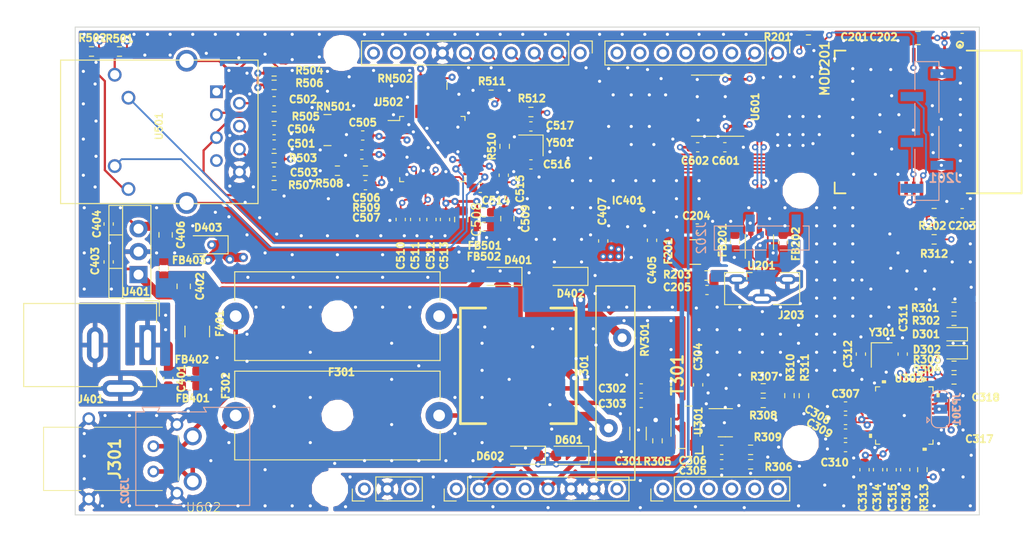
<source format=kicad_pcb>
(kicad_pcb (version 20221018) (generator pcbnew)
  (layers (0 "F.Cu" power) (1 "In1.Cu" signal) (2 "In2.Cu" signal) (31 "B.Cu" signal) (34 "B.Paste" user) (35 "F.Paste" user) (36 "B.SilkS" user "B.Silkscreen") (37 "F.SilkS" user "F.Silkscreen") (38 "B.Mask" user) (39 "F.Mask" user) (44 "Edge.Cuts" user))
  (net 0 "")
  (net 1 "GND")
  (net 2 "+3V3")
  (net 3 "/ESP32-S3/EN")
  (net 4 "/ESP32-S3/VBUS")
  (net 5 "VCOM")
  (net 6 "Net-(T301-N1)")
  (net 7 "Net-(T301-N4)")
  (net 8 "Net-(T301-N1{slash}N4)")
  (net 9 "Net-(T301-N2_2)")
  (net 10 "Net-(T301-N3_2)")
  (net 11 "/PowerSupply/PWR-HV")
  (net 12 "+24V")
  (net 13 "GNDPWR")
  (net 14 "Net-(D403-A)")
  (net 15 "+5V-USB")
  (net 16 "Net-(U501-TCT)")
  (net 17 "ETHGNDA")
  (net 18 "Net-(U501-RD+)")
  (net 19 "/Wiznet-W5500/RXP")
  (net 20 "Net-(U501-RD-)")
  (net 21 "/Wiznet-W5500/RXN")
  (net 22 "Net-(U501-RCT)")
  (net 23 "+3V3A")
  (net 24 "Net-(U502-TOCAP)")
  (net 25 "Net-(U502-1V2O)")
  (net 26 "Net-(U502-XI{slash}CLKIN)")
  (net 27 "Net-(U502-XO)")
  (net 28 "Net-(D301-A)")
  (net 29 "Net-(D302-A)")
  (net 30 "SPoE-1")
  (net 31 "SPoE-2")
  (net 32 "Net-(F401-Pad1)")
  (net 33 "/ESP32-S3/USB-5V")
  (net 34 "/ESP32-S3/USB-GND")
  (net 35 "Net-(J203-Shield)")
  (net 37 "/ESP32-S3/TXD0")
  (net 38 "/ESP32-S3/RXD0")
  (net 39 "/ESP32-S3/BOOT")
  (net 41 "Net-(JP301-C)")
  (net 42 "/ESP32-S3/USB-D-")
  (net 43 "/ESP32-S3/USB-D+")
  (net 44 "Net-(MOD201-IO3)")
  (net 45 "ETH-nCS")
  (net 46 "ETH-SCK")
  (net 47 "ETH-MISO")
  (net 48 "ETH-MOSI")
  (net 49 "ETH-nINT")
  (net 50 "ETH-nRST")
  (net 59 "SPE-SDI")
  (net 60 "SPE-SDO")
  (net 61 "SPE-SCK")
  (net 62 "SPE-nCS")
  (net 63 "SPE-nRST")
  (net 64 "SPE-nINT")
  (net 68 "Net-(T301-N2_1)")
  (net 69 "/ADIN1110/LED-1")
  (net 70 "/ADIN1110/LED-0")
  (net 71 "Net-(U501-D1)")
  (net 72 "Net-(U501-D3)")
  (net 73 "/Wiznet-W5500/TXP")
  (net 74 "/Wiznet-W5500/TXN")
  (net 75 "Net-(R508-Pad2)")
  (net 76 "Net-(U502-EXRES1)")
  (net 77 "/Wiznet-W5500/RXIN")
  (net 78 "/Wiznet-W5500/RXIP")
  (net 79 "/Wiznet-W5500/TXON")
  (net 80 "/Wiznet-W5500/TXOP")
  (net 81 "Net-(RN502-R1.1)")
  (net 82 "Net-(RN502-R2.1)")
  (net 83 "Net-(RN502-R3.1)")
  (net 85 "/Wiznet-W5500/LINKLED")
  (net 86 "/Wiznet-W5500/ACTLED")
  (net 101 "Net-(C301-Pad1)")
  (net 102 "Net-(C302-Pad2)")
  (net 106 "/PowerSupply/GND-HV")
  (net 107 "Net-(C303-Pad1)")
  (net 108 "Net-(C305-Pad1)")
  (net 109 "Net-(C306-Pad2)")
  (net 110 "Net-(U302-CEXT_2)")
  (net 111 "Net-(U302-CEXT_3)")
  (net 112 "Net-(U302-XTAL_I{slash}CLK_IN)")
  (net 113 "Net-(U302-XTAL_O)")
  (net 114 "Net-(U302-DLDO_1P1)")
  (net 115 "Net-(U302-DVDD_1P1)")
  (net 116 "Net-(J301-BI_DA-)")
  (net 117 "Net-(J301-BI_DA+)")
  (net 118 "Net-(U302-TXN)")
  (net 119 "Net-(U302-RXN)")
  (net 120 "Net-(U302-RXP)")
  (net 121 "Net-(U302-TXP)")
  (net 122 "Net-(U302-TEST1)")
  (net 161 "ARD-RXD")
  (net 162 "ARD-TXD")
  (net 163 "ARD-INT")
  (net 164 "ARD-CS")
  (net 165 "ARD-MOSI")
  (net 166 "ARD-MISO")
  (net 167 "ARD-SCK")
  (net 168 "Net-(U601-B8)")
  (net 169 "Net-(U601-B7)")
  (net 170 "Net-(U601-B5)")
  (net 171 "Net-(U601-B4)")
  (net 172 "Net-(U601-B2)")
  (net 173 "Net-(U601-B1)")
  (net 174 "Net-(U601-B3)")
  (net 175 "Net-(D601-K)")
  (footprint "Project_Specific_Wuerth:SOT-23-6" (layer "F.Cu") (at 151.9 120.8)
    (fp_text reference "U301")
    (fp_text value "WE-TVS-82400102")
  )
  (footprint "Capacitor_SMD:C_0603_1608Metric" (layer "F.Cu") (at 119.4 98.3 -90)
    (fp_text reference "C512")
    (fp_text value "4u7")
  )
  (footprint "Capacitor_SMD:C_0603_1608Metric" (layer "F.Cu") (at 127.4 93.4 90)
    (fp_text reference "C515")
    (fp_text value "100n")
  )
  (footprint "Resistor_SMD:R_0603_1608Metric" (layer "F.Cu") (at 177.2 114.5 180)
    (fp_text reference "R303")
    (fp_text value "100R")
  )
  (footprint "Fuse:Fuseholder_Cylinder-5x20mm_Schurter_0031_8201_Horizontal_Open" (layer "F.Cu") (at 120.25 120 180)
    (fp_text reference "F302")
    (fp_text value "Fuse")
  )
  (footprint "Capacitor_SMD:C_0603_1608Metric" (layer "F.Cu") (at 165.2 119 180)
    (fp_text reference "C307")
    (fp_text value "100n")
  )
  (footprint "Crystal:Crystal_SMD_2016-4Pin_2.0x1.6mm" (layer "F.Cu") (at 169.2 113.3 -90)
    (fp_text reference "Y301")
    (fp_text value "830108212509")
  )
  (footprint "Capacitor_SMD:C_0603_1608Metric" (layer "F.Cu") (at 177.4 120.6)
    (fp_text reference "C317")
    (fp_text value "10n")
  )
  (footprint "Capacitor_SMD:C_0603_1608Metric" (layer "F.Cu") (at 165.2 123.5 180)
    (fp_text reference "C310")
    (fp_text value "1u")
  )
  (footprint "Resistor_SMD:R_0603_1608Metric" (layer "F.Cu") (at 102 81.9)
    (fp_text reference "R504")
    (fp_text value "49R9")
  )
  (footprint "LED_SMD:LED_0603_1608Metric" (layer "F.Cu") (at 177.2 111 180)
    (fp_text reference "D301")
    (fp_text value "LED")
  )
  (footprint "Resistor_SMD:R_Array_Concave_4x0603" (layer "F.Cu") (at 107.9 88.4 180)
    (fp_text reference "RN501")
    (fp_text value "33R")
  )
  (footprint "Resistor_SMD:R_0603_1608Metric" (layer "F.Cu") (at 177.2 116)
    (fp_text reference "R304")
    (fp_text value "4k7")
  )
  (footprint "Capacitor_SMD:C_0603_1608Metric" (layer "F.Cu") (at 148.85 90.3)
    (fp_text reference "C602")
    (fp_text value "100n")
  )
  (footprint "Resistor_SMD:R_0603_1608Metric" (layer "F.Cu") (at 156.1 117 180)
    (fp_text reference "R307")
    (fp_text value "5k1")
  )
  (footprint "Capacitor_SMD:C_0603_1608Metric" (layer "F.Cu") (at 117.6 98.3 90)
    (fp_text reference "C511")
    (fp_text value "100n")
  )
  (footprint "Resistor_SMD:R_0603_1608Metric" (layer "F.Cu") (at 160.6 117.8 90)
    (fp_text reference "R311")
    (fp_text value "10k2")
  )
  (footprint "Diode_SMD:D_SOD-123F" (layer "F.Cu") (at 127.2 104.6 180)
    (fp_text reference "D401")
    (fp_text value "PMEG6010CEH")
  )
  (footprint "Project_Specific_Passives:FB_0603_1608Metric" (layer "F.Cu") (at 92.6 115.1 180)
    (fp_text reference "FB402")
    (fp_text value "HH-1M1005-221JT")
  )
  (footprint "Project_Specific_Wuerth:74930000" (layer "F.Cu") (at 147.5 121.3 90)
    (fp_text reference "T301")
    (fp_text value "74930000" hide)
  )
  (footprint "Project_Specific_Harting:09452812800" (layer "F.Cu") (at 88.65 124.8 -90)
    (fp_text reference "J301")
    (fp_text value "09452812800" hide)
  )
  (footprint "Resistor_SMD:R_0603_1608Metric" (layer "F.Cu") (at 177.2 109.5 180)
    (fp_text reference "R302")
    (fp_text value "100R")
  )
  (footprint "Resistor_SMD:R_0603_1608Metric" (layer "F.Cu") (at 102 94.5)
    (fp_text reference "R507")
    (fp_text value "49R9")
  )
  (footprint "Capacitor_SMD:C_0603_1608Metric" (layer "F.Cu") (at 148.8 99.3 180)
    (fp_text reference "C204")
    (fp_text value "100n")
  )
  (footprint "Capacitor_SMD:C_0603_1608Metric" (layer "F.Cu") (at 112.1 94.5)
    (fp_text reference "C507")
    (fp_text value "100n")
  )
  (footprint "Resistor_SMD:R_0603_1608Metric" (layer "F.Cu") (at 102 86.9)
    (fp_text reference "R505")
    (fp_text value "49R9")
  )
  (footprint "Resistor_SMD:R_0603_1608Metric" (layer "F.Cu") (at 177.2 108)
    (fp_text reference "R301")
    (fp_text value "4k7")
  )
  (footprint "Varistor:RV_Disc_D21.5mm_W4.3mm_P10mm" (layer "F.Cu") (at 140.5 111.4 -90)
    (fp_text reference "RV301")
    (fp_text value "S20K30")
  )
  (footprint "Capacitor_SMD:C_0603_1608Metric" (layer "F.Cu") (at 151.5 123.8)
    (fp_text reference "C306")
    (fp_text value "220n")
  )
  (footprint "Capacitor_SMD:C_0805_2012Metric" (layer "F.Cu") (at 92 105.7 90)
    (fp_text reference "C402")
    (fp_text value "10u")
  )
  (footprint "LED_SMD:LED_0603_1608Metric" (layer "F.Cu") (at 177.2 113 180)
    (fp_text reference "D302")
    (fp_text value "LED")
  )
  (footprint "Resistor_SMD:R_0603_1608Metric" (layer "F.Cu") (at 159 117.8 90)
    (fp_text reference "R310")
    (fp_text value "10k2")
  )
  (footprint "Project_Specific_Wuerth:SOT-23-6" (layer "F.Cu") (at 155.675001 100.8 90)
    (fp_text reference "U201")
    (fp_text value "WE-TVS-82400102")
  )
  (footprint "Package_QFP:LQFP-48_7x7mm_P0.5mm" (layer "F.Cu") (at 119.5 90.5)
    (fp_text reference "U502")
    (fp_text value "W5500")
  )
  (footprint "Capacitor_SMD:C_0603_1608Metric" (layer "F.Cu") (at 166.9 113.2 90)
    (fp_text reference "C312")
    (fp_text value "13p")
  )
  (footprint "Capacitor_SMD:C_0805_2012Metric" (layer "F.Cu") (at 122.7 98.3 -90)
    (fp_text reference "C508")
    (fp_text value "10u")
  )
  (footprint "Project_Specific_AnalogDevices:ADIN1110" (layer "F.Cu") (at 171.7 120 -90)
    (fp_text reference "U302")
    (fp_text value "ADIN1110BCPZ")
  )
  (footprint "Project_Specific_Passives:FB_0603_1608Metric" (layer "F.Cu") (at 125.2 99.1 180)
    (fp_text reference "FB502")
    (fp_text value "HH-1M1005-221JT")
  )
  (footprint "Resistor_SMD:R_0603_1608Metric" (layer "F.Cu") (at 149.874998 104.500001 180)
    (fp_text reference "R203")
    (fp_text value "1M")
  )
  (footprint "Resistor_SMD:R_0603_1608Metric" (layer "F.Cu") (at 84.9 79.7)
    (fp_text reference "R501")
    (fp_text value "330R")
  )
  (footprint "Capacitor_SMD:C_0603_1608Metric" (layer "F.Cu") (at 102 93)
    (fp_text reference "C503")
    (fp_text value "6n8")
  )
  (footprint "Capacitor_SMD:C_0603_1608Metric" (layer "F.Cu") (at 149.874997 106.099999 180)
    (fp_text reference "C205")
    (fp_text value "4n7")
  )
  (footprint "Capacitor_SMD:C_0805_2012Metric" (layer "F.Cu") (at 127.8 98.2 -90)
    (fp_text reference "C509")
    (fp_text value "10u")
  )
  (footprint "Diode_SMD:D_SOD-123F" (layer "F.Cu") (at 129.8 124.4 180)
    (fp_text reference "D602")
    (fp_text value "PMEG6010CEH")
  )
  (footprint "Capacitor_SMD:C_0603_1608Metric" (layer "F.Cu") (at 102 88.4)
    (fp_text reference "C504")
    (fp_text value "10n")
  )
  (footprint "Capacitor_SMD:C_0603_1608Metric" (layer "F.Cu") (at 148.9 116.6 -90)
    (fp_text reference "C304")
    (fp_text value "100n")
  )
  (footprint "Resistor_SMD:R_0603_1608Metric" (layer "F.Cu") (at 156.1 118.6 180)
    (fp_text reference "R308")
    (fp_text value "5k1")
  )
  (footprint "Capacitor_SMD:C_0603_1608Metric" (layer "F.Cu") (at 83.7 103 90)
    (fp_text reference "C403")
    (fp_text value "100n")
  )
  (footprint "Project_Specific_Wuerth:744871101" (layer "F.Cu") (at 129 114.5 180)
    (fp_text reference "L301")
    (fp_text value "100u")
  )
  (footprint "Resistor_SMD:R_0603_1608Metric" (layer "F.Cu") (at 109 92.9)
    (fp_text reference "R508")
    (fp_text value "300")
  )
  (footprint "Project_Specific_Arduino:Arduino_UNO_3_Connectors" (layer "F.Cu") (at 128.49 104)
    (fp_text reference "U602")
    (fp_text value "~")
  )
  (footprint "Capacitor_SMD:C_0603_1608Metric" (layer "F.Cu") (at 167.3 126 -90)
    (fp_text reference "C313")
    (fp_text value "100n")
  )
  (footprint "Capacitor_SMD:C_1206_3216Metric" (layer "F.Cu") (at 142.25 122 90)
    (fp_text reference "C301")
    (fp_text value "1n")
  )
  (footprint "Capacitor_SMD:C_0603_1608Metric" (layer "F.Cu") (at 170.3 126 -90)
    (fp_text reference "C315")
    (fp_text value "680n")
  )
  (footprint "Capacitor_SMD:C_0603_1608Metric" (layer "F.Cu") (at 142.6 117 180)
    (fp_text reference "C302")
    (fp_text value "1u")
  )
  (footprint "Connector_USB:USB_Micro-B_Molex-105133-0001" (layer "F.Cu") (at 155.974998 105.999999)
    (fp_text reference "J203")
    (fp_text value "USB_B_Micro")
  )
  (footprint "Capacitor_SMD:C_0603_1608Metric" (layer "F.Cu") (at 83.7 98.8 -90)
    (fp_text reference "C404")
    (fp_text value "100n")
  )
  (footprint "Resistor_SMD:R_0603_1608Metric" (layer "F.Cu") (at 173.7 126 -90)
    (fp_text reference "R313")
    (fp_text value "1k5")
  )
  (footprint "Project_Specific_ST:SON95P300X300X100-7N-D" (layer "F.Cu") (at 141.1 99.1 -90)
    (fp_text reference "IC401")
    (fp_text value "LDL112PV33R")
  )
  (footprint "Capacitor_SMD:C_0603_1608Metric" (layer "F.Cu") (at 165.2 122 180)
    (fp_text reference "C309")
    (fp_text value "100n")
  )
  (footprint "Package_TO_SOT_THT:TO-220-3_Vertical" (layer "F.Cu") (at 87 104.4 90)
    (fp_text reference "U401")
    (fp_text value "VXO7803-1000")
  )
  (footprint "Capacitor_SMD:C_0603_1608Metric" (layer "F.Cu") (at 124.8 94.8)
    (fp_text reference "C514")
    (fp_text value "100n")
  )
  (footprint "Capacitor_SMD:C_0603_1608Metric" (layer "F.Cu") (at 90.3 115.9 -90)
    (fp_text reference "C401")
    (fp_text value "100n")
  )
  (footprint "Capacitor_SMD:C_0603_1608Metric" (layer "F.Cu") (at 171.8 126 -90)
    (fp_text reference "C316")
    (fp_text value "100n")
  )
  (footprint "Capacitor_SMD:C_0603_1608Metric" (layer "F.Cu") (at 111.8 89)
    (fp_text reference "C505")
    (fp_text value "100n")
  )
  (footprint "Capacitor_SMD:C_0603_1608Metric" (layer "F.Cu") (at 138.4 100.675 90)
    (fp_text reference "C407")
    (fp_text value "1u")
  )
  (footprint "Resistor_SMD:R_0603_1608Metric" (layer "F.Cu") (at 81.8 79.7)
    (fp_text reference "R502")
    (fp_text value "330R")
  )
  (footprint "Resistor_SMD:R_0603_1608Metric" (layer "F.Cu") (at 154.7 123.8 180)
    (fp_text reference "R309")
    (fp_text value "49R9")
  )
  (footprint "Resistor_SMD:R_0603_1608Metric" (layer "F.Cu") (at 127.5 90.2 90)
    (fp_text reference "R510")
    (fp_text value "1M")
  )
  (footprint "Resistor_SMD:R_0603_1608Metric" (layer "F.Cu") (at 144.4 122.8 -90)
    (fp_text reference "R305")
    (fp_text value "100R")
  )
  (footprint "Resistor_SMD:R_0603_1608Metric" (layer "F.Cu") (at 102 83.4)
    (fp_text reference "R506")
    (fp_text value "49R9")
  )
  (footprint "Capacitor_SMD:C_0603_1608Metric" (layer "F.Cu") (at 177.4 119)
    (fp_text reference "C318")
    (fp_text value "100n")
  )
  (footprint "Capacitor_SMD:C_0603_1608Metric" (layer "F.Cu") (at 102 85.2)
    (fp_text reference "C502")
    (fp_text value "6n8")
  )
  (footprint "Resistor_SMD:R_0603_1608Metric" (layer "F.Cu") (at 175 97.6)
    (fp_text reference "R202")
    (fp_text value "10k")
  )
  (footprint "Diode_SMD:D_SOD-123F" (layer "F.Cu") (at 134.5 104.6 180)
    (fp_text reference "D402")
    (fp_text value "PMEG6010CEH")
  )
  (footprint "Fuse:Fuseholder_Cylinder-5x20mm_Schurter_0031_8201_Horizontal_Open" (layer "F.Cu") (at 120.25 109 180)
    (fp_text reference "F301")
    (fp_text value "Fuse")
  )
  (footprint "Fuse:Fuse_1210_3225Metric" (layer "F.Cu") (at 93.5 110.7 90)
    (fp_text reference "F401")
    (fp_text value "Polyfuse")
  )
  (footprint "Capacitor_SMD:C_0603_1608Metric" (layer "F.Cu") (at 143.8 100.599999 90)
    (fp_text reference "C405")
    (fp_text value "1u")
  )
  (footprint "Capacitor_SMD:C_0603_1608Metric" (layer "F.Cu") (at 130.4 88)
    (fp_text reference "C517")
    (fp_text value "13p")
  )
  (footprint "Capacitor_SMD:C_0603_1608Metric" (layer "F.Cu") (at 168.8 126 -90)
    (fp_text reference "C314")
    (fp_text value "10n")
  )
  (footprint "Resistor_SMD:R_0603_1608Metric" (layer "F.Cu") (at 130.4 86.4 180)
    (fp_text reference "R512")
    (fp_text value "10k")
  )
  (footprint "Resistor_SMD:R_0603_1608Metric" (layer "F.Cu") (at 161.1 78.4)
    (fp_text reference "R201")
    (fp_text value "10k")
  )
  (footprint "Diode_SMD:D_SOD-123F" (layer "F.Cu") (at 134.6 124.4 180)
    (fp_text reference "D601")
    (fp_text value "PMEG6010CEH")
  )
  (footprint "Resistor_SMD:R_Array_Concave_4x0603" (layer "F.Cu") (at 119.4 83.5 90)
    (fp_text reference "RN502")
    (fp_text value "10k")
  )
  (footprint "Capacitor_SMD:C_0603_1608Metric" (layer "F.Cu") (at 130.4 92.2 180)
    (fp_text reference "C516")
    (fp_text value "13p")
  )
  (footprint "Capacitor_SMD:C_0603_1608Metric" (layer "F.Cu") (at 116 98.3 90)
    (fp_text reference "C510")
    (fp_text value "100n")
  )
  (footprint "Project_Specific_Passives:FB_0603_1608Metric" (layer "F.Cu") (at 92.6 116.7)
    (fp_text reference "FB401")
    (fp_text value "HH-1M1005-221JT")
  )
  (footprint "Capacitor_SMD:C_0603_1608Metric" (layer "F.Cu") (at 151.5 125.4 180)
    (fp_text reference "C305")
    (fp_text value "220n")
  )
  (footprint "Diode_SMD:D_SOD-123F" (layer "F.Cu") (at 94.7 101.1 180)
    (fp_text reference "D403")
    (fp_text value "PMEG6010CEH")
  )
  (footprint "Capacitor_SMD:C_0603_1608Metric" (layer "F.Cu") (at 120.9 98.3 90)
    (fp_text reference "C513")
    (fp_text value "100n")
  )
  (footprint "Capacitor_SMD:C_0603_1608Metric" (layer "F.Cu") (at 171.525 113.2 -90)
    (fp_text reference "C311")
    (fp_text value "13p")
  )
  (footprint "Project_Specific_Wuerth:7499010211A" (layer "F.Cu") (at 89.27 87.965 90)
    (fp_text reference "U501")
    (fp_text value "7499010211A")
  )
  (footprint "Resistor_SMD:R_0603_1608Metric" (layer "F.Cu") (at 126 84.5)
    (fp_text reference "R511")
    (fp_text value "10k")
  )
  (footprint "Capacitor_SMD:C_0603_1608Metric" (layer "F.Cu") (at 111.7 91.1)
    (fp_text reference "C506")
    (fp_text value "100n")
  )
  (footprint "Resistor_SMD:R_0603_1608Metric" (layer "F.Cu") (at 154.7 125.4 180)
    (fp_text reference "R306")
    (fp_text value "49R9")
  )
  (footprint "Project_Specific_Passives:FB_0603_1608Metric" (layer "F.Cu") (at 125.2 97.5 180)
    (fp_text reference "FB501")
    (fp_text value "HH-1M1005-221JT")
  )
  (footprint "Capacitor_SMD:C_0603_1608Metric" (layer "F.Cu") (at 102 90)
    (fp_text reference "C501")
    (fp_text value "22n")
  )
  (footprint "Package_SO:TSSOP-20_4.4x6.5mm_P0.65mm" (layer "F.Cu") (at 150.35 85.7 180)
    (fp_text reference "U601")
    (fp_text value "TXB0108PWR")
  )
  (footprint "Resistor_SMD:R_0603_1608Metric" (layer "F.Cu") (at 175 100.5)
    (fp_text reference "R312")
    (fp_text value "1k5")
  )
  (footprint "Capacitor_SMD:C_0805_2012Metric" (layer "F.Cu") (at 173.2 78.2)
    (fp_text reference "C201")
    (fp_text value "22u")
  )
  (footprint "Capacitor_SMD:C_0603_1608Metric" (layer "F.Cu") (at 178.1 97.6)
    (fp_text reference "C203")
    (fp_text value "1u")
  )
  (footprint "Capacitor_SMD:C_0603_1608Metric" (layer "F.Cu") (at 151.85 90.3)
    (fp_text reference "C601")
    (fp_text value "100n")
  )
  (footprint "Capacitor_SMD:C_0603_1608Metric" (layer "F.Cu") (at 165.2 120.5 180)
    (fp_text reference "C308")
    (fp_text value "10n")
  )
  (footprint "Capacitor_SMD:C_0603_1608Metric" (layer "F.Cu") (at 178.1 78.2 180)
    (fp_text reference "C202")
    (fp_text value "100n")
  )
  (footprint "Crystal:Crystal_SMD_2016-4Pin_2.0x1.6mm" (layer "F.Cu") (at 130.4 90.1 180)
    (fp_text reference "Y501")
    (fp_text value "830108212509")
  )
  (footprint "Project_Specific_Passives:FB_0603_1608Metric" (layer "F.Cu") (at 158.3 100.8 -90)
    (fp_text reference "FB202")
    (fp_text value "HH-1M1005-221JT")
  )
  (footprint "Capacitor_SMD:C_0805_2012Metric" (layer "F.Cu") (at 90 100 -90)
    (fp_text reference "C406")
    (fp_text value "10u")
  )
  (footprint "Connector_BarrelJack:BarrelJack_Wuerth_6941xx301002" (layer "F.Cu") (at 88 112.2 -90)
    (fp_text reference "J401")
    (fp_text value "Wuerth-694108301002")
  )
  (footprint "Fuse:Fuse_1210_3225Metric" (layer "F.Cu") (at 148.574998 101.899999 180)
    (fp_text reference "F201")
    (fp_text value "Polyfuse_Small")
  )
  (footprint "Resistor_SMD:R_0603_1608Metric" (layer "F.Cu") (at 102 91.5)
    (fp_text reference "R503")
    (fp_text value "10R")
  )
  (footprint "Project_Specific_Passives:FB_0603_1608Metric" (layer "F.Cu") (at 89.8 103.7 -90)
    (fp_text reference "FB403")
    (fp_text value "HH-1M1005-221JT")
  )
  (footprint "Project_Specific_Passives:FB_0603_1608Metric" (layer "F.Cu") (at 152.974999 100.8 90)
    (fp_text reference "FB201")
    (fp_text value "HH-1M1005-221JT")
  )
  (footprint "Capacitor_SMD:C_0603_1608Metric" (layer "F.Cu") (at 142.6 118.6)
    (fp_text reference "C303")
    (fp_text value "1u")
  )
  (footprint "Resistor_SMD:R_0603_1608Metric" (layer "F.Cu") (at 112.1 92.9)
    (fp_text reference "R509")
    (fp_text value "12k_1%")
  )
  (footprint "Project_Specific_Espressif:XCVR_ESP32-S3-MINI-1-N8" (layer "F.Cu") (at 171.9 87.5 -90)
    (fp_text reference "MOD201")
    (fp_text value "ESP32-S3-MINI-1-N8")
  )
  (footprint "Connector_PinSocket_2.54mm:PinSocket_1x04_P2.54mm_Vertical_SMD_Pin1Right" (layer "B.Cu") (at 155.93 100.35 -90)
    (fp_text reference "J202")
    (fp_text value "Conn_01x04")
  )
  (footprint "Jumper:SolderJumper-3_P1.3mm_Open_RoundedPad1.0x1.5mm" (layer "B.Cu") (at 175.7 119.3 90)
    (fp_text reference "JP301")
    (fp_text value "SolderJumper_3_Open")
  )
  (footprint "Project_Speific_Connectors:TerminalBlock_Altech_AK300-2_P5.00mm" (layer "B.Cu") (at 93 127.3 90)
    (fp_text reference "J302")
    (fp_text value "Screw_Terminal_01x02")
  )
  (footprint "Connector_PinHeader_2.54mm:PinHeader_1x06_P2.54mm_Vertical_SMD_Pin1Left" (layer "B.Cu") (at 174.2 88.5)
    (fp_text reference "J201")
    (fp_text value "Conn_01x06_Pin")
  )
  (gr_line (start 180 131) (end 80 131) (stroke (width 0.1)) (layer "Edge.Cuts"))
  (gr_line (start 180 77) (end 180 131) (stroke (width 0.1)) (layer "Edge.Cuts"))
  (gr_line (start 80 77) (end 180 77) (stroke (width 0.1)) (layer "Edge.Cuts"))
  (gr_line (start 80 131) (end 80 77) (stroke (width 0.1)) (layer "Edge.Cuts"))
  (segment (start 174.673802 121.25) (end 172.95 121.25) (width 0.2) (layer "F.Cu") (net 1))
  (segment (start 175.45 121.25) (end 175.8 121.6) (width 0.2) (layer "F.Cu") (net 1))
  (segment (start 122.909315 87.2) (end 123 87.2) (width 0.25) (layer "F.Cu") (net 1))
  (segment (start 149.7 120.8) (end 149.5 121) (width 0.2) (layer "F.Cu") (net 1))
  (segment (start 122.4 90.8) (end 122.3255 90.8) (width 0.25) (layer "F.Cu") (net 1))
  (segment (start 168.44853 123.55147) (end 168.19706 123.3) (width 0.2) (layer "F.Cu") (net 1))
  (segment (start 125.25 91.25) (end 125.3 91.3) (width 0.25) (layer "F.Cu") (net 1))
  (segment (start 128.1 88.7) (end 128.1 88.6) (width 0.2) (layer "F.Cu") (net 1))
  (segment (start 174.673802 121.25) (end 175.45 121.25) (width 0.2) (layer "F.Cu") (net 1))
  (segment (start 122.3255 90.8) (end 122.3255 88.0745) (width 0.25) (layer "F.Cu") (net 1))
  (segment (start 168.19706 123.3) (end 167.3 123.3) (width 0.2) (layer "F.Cu") (net 1))
  (segment (start 122.4 88) (end 122.3255 88.0745) (width 0.25) (layer "F.Cu") (net 1))
  (segment (start 165.3 94.1) (end 166.1 93.3) (width 0.2) (layer "F.Cu") (net 1))
  (segment (start 167.3 123.5) (end 166.1 124.7) (width 0.2) (layer "F.Cu") (net 1))
  (segment (start 126.95 92.25) (end 125.7 91) (width 0.2) (layer "F.Cu") (net 1))
  (segment (start 122.3255 88.0745) (end 122.3255 87.783815) (width 0.25) (layer "F.Cu") (net 1))
  (segment (start 165.3 94.15) (end 165.3 94.1) (width 0.2) (layer "F.Cu") (net 1))
  (segment (start 125.6 91) (end 125.3 91.3) (width 0.2) (layer "F.Cu") (net 1))
  (segment (start 128.4 89) (end 128.1 88.7) (width 0.2) (layer "F.Cu") (net 1))
  (segment (start 164.9 80.5) (end 166 81.6) (width 0.2) (layer "F.Cu") (net 1))
  (segment (start 128.9 89.55) (end 128.9 89.5) (width 0.2) (layer "F.Cu") (net 1))
  (segment (start 172.95 121.25) (end 171.7 120) (width 0.2) (layer "F.Cu") (net 1))
  (segment (start 123.6625 91.25) (end 122.85 91.25) (width 0.25) (layer "F.Cu") (net 1))
  (segment (start 151.8 120.8) (end 149.7 120.8) (width 0.2) (layer "F.Cu") (net 1))
  (segment (start 125.7 91) (end 125.6 91) (width 0.2) (layer "F.Cu") (net 1))
  (segment (start 122.85 91.25) (end 122.4 90.8) (width 0.25) (layer "F.Cu") (net 1))
  (segment (start 167.3 123.3) (end 167.3 123.5) (width 0.2) (layer "F.Cu") (net 1))
  (segment (start 164.95 94.5) (end 165.3 94.15) (width 0.2) (layer "F.Cu") (net 1))
  (segment (start 123.6625 91.25) (end 125.25 91.25) (width 0.25) (layer "F.Cu") (net 1))
  (segment (start 128.9 89.5) (end 128.4 89) (width 0.2) (layer "F.Cu") (net 1))
  (segment (start 122.3255 87.783815) (end 122.909315 87.2) (width 0.25) (layer "F.Cu") (net 1))
  (segment (start 149.5 121) (end 149.5 121.1) (width 0.2) (layer "F.Cu") (net 1))
  (segment (start 164.9 94.5) (end 164.95 94.5) (width 0.2) (layer "F.Cu") (net 1))
  (via (at 141.1 81.5) (size 0.7) (drill 0.35) (layers "F.Cu" "B.Cu") (net 1))
  (via (at 160.1 125.6) (size 0.8) (drill 0.35) (layers "F.Cu" "B.Cu") (net 1))
  (via (at 168.44853 123.55147) (size 0.8) (drill 0.35) (layers "F.Cu" "B.Cu") (net 1))
  (via (at 151.9 84.7) (size 0.7) (drill 0.35) (layers "F.Cu" "B.Cu") (net 1))
  (via (at 163.3 120.3) (size 0.8) (drill 0.35) (layers "F.Cu" "B.Cu") (net 1))
  (via (at 171.7 120) (size 0.8) (drill 0.35) (layers "F.Cu" "B.Cu") (net 1))
  (via (at 164 107) (size 0.8) (drill 0.35) (layers "F.Cu" "B.Cu") (net 1))
  (via (at 162 103) (size 0.8) (drill 0.35) (layers "F.Cu" "B.Cu") (net 1))
  (via (at 154.2 77.8) (size 0.7) (drill 0.35) (layers "F.Cu" "B.Cu") (net 1))
  (via (at 162 99) (size 0.8) (drill 0.35) (layers "F.Cu" "B.Cu") (net 1))
  (via (at 171.1 127.6) (size 0.8) (drill 0.35) (layers "F.Cu" "B.Cu") (net 1))
  (via (at 153.5 108) (size 0.7) (drill 0.35) (layers "F.Cu" "B.Cu") (net 1))
  (via (at 104 77.8) (size 0.7) (drill 0.35) (layers "F.Cu" "B.Cu") (net 1))
  (via (at 174.9 90.9) (size 0.8) (drill 0.35) (layers "F.Cu" "B.Cu") (net 1))
  (via (at 174.5 107.2) (size 0.8) (drill 0.35) (layers "F.Cu" "B.Cu") (net 1))
  (via (at 154 130.2) (size 0.8) (drill 0.35) (layers "F.Cu" "B.Cu") (net 1))
  (via (at 153.5 115.5) (size 0.7) (drill 0.35) (layers "F.Cu" "B.Cu") (net 1))
  (via (at 81 102) (size 0.8) (drill 0.35) (layers "F.Cu" "B.Cu") (net 1))
  (via (at 87.7 80.1) (size 0.7) (drill 0.35) (layers "F.Cu" "B.Cu") (net 1))
  (via (at 135 89.5) (size 0.7) (drill 0.35) (layers "F.Cu" "B.Cu") (net 1))
  (via (at 135 94) (size 0.7) (drill 0.35) (layers "F.Cu" "B.Cu") (net 1))
  (via (at 122 77.8) (size 0.7) (drill 0.35) (layers "F.Cu" "B.Cu") (net 1))
  (via (at 143.5 84.5) (size 0.7) (drill 0.35) (layers "F.Cu" "B.Cu") (net 1))
  (via (at 126.7 95.3) (size 0.8) (drill 0.35) (layers "F.Cu" "B.Cu") (net 1))
  (via (at 144 97.5) (size 0.7) (drill 0.35) (layers "F.Cu" "B.Cu") (net 1))
  (via (at 148.8 84.7) (size 0.7) (drill 0.35) (layers "F.Cu" "B.Cu") (net 1))
  (via (at 81 97) (size 0.8) (drill 0.35) (layers "F.Cu" "B.Cu") (net 1))
  (via (at 163.2 119) (size 0.8) (drill 0.35) (layers "F.Cu" "B.Cu") (net 1))
  (via (at 83.8 100.9) (size 0.8) (drill 0.35) (layers "F.Cu" "B.Cu") (net 1))
  (via (at 144 94) (size 0.7) (drill 0.35) (layers "F.Cu" "B.Cu") (net 1))
  (via (at 81 77.8) (size 0.7) (drill 0.35) (layers "F.Cu" "B.Cu") (net 1))
  (via (at 151.1 89.1) (size 0.7) (drill 0.35) (layers "F.Cu" "B.Cu") (net 1))
  (via (at 160.2 107.6) (size 0.7) (drill 0.35) (layers "F.Cu" "B.Cu") (net 1))
  (via (at 94.5 79.9) (size 0.7) (drill 0.35) (layers "F.Cu" "B.Cu") (net 1))
  (via (at 150 117.5) (size 0.7) (drill 0.35) (layers "F.Cu" "B.Cu") (net 1))
  (via (at 168 109) (size 0.8) (drill 0.35) (layers "F.Cu" "B.Cu") (net 1))
  (via (at 119 104.7) (size 0.8) (drill 0.35) (layers "F.Cu" "B.Cu") (net 1))
  (via (at 171 102) (size 0.8) (drill 0.35) (layers "F.Cu" "B.Cu") (net 1))
  (via (at 143 77.8) (size 0.7) (drill 0.35) (layers "F.Cu" "B.Cu") (net 1))
  (via (at 82.3 91.3) (size 0.8) (drill 0.35) (layers "F.Cu" "B.Cu") (net 1))
  (via (at 109 104.7) (size 0.8) (drill 0.35) (layers "F.Cu" "B.Cu") (net 1))
  (via (at 101 77.8) (size 0.7) (drill 0.35) (layers "F.Cu" "B.Cu") (net 1))
  (via (at 129.1 99.2) (size 0.8) (drill 0.35) (layers "F.Cu" "B.Cu") (net 1))
  (via (at 148.9 87.3) (size 0.7) (drill 0.35) (layers "F.Cu" "B.Cu") (net 1))
  (via (at 86.5 77.8) (size 0.7) (drill 0.35) (layers "F.Cu" "B.Cu") (net 1))
  (via (at 177.9 86.7) (size 0.7) (drill 0.35) (layers "F.Cu" "B.Cu") (net 1))
  (via (at 101 102) (size 0.8) (drill 0.35) (layers "F.Cu" "B.Cu") (net 1))
  (via (at 130 96) (size 0.8) (drill 0.35) (layers "F.Cu" "B.Cu") (net 1))
  (via (at 166.1 124.7) (size 0.8) (drill 0.35) (layers "F.Cu" "B.Cu") (net 1))
  (via (at 119 77.8) (size 0.7) (drill 0.35) (layers "F.Cu" "B.Cu") (net 1))
  (via (at 136 103) (size 0.7) (drill 0.35) (layers "F.Cu" "B.Cu") (net 1))
  (via (at 126 81.5) (size 0.7) (drill 0.35) (layers "F.Cu" "B.Cu") (net 1))
  (via (at 178.2 121.6) (size 0.7) (drill 0.35) (layers "F.Cu" "B.Cu") (net 1))
  (via (at 160 112) (size 0.7) (drill 0.35) (layers "F.Cu" "B.Cu") (net 1))
  (via (at 160.5 88.9) (size 0.7) (drill 0.35) (layers "F.Cu" "B.Cu") (net 1))
  (via (at 169.9 111.5) (size 0.8) (drill 0.35) (layers "F.Cu" "B.Cu") (net 1))
  (via (at 159 88.9) (size 0.7) (drill 0.35) (layers "F.Cu" "B.Cu") (net 1))
  (via (at 135 97) (size 0.7) (drill 0.35) (layers "F.Cu" "B.Cu") (net 1))
  (via (at 122.3255 90.8) (size 0.8) (drill 0.35) (layers "F.Cu" "B.Cu") (net 1))
  (via (at 88 77.8) (size 0.7) (drill 0.35) (layers "F.Cu" "B.Cu") (net 1))
  (via (at 114 102.2) (size 0.8) (drill 0.35) (layers "F.Cu" "B.Cu") (net 1))
  (via (at 133 100.5) (size 0.7) (drill 0.35) (layers "F.Cu" "B.Cu") (net 1))
  (via (at 160.5 86.9) (size 0.7) (drill 0.35) (layers "F.Cu" "B.Cu") (net 1))
  (via (at 104 102.2) (size 0.8) (drill 0.35) (layers "F.Cu" "B.Cu") (net 1))
  (via (at 173 106) (size 0.8) (drill 0.35) (layers "F.Cu" "B.Cu") (net 1))
  (via (at 156 108.5) (size 0.7) (drill 0.35) (layers "F.Cu" "B.Cu") (net 1))
  (via (at 146.5 94) (size 0.7) (drill 0.35) (layers "F.Cu" "B.Cu") (net 1))
  (via (at 164 80.5) (size 0.7) (drill 0.35) (layers "F.Cu" "B.Cu") (net 1))
  (via (at 177 103) (size 0.8) (drill 0.35) (layers "F.Cu" "B.Cu") (net 1))
  (via (at 177.9 90.1) (size 0.7) (drill 0.35) (layers "F.Cu" "B.Cu") (net 1))
  (via (at 166 105) (size 0.8) (drill 0.35) (layers "F.Cu" "B.Cu") (net 1))
  (via (at 132 77.8) (size 0.7) (drill 0.35) (layers "F.Cu" "B.Cu") (net 1))
  (via (at 177.3 107.1) (size 0.8) (drill 0.35) (layers "F.Cu" "B.Cu") (net 1))
  (via (at 170 110) (size 0.8) (drill 0.35) (layers "F.Cu" "B.Cu") (net 1))
  (via (at 120.1 89.8) (size 0.7) (drill 0.35) (layers "F.Cu" "B.Cu") (net 1))
  (via (at 158.5 97) (size 0.7) (drill 0.35) (layers "F.Cu" "B.Cu") (net 1))
  (via (at 172 104) (size 0.8) (drill 0.35) (layers "F.Cu" "B.Cu") (net 1))
  (via (at 141.5 88) (size 0.7) (drill 0.35) (layers "F.Cu" "B.Cu") (net 1))
  (via (at 80.9 93.4) (size 0.8) (drill 0.35) (layers "F.Cu" "B.Cu") (net 1))
  (via (at 163.2 123.7) (size 0.8) (drill 0.35) (layers "F.Cu" "B.Cu") (net 1))
  (via (at 137 100) (size 0.7) (drill 0.35) (layers "F.Cu" "B.Cu") (net 1))
  (via (at 137.5 104.5) (size 0.7) (drill 0.35) (layers "F.Cu" "B.Cu") (net 1))
  (via (at 158 111) (size 0.7) (drill 0.35) (layers "F.Cu" "B.Cu") (net 1))
  (via (at 151.7 77.8) (size 0.7) (drill 0.35) (layers "F.Cu" "B.Cu") (net 1))
  (via (at 153.4 118.9) (size 0.7) (drill 0.35) (layers "F.Cu" "B.Cu") (net 1))
  (via (at 150 115.5) (size 0.7) (drill 0.35) (layers "F.Cu" "B.Cu") (net 1))
  (via (at 162.3 86.9) (size 0.7) (drill 0.35) (layers "F.Cu" "B.Cu") (net 1))
  (via (at 157.7 90.1) (size 0.7) (drill 0.35) (layers "F.Cu" "B.Cu") (net 1))
  (via (at 125.5 100.3) (size 0.8) (drill 0.35) (layers "F.Cu" "B.Cu") (net 1))
  (via (at 179 103) (size 0.8) (drill 0.35) (layers "F.Cu" "B.Cu") (net 1))
  (via (at 171 93.3) (size 0.8) (drill 0.35) (layers "F.Cu" "B.Cu") (net 1))
  (via (at 177.9 88.4) (size 0.7) (drill 0.35) (layers "F.Cu" "B.Cu") (net 1))
  (via (at 162 109) (size 0.8) (drill 0.35) (layers "F.Cu" "B.Cu") (net 1))
  (via (at 132.5 97) (size 0.7) (drill 0.35) (layers "F.Cu" "B.Cu") (net 1))
  (via (at 176.4 96.3) (size 0.8) (drill 0.35) (layers "F.Cu" "B.Cu") (net 1))
  (via (at 131.3 93.6) (size 0.8) (drill 0.35) (layers "F.Cu" "B.Cu") (net 1))
  (via (at 130.2 104.2) (size 0.8) (drill 0.35) (layers "F.Cu" "B.Cu") (net 1))
  (via (at 160.5 90.1) (size 0.7) (drill 0.35) (layers "F.Cu" "B.Cu") (net 1))
  (via (at 178.3 112) (size 0.7) (drill 0.35) (layers "F.Cu" "B.Cu") (net 1))
  (via (at 89 102) (size 0.7) (drill 0.35) (layers "F.Cu" "B.Cu") (net 1))
  (via (at 138 77.8) (size 0.7) (drill 0.35) (layers "F.Cu" "B.Cu") (net 1))
  (via (at 139 97) (size 0.7) (drill 0.35) (layers "F.Cu" "B.Cu") (net 1))
  (via (at 152 117) (size 0.7) (drill 0.35) (layers "F.Cu" "B.Cu") (net 1))
  (via (at 168.5 93.3) (size 0.8) (drill 0.35) (layers "F.Cu" "B.Cu") (net 1))
  (via (at 162 115) (size 0.8) (drill 0.35) (layers "F.Cu" "B.Cu") (net 1))
  (via (at 166 99) (size 0.8) (drill 0.35) (layers "F.Cu" "B.Cu") (net 1))
  (via (at 178.2 117.8) (size 0.8) (drill 0.35) (layers "F.Cu" "B.Cu") (net 1))
  (via (at 131 100.5) (size 0.7) (drill 0.35) (layers "F.Cu" "B.Cu") (net 1))
  (via (at 166 103) (size 0.8) (drill 0.35) (layers "F.Cu" "B.Cu") (net 1))
  (via (at 158.5 99) (size 0.7) (drill 0.35) (layers "F.Cu" "B.Cu") (net 1))
  (via (at 114 77.8) (size 0.7) (drill 0.35) (layers "F.Cu" "B.Cu") (net 1))
  (via (at 126.2 130.1) (size 0.8) (drill 0.35) (layers "F.Cu" "B.Cu") (net 1))
  (via (at 146.05 108) (size 0.8) (drill 0.35) (layers "F.Cu" "B.Cu") (net 1))
  (via (at 128.574484 89.150842) (size 0.8) (drill 0.35) (layers "F.Cu" "B.Cu") (net 1))
  (via (at 175.5 123.1) (size 0.8) (drill 0.35) (layers "F.Cu" "B.Cu") (net 1))
  (via (at 97 98) (size 0.8) (drill 0.35) (layers "F.Cu" "B.Cu") (net 1))
  (via (at 80.9 85.5) (size 0.8) (drill 0.35) (layers "F.Cu" "B.Cu") (net 1))
  (via (at 160 110) (size 0.7) (drill 0.35) (layers "F.Cu" "B.Cu") (net 1))
  (via (at 158 82.5) (size 0.7) (drill 0.35) (layers "F.Cu" "B.Cu") (net 1))
  (via (at 109.9 130.1) (size 0.8) (drill 0.35) (layers "F.Cu" "B.Cu") (net 1))
  (via (at 98 77.8) (size 0.7) (drill 0.35) (layers "F.Cu" "B.Cu") (net 1))
  (via (at 114 104.7) (size 0.8) (drill 0.35) (layers "F.Cu" "B.Cu") (net 1))
  (via (at 162.3 88.9) (size 0.7) (drill 0.35) (layers "F.Cu" "B.Cu") (net 1))
  (via (at 123.5 81.5) (size 0.7) (drill 0.35) (layers "F.Cu" "B.Cu") (net 1))
  (via (at 165 130) (size 0.8) (drill 0.35) (layers "F.Cu" "B.Cu") (net 1))
  (via (at 178.2 126.8) (size 0.8) (drill 0.35) (layers "F.Cu" "B.Cu") (net 1))
  (via (at 166 109) (size 0.8) (drill 0.35) (layers "F.Cu" "B.Cu") (net 1))
  (via (at 166 81.6) (size 0.7) (drill 0.35) (layers "F.Cu" "B.Cu") (net 1))
  (via (at 85 97) (size 0.8) (drill 0.35) (layers "F.Cu" "B.Cu") (net 1))
  (via (at 166 89) (size 0.8) (drill 0.35) (layers "F.Cu" "B.Cu") (net 1))
  (via (at 179.1 124.4) (size 0.8) (drill 0.35) (layers "F.Cu" "B.Cu") (net 1))
  (via (at 156.6 124.6) (size 0.8) (drill 0.35) (layers "F.Cu" "B.Cu") (net 1))
  (via (at 116.5 77.8) (size 0.7) (drill 0.35) (layers "F.Cu" "B.Cu") (net 1))
  (via (at 145.3 84.5) (size 0.7) (drill 0.35) (layers "F.Cu" "B.Cu") (net 1))
  (via (at 165 78.5) (size 0.7) (drill 0.35) (layers "F.Cu" "B.Cu") (net 1))
  (via (at 123.5 86.5) (size 0.7) (drill 0.35) (layers "F.Cu" "B.Cu") (net 1))
  (via (at 95.5 77.8) (size 0.7) (drill 0.35) (layers "F.Cu" "B.Cu") (net 1))
  (via (at 119.6 126.8) (size 0.8) (drill 0.35) (layers "F.Cu" "B.Cu") (net 1))
  (via (at 104.1 104.7) (size 0.8) (drill 0.35) (layers "F.Cu" "B.Cu") (net 1))
  (via (at 174.8 88.9) (size 0.7) (drill 0.35) (layers "F.Cu" "B.Cu") (net 1))
  (via (at 128 84) (size 0.7) (drill 0.35) (layers "F.Cu" "B.Cu") (net 1))
  (via (at 156.1 82.6) (size 0.7) (drill 0.35) (layers "F.Cu" "B.Cu") (net 1))
  (via (at 153.5 113) (size 0.7) (drill 0.35) (layers "F.Cu" "B.Cu") (net 1))
  (via (at 137 94) (size 0.7) (drill 0.35) (layers "F.Cu" "B.Cu") (net 1))
  (via (at 143.5 108) (size 0.7) (drill 0.35) (layers "F.Cu" "B.Cu") (net 1))
  (via (at 151.8 120.8) (size 0.7) (drill 0.35) (layers "F.Cu" "B.Cu") (net 1))
  (via (at 174 104) (size 0.8) (drill 0.35) (layers "F.Cu" "B.Cu") (net 1))
  (via (at 127 77.8) (size 0.7) (drill 0.35) (layers "F.Cu" "B.Cu") (net 1))
  (via (at 90.5 80.1) (size 0.7) (drill 0.35) (layers "F.Cu" "B.Cu") (net 1))
  (via (at 136.5 81.5) (size 0.7) (drill 0.35) (layers "F.Cu" "B.Cu") (net 1))
  (via (at 162 111) (size 0.8) (drill 0.35) (layers "F.Cu" "B.Cu") (net 1))
  (via (at 90.5 77.8) (size 0.7) (drill 0.35) (layers "F.Cu" "B.Cu") (net 1))
  (via (at 145.5 99.5) (size 0.7) (drill 0.35) (layers "F.Cu" "B.Cu") (net 1))
  (via (at 133 103) (size 0.7) (drill 0.35) (layers "F.Cu" "B.Cu") (net 1))
  (via (at 82.2 83.3) (size 0.8) (drill 0.35) (layers "F.Cu" "B.Cu") (net 1))
  (via (at 179 99) (size 0.8) (drill 0.35) (layers "F.Cu" "B.Cu") (net 1))
  (via (at 149 77.8) (size 0.7) (drill 0.35) (layers "F.Cu" "B.Cu") (net 1))
  (via (at 156 111) (size 0.7) (drill 0.35) (layers "F.Cu" "B.Cu") (net 1))
  (via (at 148.7 108.1) (size 0.8) (drill 0.35) (layers "F.Cu" "B.Cu") (net 1))
  (via (at 132.3 130.2) (size 0.8) (drill 0.35) (layers "F.Cu" "B.Cu") (net 1))
  (via (at 151.9 119.1) (size 0.7) (drill 0.35) (layers "F.Cu" "B.Cu") (net 1))
  (via (at 177.9 93.4) (size 0.8) (drill 0.35) (layers "F.Cu" "B.Cu") (net 1))
  (via (at 143.3 81.7) (size 0.7) (drill 0.35) (layers "F.Cu" "B.Cu") (net 1))
  (via (at 144.8 82.7) (size 0.7) (drill 0.35) (layers "F.Cu" "B.Cu") (net 1))
  (via (at 162 113) (size 0.8) (drill 0.35) (layers "F.Cu" "B.Cu") (net 1))
  (via (at 167 105) (size 0.8) (drill 0.35) (layers "F.Cu" "B.Cu") (net 1))
  (via (at 149 110.5) (size 0.7) (drill 0.35) (layers "F.Cu" "B.Cu") (net 1))
  (via (at 80.9 81.9) (size 0.8) (drill 0.35) (layers "F.Cu" "B.Cu") (net 1))
  (via (at 139.5 94) (size 0.7) (drill 0.35) (layers "F.Cu" "B.Cu") (net 1))
  (via (at 149 96) (size 0.7) (drill 0.35) (layers "F.Cu" "B.Cu") (net 1))
  (via (at 177.9 81.5) (size 0.7) (drill 0.35) (layers "F.Cu" "B.Cu") (net 1))
  (via (at 82.3 87.4) (size 0.8) (drill 0.35) (layers "F.Cu" "B.Cu") (net 1))
  (via (at 132.3 88.5) (size 0.8) (drill 0.35) (layers "F.Cu" "B.Cu") (net 1))
  (via (at 160.6 119.8) (size 0.8) (drill 0.35) (layers "F.Cu" "B.Cu") (net 1))
  (via (at 141 108) (size 0.7) (drill 0.35) (layers "F.Cu" "B.Cu") (net 1))
  (via (at 122.3255 88.0745) (size 0.8) (drill 0.35) (layers "F.Cu" "B.Cu") (net 1))
  (via (at 171.5 111.4) (size 0.7) (drill 0.35) (layers "F.Cu" "B.Cu") (net 1))
  (via (at 145.5 77.8) (size 0.7) (drill 0.35) (layers "F.Cu" "B.Cu") (net 1))
  (via (at 137 97) (size 0.7) (drill 0.35) (layers "F.Cu" "B.Cu") (net 1))
  (via (at 134.5 91.5) (size 0.7) (drill 0.35) (layers "F.Cu" "B.Cu") (net 1))
  (via (at 149.5 121.1) (size 0.7) (drill 0.35) (layers "F.Cu" "B.Cu") (net 1))
  (via (at 144 90) (size 0.7) (drill 0.35) (layers "F.Cu" "B.Cu") (net 1))
  (via (at 141.5 102.5) (size 0.7) (drill 0.35) (layers "F.Cu" "B.Cu") (net 1))
  (via (at 164 99) (size 0.8) (drill 0.35) (layers "F.Cu" "B.Cu") (net 1))
  (via (at 93 99) (size 0.7) (drill 0.35) (layers "F.Cu" "B.Cu") (net 1))
  (via (at 160 114) (size 0.7) (drill 0.35) (layers "F.Cu" "B.Cu") (net 1))
  (via (at 166 97) (size 0.8) (drill 0.35) (layers "F.Cu" "B.Cu") (net 1))
  (via (at 122.45 101.9) (size 0.8) (drill 0.35) (layers "F.Cu" "B.Cu") (net 1))
  (via (at 139 88) (size 0.7) (drill 0.35) (layers "F.Cu" "B.Cu") (net 1))
  (via (at 169.5 127.6) (size 0.8) (drill 0.35) (layers "F.Cu" "B.Cu") (net 1))
  (via (at 159 86.9) (size 0.7) (drill 0.35) (layers "F.Cu" "B.Cu") (net 1))
  (via (at 169.7 115.2) (size 0.8) (drill 0.35) (layers "F.Cu" "B.Cu") (net 1))
  (via (at 166 87) (size 0.8) (drill 0.35) (layers "F.Cu" "B.Cu") (net 1))
  (via (at 162 97) (size 0.8) (drill 0.35) (layers "F.Cu" "B.Cu") (net 1))
  (via (at 164 111) (size 0.8) (drill 0.35) (layers "F.Cu" "B.Cu") (net 1))
  (via (at 158 108) (size 0.7) (drill 0.35) (layers "F.Cu" "B.Cu") (net 1))
  (via (at 142 94) (size 0.7) (drill 0.35) (layers "F.Cu" "B.Cu") (net 1))
  (via (at 170.1 99.9) (size 0.8) (drill 0.35) (layers "F.Cu" "B.Cu") (net 1))
  (via (at 124 104) (size 0.8) (drill 0.35) (layers "F.Cu" "B.Cu") (net 1))
  (via (at 159.5 82.5) (size 0.7) (drill 0.35) (layers "F.Cu" "B.Cu") (net 1))
  (via (at 158 115.5) (size 0.7) (drill 0.35) (layers "F.Cu" "B.Cu") (net 1))
  (via (at 175 130) (size 0.8) (drill 0.35) (layers "F.Cu" "B.Cu") (net 1))
  (via (at 158 113) (size 0.7) (drill 0.35) (layers "F.Cu" "B.Cu") (net 1))
  (via (at 153.9 90.3) (size 0.7) (drill 0.35) (layers "F.Cu" "B.Cu") (net 1))
  (via (at 151.8 86.9) (size 0.7) (drill 0.35) (layers "F.Cu" "B.Cu") (net 1))
  (via (at 128.5 93) (size 0.8) (drill 0.35) (layers "F.Cu" "B.Cu") (net 1))
  (via (at 154.7 126.4) (size 0.7) (drill 0.35) (layers "F.Cu" "B.Cu") (net 1))
  (via (at 162 101) (size 0.8) (drill 0.35) (layers "F.Cu" "B.Cu") (net 1))
  (via (at 163 122.6) (size 0.8) (drill 0.35) (layers "F.Cu" "B.Cu") (net 1))
  (via (at 146.5 96) (size 0.7) (drill 0.35) (layers "F.Cu" "B.Cu") (net 1))
  (via (at 124 84) (size 0.7) (drill 0.35) (layers "F.Cu" "B.Cu") (net 1))
  (via (at 168 81.7) (size 0.8) (drill 0.35) (layers "F.Cu" "B.Cu") (net 1))
  (via (at 143.5 88) (size 0.7) (drill 0.35) (layers "F.Cu" "B.Cu") (net 1))
  (via (at 151 113) (size 0.7) (drill 0.35) (layers "F.Cu" "B.Cu") (net 1))
  (via (at 132.5 90.8) (size 0.8) (drill 0.35) (layers "F.Cu" "B.Cu") (net 1))
  (via (at 91 102) (size 0.7) (drill 0.35) (layers "F.Cu" "B.Cu") (net 1))
  (via (at 82.2 94.7) (size 0.8) (drill 0.35) (layers "F.Cu" "B.Cu") (net 1))
  (via (at 168.4 116.4) (size 0.8) (drill 0.35) (layers "F.Cu" "B.Cu") (net 1))
  (via (at 153.5 110.5) (size 0.7) (drill 0.35) (layers "F.Cu" "B.Cu") (net 1))
  (via (at 82.3 80.9) (size 0.8) (drill 0.35) (layers "F.Cu" "B.Cu") (net 1))
  (via (at 118.9 88.2) (size 0.7) (drill 0.35) (layers "F.Cu" "B.Cu") (net 1))
  (via (at 101 80) (size 0.7) (drill 0.35) (layers "F.Cu" "B.Cu") (net 1))
  (via (at 170 130) (size 0.8) (drill 0.35) (layers "F.Cu" "B.Cu") (net 1))
  (via (at 166 83) (size 0.8) (drill 0.35) (layers "F.Cu" "B.Cu") (net 1))
  (via (at 137 91.5) (size 0.7) (drill 0.35) (layers "F.Cu" "B.Cu") (net 1))
  (via (at 162 107) (size 0.8) (drill 0.35) (layers "F.Cu" "B.Cu") (net 1))
  (via (at 134.5 77.8) (size 0.7) (drill 0.35) (layers "F.Cu" "B.Cu") (net 1))
  (via (at 177.1 112) (size 0.7) (drill 0.35) (layers "F.Cu" "B.Cu") (net 1))
  (via (at 89 97) (size 0.8) (drill 0.35) (layers "F.Cu" "B.Cu") (net 1))
  (via (at 139 81.6) (size 0.7) (drill 0.35) (layers "F.Cu" "B.Cu") (net 1))
  (via (at 140.5 77.8) (size 0.7) (drill 0.35) (layers "F.Cu" "B.Cu") (net 1))
  (via (at 149 94) (size 0.7) (drill 0.35) (layers "F.Cu" "B.Cu") (net 1))
  (via (at 166.1 93.3) (size 0.7) (drill 0.35) (layers "F.Cu" "B.Cu") (net 1))
  (via (at 172.7 88.4) (size 0.7) (drill 0.35) (layers "F.Cu" "B.Cu") (net 1))
  (via (at 159 90.1) (size 0.7) (drill 0.35) (layers "F.Cu" "B.Cu") (net 1))
  (via (at 157.5 120.5) (size 0.8) (drill 0.35) (layers "F.Cu" "B.Cu") (net 1))
  (via (at 99 100) (size 0.8) (drill 0.35) (layers "F.Cu" "B.Cu") (net 1))
  (via (at 179 130) (size 0.8) (drill 0.35) (layers "F.Cu" "B.Cu") (net 1))
  (via (at 156.8 98.2) (size 0.7) (drill 0.35) (layers "F.Cu" "B.Cu") (net 1))
  (via (at 143 99) (size 0.7) (drill 0.35) (layers "F.Cu" "B.Cu") (net 1))
  (via (at 175 106) (size 0.8) (drill 0.35) (layers "F.Cu" "B.Cu") (net 1))
  (via (at 95.5 97.5) (size 0.7) (drill 0.35) (layers "F.Cu" "B.Cu") (net 1))
  (via (at 164 109) (size 0.8) (drill 0.35) (layers "F.Cu" "B.Cu") (net 1))
  (via (at 169 78.5) (size 0.7) (drill 0.35) (layers "F.Cu" "B.Cu") (net 1))
  (via (at 175.8 93.6) (size 0.8) (drill 0.35) (layers "F.Cu" "B.Cu") (net 1))
  (via (at 119 102.2) (size 0.8) (drill 0.35) (layers "F.Cu" "B.Cu") (net 1))
  (via (at 109 102.2) (size 0.8) (drill 0.35) (layers "F.Cu" "B.Cu") (net 1))
  (via (at 151 110.5) (size 0.7) (drill 0.35) (layers "F.Cu" "B.Cu") (net 1))
  (via (at 170.3 90.5) (size 0.8) (drill 0.35) (layers "F.Cu" "B.Cu") (net 1))
  (via (at 170.2 103.7) (size 0.8) (drill 0.35) (layers "F.Cu" "B.Cu") (net 1))
  (via (at 80.9 89.4) (size 0.8) (drill 0.35) (layers "F.Cu" "B.Cu") (net 1))
  (via (at 152.5 98.5) (size 0.7) (drill 0.35) (layers "F.Cu" "B.Cu") (net 1))
  (via (at 146.5 98) (size 0.7) (drill 0.35) (layers "F.Cu" "B.Cu") (net 1))
  (via (at 138 83) (size 0.7) (drill 0.35) (layers "F.Cu" "B.Cu") (net 1))
  (via (at 164 105) (size 0.8) (drill 0.35) (layers "F.Cu" "B.Cu") (net 1))
  (via (at 128 100.5) (size 0.7) (drill 0.35) (layers "F.Cu" "B.Cu") (net 1))
  (via (at 156 113) (size 0.7) (drill 0.35) (layers "F.Cu" "B.Cu") (net 1))
  (via (at 167 78.5) (size 0.7) (drill 0.35) (layers "F.Cu" "B.Cu") (net 1))
  (via (at 161.5 82.5) (size 0.7) (drill 0.35) (layers "F.Cu" "B.Cu") (net 1))
  (via (at 93 77.8) (size 0.7) (drill 0.35) (layers "F.Cu" "B.Cu") (net 1))
  (via (at 166 107) (size 0.8) (drill 0.35) (layers "F.Cu" "B.Cu") (net 1))
  (via (at 157.5 94) (size 0.7) (drill 0.35) (layers "F.Cu" "B.Cu") (net 1))
  (via (at 141.5 90) (size 0.7) (drill 0.35) (layers "F.Cu" "B.Cu") (net 1))
  (via (at 119.6 130.1) (size 0.8) (drill 0.35) (layers "F.Cu" "B.Cu") (net 1))
  (via (at 168 106) (size 0.8) (drill 0.35) (layers "F.Cu" "B.Cu") (net 1))
  (via (at 141.1 99.1) (size 0.7) (drill 0.35) (layers "F.Cu" "B.Cu") (net 1))
  (via (at 166 85) (size 0.8) (drill 0.35) (layers "F.Cu" "B.Cu") (net 1))
  (via (at 149 113) (size 0.7) (drill 0.35) (layers "F.Cu" "B.Cu") (net 1))
  (via (at 157.7 88.9) (size 0.7) (drill 0.35) (layers "F.Cu" "B.Cu") (net 1))
  (via (at 81 106) (size 0.8) (drill 0.35) (layers "F.Cu" "B.Cu") (net 1))
  (via (at 148.6 130.1) (size 0.8) (drill 0.35) (layers "F.Cu" "B.Cu") (net 1))
  (via (at 175.8 87.2) (size 0.7) (drill 0.35) (layers "F.Cu" "B.Cu") (net 1))
  (via (at 160 130) (size 0.8) (drill 0.35) (layers "F.Cu" "B.Cu") (net 1))
  (via (at 164 113) (size 0.8) (drill 0.35) (layers "F.Cu" "B.Cu") (net 1))
  (via (at 162.9 127.7) (size 0.8) (drill 0.35) (layers "F.Cu" "B.Cu") (net 1))
  (via (at 107 80.3) (size 0.7) (drill 0.35) (layers "F.Cu" "B.Cu") (net 1))
  (via (at 164 101) (size 0.8) (drill 0.35) (layers "F.Cu" "B.Cu") (net 1))
  (via (at 166.9 111.3) (size 0.8) (drill 0.35) (layers "F.Cu" "B.Cu") (net 1))
  (via (at 142.5 130.2) (size 0.8) (drill 0.35) (layers "F.Cu" "B.Cu") (net 1))
  (via (at 169 86.7) (size 0.7) (drill 0.35) (layers "F.Cu" "B.Cu") (net 1))
  (via (at 157.8 123.5) (size 0.8) (drill 0.35) (layers "F.Cu" "B.Cu") (net 1))
  (via (at 123.7 126.8) (size 0.8) (drill 0.35) (layers "F.Cu" "B.Cu") (net 1))
  (via (at 176 126) (size 0.8) (drill 0.35) (layers "F.Cu" "B.Cu") (net 1))
  (via (at 170 108) (size 0.8) (drill 0.35) (layers "F.Cu" "B.Cu") (net 1))
  (via (at 127 104) (size 0.7) (drill 0.35) (layers "F.Cu" "B.Cu") (net 1))
  (via (at 177.9 85) (size 0.7) (drill 0.35) (layers "F.Cu" "B.Cu") (net 1))
  (via (at 171 78.5) (size 0.7) (drill 0.35) (layers "F.Cu" "B.Cu") (net 1))
  (via (at 159.2 77.8) (size 0.7) (drill 0.35) (layers "F.Cu" "B.Cu") (net 1))
  (via (at 99.1 104.7) (size 0.8) (drill 0.35) (layers "F.Cu" "B.Cu") (net 1))
  (via (at 149.6 89.1) (size 0.7) (drill 0.35) (layers "F.Cu" "B.Cu") (net 1))
  (via (at 142.5 127.2) (size 0.8) (drill 0.35) (layers "F.Cu" "B.Cu") (net 1))
  (via (at 124.5 77.8) (size 0.7) (drill 0.35) (layers "F.Cu" "B.Cu") (net 1))
  (via (at 161.6 89.9) (size 0.7) (drill 0.35) (layers "F.Cu" "B.Cu") (net 1))
  (via (at 167 116) (size 0.8) (drill 0.35) (layers "F.Cu" "B.Cu") (net 1))
  (via (at 177.9 91.8) (size 0.7) (drill 0.35) (layers "F.Cu" "B.Cu") (net 1))
  (via (at 148.8 82.8) (size 0.7) (drill 0.35) (layers "F.Cu" "B.Cu") (net 1))
  (via (at 179 96) (size 0.8) (drill 0.35) (layers "F.Cu" "B.Cu") (net 1))
  (via (at 151 108) (size 0.7) (drill 0.35) (layers "F.Cu" "B.Cu") (net 1))
  (via (at 179.1 105.8) (size 0.8) (drill 0.35) (layers "F.Cu" "B.Cu") (net 1))
  (via (at 171.1 86.7) (size 0.7) (drill 0.35) (layers "F.Cu" "B.Cu") (net 1))
  (via (at 149.8 118.7) (size 0.7) (drill 0.35) (layers "F.Cu" "B.Cu") (net 1))
  (via (at 141.5 84.5) (size 0.7) (drill 0.35) (layers "F.Cu" "B.Cu") (net 1))
  (via (at 107 77.8) (size 0.7) (drill 0.35) (layers "F.Cu" "B.Cu") (net 1))
  (via (at 173 129) (size 0.8) (drill 0.35) (layers "F.Cu" "B.Cu") (net 1))
  (via (at 166 115) (size 0.8) (drill 0.35) (layers "F.Cu" "B.Cu") (net 1))
  (via (at 166 101) (size 0.8) (drill 0.35) (layers "F.Cu" "B.Cu") (net 1))
  (via (at 112 77.8) (size 0.7) (drill 0.35) (layers "F.Cu" "B.Cu") (net 1))
  (via (at 104 80.6) (size 0.7) (drill 0.35) (layers "F.Cu" "B.Cu") (net 1))
  (via (at 168 127.6) (size 0.8) (drill 0.35) (layers "F.Cu" "B.Cu") (net 1))
  (via (at 139 108) (size 0.7) (drill 0.35) (layers "F.Cu" "B.Cu") (net 1))
  (via (at 164 115) (size 0.8) (drill 0.35) (layers "F.Cu" "B.Cu") (net 1))
  (via (at 129.5 77.8) (size 0.7) (drill 0.35) (layers "F.Cu" "B.Cu") (net 1))
  (via (at 161.7 79.6) (size 0.7) (drill 0.35) (layers "F.Cu" "B.Cu") (net 1))
  (via (at 84 106) (size 0.8) (drill 0.35) (layers "F.Cu" "B.Cu") (net 1))
  (via (at 136 100.5) (size 0.7) (drill 0.35) (layers "F.Cu" "B.Cu") (net 1))
  (via (at 162 105) (size 0.8) (drill 0.35) (layers "F.Cu" "B.Cu") (net 1))
  (via (at 174.8 85.7) (size 0.7) (drill 0.35) (layers "F.Cu" "B.Cu") (net 1))
  (via (at 164 97) (size 0.8) (drill 0.35) (layers "F.Cu" "B.Cu") (net 1))
  (via (at 177.9 83.2) (size 0.7) (drill 0.35) (layers "F.Cu" "B.Cu") (net 1))
  (via (at 122.436397 84.436397) (size 0.8) (drill 0.35) (layers "F.Cu" "B.Cu") (net 1))
  (via (at 169 88.6) (size 0.7) (drill 0.35) (layers "F.Cu" "B.Cu") (net 1))
  (via (at 98.1 80.4) (size 0.7) (drill 0.35) (layers "F.Cu" "B.Cu") (net 1))
  (via (at 170.3 84.6) (size 0.7) (drill 0.35) (layers "F.Cu" "B.Cu") (net 1))
  (via (at 170.2 81.7) (size 0.8) (drill 0.35) (layers "F.Cu" "B.Cu") (net 1))
  (via (at 110.4 126.8) (size 0.8) (drill 0.35) (layers "F.Cu" "B.Cu") (net 1))
  (via (at 175.8 121.6) (size 0.8) (drill 0.35) (layers "F.Cu" "B.Cu") (net 1))
  (via (at 150.5 98.5) (size 0.7) (drill 0.35) (layers "F.Cu" "B.Cu") (net 1))
  (via (at 166 91) (size 0.8) (drill 0.35) (layers "F.Cu" "B.Cu") (net 1))
  (via (at 154.5 97) (size 0.7) (drill 0.35) (layers "F.Cu" "B.Cu") (net 1))
  (via (at 162.5 81.5) (size 0.7) (drill 0.35) (layers "F.Cu" "B.Cu") (net 1))
  (via (at 179 101) (size 0.8) (drill 0.35) (layers "F.Cu" "B.Cu") (net 1))
  (via (at 151.5 126.6) (size 0.8) (drill 0.35) (layers "F.Cu" "B.Cu") (net 1))
  (via (at 146.1 89.4) (size 0.7) (drill 0.35) (layers "F.Cu" "B.Cu") (net 1))
  (via (at 156 115.5) (size 0.7) (drill 0.35) (layers "F.Cu" "B.Cu") (net 1))
  (via (at 166.1 126.8) (size 0.8) (drill 0.35) (layers "F.Cu" "B.Cu") (net 1))
  (via (at 164 103) (size 0.8) (drill 0.35) (layers "F.Cu" "B.Cu") (net 1))
  (via (at 137.5 106.5) (size 0.7) (drill 0.35) (layers "F.Cu" "B.Cu") (net 1))
  (via (at 125.3 91.3) (size 0.8) (drill 0.35) (layers "F.Cu" "B.Cu") (net 1))
  (via (at 139 99) (size 0.7) (drill 0.35) (layers "F.Cu" "B.Cu") (net 1))
  (via (at 139.5 84.5) (size 0.7) (drill 0.35) (layers "F.Cu" "B.Cu") (net 1))
  (segment (start 175.83 87.23) (end 175.8 87.2) (width 0.2) (layer "B.Cu") (net 1))
  (segment (start 175.855 87.23) (end 175.83 87.23) (width 0.2) (layer "B.Cu") (net 1))
  (segment (start 174.875 126.825) (end 174.9 126.8) (width 0.2) (layer "F.Cu") (net 2))
  (segment (start 151.975004 87.975) (end 151.975002 87.975002) (width 0.3) (layer "F.Cu") (net 2))
  (segment (start 124.55 91.75) (end 125.2 92.4) (width 0.2) (layer "F.Cu") (net 2))
  (segment (start 167.1 120.318682) (end 166.988161 120.430521) (width 0.2) (layer "F.Cu") (net 2))
  (segment (start 173.7 126.825) (end 174.875 126.825) (width 0.2) (layer "F.Cu") (net 2))
  (segment (start 168.726198 120.25) (end 168.676198 120.3) (width 0.2) (layer "F.Cu") (net 2))
  (segment (start 153.2125 87.975) (end 151.975004 87.975) (width 0.3) (layer "F.Cu") (net 2))
  (segment (start 167.1 120.3) (end 167.1 120.318682) (width 0.2) (layer "F.Cu") (net 2))
  (segment (start 127.15 97.5) (end 127.4 97.25) (width 0.3) (layer "F.Cu") (net 2))
  (segment (start 176.62 120.2) (end 176.62 121.333321) (width 0.2) (layer "F.Cu") (net 2))
  (segment (start 131.225 86.4) (end 132.1 86.4) (width 0.3) (layer "F.Cu") (net 2))
  (segment (start 167.6 120.750001) (end 166.225001 120.750001) (width 0.2) (layer "F.Cu") (net 2))
  (segment (start 96.1 101.7) (end 97.1 102.7) (width 1) (layer "F.Cu") (net 2))
  (segment (start 96.1 101.1) (end 96.1 101.4) (width 1) (layer "F.Cu") (net 2))
  (segment (start 153.2125 87.975) (end 154.373647 87.975) (width 0.3) (layer "F.Cu") (net 2))
  (segment (start 154.373647 87.975) (end 154.573647 87.775) (width 0.3) (layer "F.Cu") (net 2))
  (segment (start 176.57 120.25) (end 176.62 120.2) (width 0.2) (layer "F.Cu") (net 2))
  (segment (start 160.275 78.4) (end 160.275 79.525) (width 0.2) (layer "F.Cu") (net 2))
  (segment (start 176.62 121.333321) (end 176.886679 121.6) (width 0.2) (layer "F.Cu") (net 2))
  (segment (start 126.3 93.8) (end 126.3 92.9) (width 0.2) (layer "F.Cu") (net 2))
  (segment (start 154.525 82.775) (end 154.6 82.7) (width 0.3) (layer "F.Cu") (net 2))
  (segment (start 175.825 100.5) (end 175.825 99.925) (width 0.2) (layer "F.Cu") (net 2))
  (segment (start 96.1 101.1) (end 96.3 101.1) (width 1) (layer "F.Cu") (net 2))
  (segment (start 167.6 120.750001) (end 167.6 121.050499) (width 0.2) (layer "F.Cu") (net 2))
  (segment (start 168.676198 120.3) (end 167.1 120.3) (width 0.2) (layer "F.Cu") (net 2))
  (segment (start 176.15 80.1) (end 176.15 77.900004) (width 0.3) (layer "F.Cu") (net 2))
  (segment (start 127.4 94.175) (end 126.675 94.175) (width 0.2) (layer "F.Cu") (net 2))
  (segment (start 127.65 94.425) (end 127.4 94.175) (width 0.3) (layer "F.Cu") (net 2))
  (segment (start 140.15 101.55) (end 140.1 101.6) (width 0.3) (layer "F.Cu") (net 2))
  (segment (start 120.6 82.65) (end 119.8 82.65) (width 0.21) (layer "F.Cu") (net 2))
  (segment (start 96.3 101.1) (end 97.69995 102.49995) (width 1) (layer "F.Cu") (net 2))
  (segment (start 123.6625 91.75) (end 121.85 91.75) (width 0.2) (layer "F.Cu") (net 2))
  (segment (start 167.1 120.3) (end 167.1 119.9) (width 0.2) (layer "F.Cu") (net 2))
  (segment (start 127.4 96.3) (end 127.65 96.05) (width 0.3) (layer "F.Cu") (net 2))
  (segment (start 85.725 79.7) (end 85.725 78.625) (width 0.2) (layer "F.Cu") (net 2))
  (segment (start 82.625 79.7) (end 82.625 78.675) (width 0.2) (layer "F.Cu") (net 2))
  (segment (start 139.95 101.45) (end 140.1 101.6) (width 0.3) (layer "F.Cu") (net 2))
  (segment (start 123.6625 91.75) (end 124.55 91.75) (width 0.2) (layer "F.Cu") (net 2))
  (segment (start 118.2 82.65) (end 118.2 81.6) (width 0.21) (layer "F.Cu") (net 2))
  (segment (start 152.125 88.325) (end 152.125 89.8) (width 0.3) (layer "F.Cu") (net 2))
  (segment (start 169.950001 123.649999) (end 169.45 124.15) (width 0.2) (layer "F.Cu") (net 2))
  (segment (start 169.950001 122.973802) (end 169.950001 123.649999) (width 0.2) (layer "F.Cu") (net 2))
  (segment (start 167.3 125.225) (end 167.4 125.125) (width 0.2) (layer "F.Cu") (net 2))
  (segment (start 169.351106 124.248894) (end 169.347124 124.248894) (width 0.2) (layer "F.Cu") (net 2))
  (segment (start 152.475 87.975) (end 152.125 88.325) (width 0.3) (layer "F.Cu") (net 2))
  (segment (start 127.4 94.175) (end 128.475 94.175) (width 0.2) (layer "F.Cu") (net 2))
  (segment (start 176.62 117.82) (end 176.6 117.8) (width 0.2) (layer "F.Cu") (net 2))
  (segment (start 126.825 85.074996) (end 126.399996 85.5) (width 0.2) (layer "F.Cu") (net 2))
  (segment (start 174.175 98.275) (end 174.45 98.55) (width 0.2) (layer "F.Cu") (net 2))
  (segment (start 120.6 82.65) (end 121.577206 82.65) (width 0.21) (layer "F.Cu") (net 2))
  (segment (start 168.8 125.225) (end 168.8 124.4) (width 0.2) (layer "F.Cu") (net 2))
  (segment (start 139.2 102.4) (end 139.2 101.55) (width 0.5) (layer "F.Cu") (net 2))
  (segment (start 125.2 92.4) (end 125.8 92.4) (width 0.2) (layer "F.Cu") (net 2))
  (segment (start 126.3 97.5) (end 126.3 96.5) (width 0.3) (layer "F.Cu") (net 2))
  (segment (start 119.8 82.65) (end 119 82.65) (width 0.21) (layer "F.Cu") (net 2))
  (segment (start 166.2 119) (end 165.975 119) (width 0.2) (layer "F.Cu") (net 2))
  (segment (start 177.325 78.2) (end 176.3 78.2) (width 0.3) (layer "F.Cu") (net 2))
  (segment (start 176.15 77.7995) (end 176.150002 77.799498) (width 0.3) (layer "F.Cu") (net 2))
  (segment (start 138.4 101.45) (end 139.95 101.45) (width 0.5) (layer "F.Cu") (net 2))
  (segment (start 174.175 97.6) (end 174.175 98.275) (width 0.2) (layer "F.Cu") (net 2))
  (segment (start 167.4 125.125) (end 167.4 124.4) (width 0.2) (layer "F.Cu") (net 2))
  (segment (start 96.1 101.4) (end 94.7 102.8) (width 1) (layer "F.Cu") (net 2))
  (segment (start 139.2 101.55) (end 139.3 101.45) (width 0.5) (layer "F.Cu") (net 2))
  (segment (start 121.577206 82.65) (end 121.678998 82.548208) (width 0.21) (layer "F.Cu") (net 2))
  (segment (start 169.2 124.4) (end 168.4 124.4) (width 0.2) (layer "F.Cu") (net 2))
  (segment (start 125.9875 97.5) (end 126.3 97.5) (width 0.3) (layer "F.Cu") (net 2))
  (segment (start 126.675 94.175) (end 126.3 93.8) (width 0.2) (layer "F.Cu") (net 2))
  (segment (start 176.3 77.949496) (end 176.150002 77.799498) (width 0.3) (layer "F.Cu") (net 2))
  (segment (start 175.825 100.5) (end 176.9 100.5) (width 0.2) (layer "F.Cu") (net 2))
  (segment (start 132.1 86.4) (end 132.2 86.5) (width 0.3) (layer "F.Cu") (net 2))
  (segment (start 168.4 124.4) (end 167.4 124.4) (width 0.2) (layer "F.Cu") (net 2))
  (segment (start 169.45 124.15) (end 169.351106 124.248894) (width 0.2) (layer "F.Cu") (net 2))
  (segment (start 153.2125 82.775) (end 154.525 82.775) (width 0.3) (layer "F.Cu") (net 2))
  (segment (start 153.2125 82.775) (end 151.925 82.775) (width 0.3) (layer "F.Cu") (net 2))
  (segment (start 139.2 102.4) (end 138.4 102.4) (width 0.5) (layer "F.Cu") (net 2))
  (segment (start 168.726198 120.750001) (end 167.6 120.750001) (width 0.2) (layer "F.Cu") (net 2))
  (segment (start 175.65 78.2) (end 176.3 78.2) (width 0.3) (layer "F.Cu") (net 2))
  (segment (start 85.725 78.625) (end 85.7 78.6) (width 0.2) (layer "F.Cu") (net 2))
  (segment (start 127.4 97.25) (end 127.4 96.3) (width 0.3) (layer "F.Cu") (net 2))
  (segment (start 175.35 78.2) (end 174.7 78.2) (width 0.3) (layer "F.Cu") (net 2))
  (segment (start 152.125 89.8) (end 152.625 90.3) (width 0.3) (layer "F.Cu") (net 2))
  (segment (start 127.4 97.25) (end 128.95 97.25) (width 0.3) (layer "F.Cu") (net 2))
  (segment (start 128.95 97.25) (end 129.1 97.4) (width 0.3) (layer "F.Cu") (net 2))
  (segment (start 96.1 101.1) (end 96.1 101.7) (width 1) (layer "F.Cu") (net 2))
  (segment (start 153.2125 87.975) (end 152.475 87.975) (width 0.3) (layer "F.Cu") (net 2))
  (segment (start 167.1 119.9) (end 166.2 119) (width 0.2) (layer "F.Cu") (net 2))
  (segment (start 140.15 100.6) (end 140.15 102.35) (width 0.5) (layer "F.Cu") (net 2))
  (segment (start 85.7 78.6) (end 82.7 78.6) (width 0.2) (layer "F.Cu") (net 2))
  (segment (start 96.1 101.1) (end 95.1 101.1) (width 1) (layer "F.Cu") (net 2))
  (segment (start 176.62 120.2) (end 176.62 117.82) (width 0.2) (layer "F.Cu") (net 2))
  (segment (start 176.3 78.2) (end 176.3 77.949496) (width 0.3) (layer "F.Cu") (net 2))
  (segment (start 176.15 77.900004) (end 176.15 77.7995) (width 0.3) (layer "F.Cu") (net 2))
  (segment (start 139.2 102.4) (end 140.1 102.4) (width 0.5) (layer "F.Cu") (net 2))
  (segment (start 169.45 124.15) (end 169.2 124.4) (width 0.2) (layer "F.Cu") (net 2))
  (segment (start 97.69995 102.49995) (end 98.6 102.49995) (width 1) (layer "F.Cu") (net 2))
  (segment (start 127.65 96.05) (end 127.65 94.425) (width 0.3) (layer "F.Cu") (net 2))
  (segment (start 126.825 84.5) (end 126.825 85.074996) (width 0.2) (layer "F.Cu") (net 2))
  (segment (start 166.225001 120.750001) (end 165.975 120.5) (width 0.2) (layer "F.Cu") (net 2))
  (segment (start 128.475 94.175) (end 128.5 94.2) (width 0.2) (layer "F.Cu") (net 2))
  (segment (start 82.625 78.675) (end 82.7 78.6) (width 0.2) (layer "F.Cu") (net 2))
  (segment (start 140.15 100.6) (end 140.15 101.55) (width 0.3) (layer "F.Cu") (net 2))
  (segment (start 174.7 78.2) (end 174.6 78.3) (width 0.3) (layer "F.Cu") (net 2))
  (segment (start 121.85 91.75) (end 121.75 91.65) (width 0.2) (layer "F.Cu") (net 2))
  (segment (start 151.925 82.775) (end 151.9 82.8) (width 0.3) (layer "F.Cu") (net 2))
  (segment (start 138.4 101.45) (end 138.4 102.4) (width 0.5) (layer "F.Cu") (net 2))
  (segment (start 126.3 97.5) (end 127.15 97.5) (width 0.3) (layer "F.Cu") (net 2))
  (segment (start 174.673802 120.25) (end 176.57 120.25) (width 0.2) (layer "F.Cu") (net 2))
  (segment (start 118.2 82.65) (end 119 82.65) (width 0.21) (layer "F.Cu") (net 2))
  (segment (start 140.15 102.35) (end 140.1 102.4) (width 0.3) (layer "F.Cu") (net 2))
  (segment (start 160.275 79.525) (end 160.1 79.7) (width 0.2) (layer "F.Cu") (net 2))
  (segment (start 126.3 92.9) (end 125.8 92.4) (width 0.2) (layer "F.Cu") (net 2))
  (segment (start 175.825 99.925) (end 174.175 98.275) (width 0.2) (layer "F.Cu") (net 2))
  (segment (start 176.15 78.750004) (end 176.15 77.900004) (width 0.3) (layer "F.Cu") (net 2))
  (via (at 129.1 97.4) (size 0.7) (drill 0.35) (layers "F.Cu" "B.Cu") (net 2))
  (via (at 98.6 102.49995) (size 1) (drill 0.5) (layers "F.Cu" "B.Cu") (net 2))
  (via (at 154.573647 87.775) (size 0.7) (drill 0.35) (layers "F.Cu" "B.Cu") (net 2))
  (via (at 174.45 98.55) (size 0.7) (drill 0.35) (layers "F.Cu" "B.Cu") (net 2))
  (via (at 167.6 121.050499) (size 0.8) (drill 0.35) (layers "F.Cu" "B.Cu") (net 2))
  (via (at 118.2 81.6) (size 0.8) (drill 0.35) (layers "F.Cu" "B.Cu") (net 2))
  (via (at 176.6 117.8) (size 0.8) (drill 0.35) (layers "F.Cu" "B.Cu") (net 2))
  (via (at 160.1 79.7) (size 0.7) (drill 0.35) (layers "F.Cu" "B.Cu") (net 2))
  (via (at 174.9 126.8) (size 0.8) (drill 0.35) (layers "F.Cu" "B.Cu") (net 2))
  (via (at 121.678998 82.548208) (size 0.8) (drill 0.35) (layers "F.Cu" "B.Cu") (net 2))
  (via (at 167.4 124.4) (size 0.8) (drill 0.35) (layers "F.Cu" "B.Cu") (net 2))
  (via (at 139.3 101.45) (size 0.7) (drill 0.35) (layers "F.Cu" "B.Cu") (net 2))
  (via (at 132.2 86.5) (size 0.7) (drill 0.35) (layers "F.Cu" "B.Cu") (net 2))
  (via (at 126.3 96.5) (size 0.7) (drill 0.35) (layers "F.Cu" "B.Cu") (net 2))
  (via (at 126.399996 85.5) (size 0.8) (drill 0.35) (layers "F.Cu" "B.Cu") (net 2))
  (via (at 175.8 92.3) (size 0.7) (drill 0.35) (layers "F.Cu" "B.Cu") (net 2))
  (via (at 166.988161 120.430521) (size 0.8) (drill 0.35) (layers "F.Cu" "B.Cu") (net 2))
  (via (at 176.886679 121.6) (size 0.8) (drill 0.35) (layers "F.Cu" "B.Cu") (net 2))
  (via (at 121.75 91.65) (size 0.8) (drill 0.35) (layers "F.Cu" "B.Cu") (net 2))
  (via (at 140.1 102.4) (size 0.7) (drill 0.35) (layers "F.Cu" "B.Cu") (net 2))
  (via (at 151.9 82.8) (size 0.7) (drill 0.35) (layers "F.Cu" "B.Cu") (net 2))
  (via (at 176.15 78.750004) (size 0.7) (drill 0.35) (layers "F.Cu" "B.Cu") (net 2))
  (via (at 139.2 102.4) (size 0.7) (drill 0.35) (layers "F.Cu" "B.Cu") (net 2))
  (via (at 154.6 82.7) (size 0.7) (drill 0.35) (layers "F.Cu" "B.Cu") (net 2))
  (via (at 97.1 102.7) (size 1) (drill 0.5) (layers "F.Cu" "B.Cu") (net 2))
  (via (at 95.1 101.1) (size 1) (drill 0.5) (layers "F.Cu" "B.Cu") (net 2))
  (via (at 169.347124 124.248894) (size 0.8) (drill 0.35) (layers "F.Cu" "B.Cu") (net 2))
  (via (at 176.150002 77.799498) (size 0.7) (drill 0.35) (layers "F.Cu" "B.Cu") (net 2))
  (via (at 151.975002 87.975002) (size 0.7) (drill 0.35) (layers "F.Cu" "B.Cu") (net 2))
  (via (at 125.8 92.4) (size 0.8) (drill 0.35) (layers "F.Cu" "B.Cu") (net 2))
  (via (at 85.7 78.6) (size 0.7) (drill 0.35) (layers "F.Cu" "B.Cu") (net 2))
  (via (at 127.4 96.3) (size 0.7) (drill 0.35) (layers "F.Cu" "B.Cu") (net 2))
  (via (at 128.5 94.2) (size 0.7) (drill 0.35) (layers "F.Cu" "B.Cu") (net 2))
  (via (at 94.7 102.8) (size 1) (drill 0.5) (layers "F.Cu" "B.Cu") (net 2))
  (via (at 175.349998 78.2) (size 0.7) (drill 0.35) (layers "F.Cu" "B.Cu") (net 2))
  (via (at 176.9 100.5) (size 0.7) (drill 0.35) (layers "F.Cu" "B.Cu") (net 2))
  (via (at 140.1 101.6) (size 0.7) (drill 0.35) (layers "F.Cu" "B.Cu") (net 2))
  (via (at 138.4 102.4) (size 0.7) (drill 0.35) (layers "F.Cu" "B.Cu") (net 2))
  (via (at 82.7 78.6) (size 0.7) (drill 0.35) (layers "F.Cu" "B.Cu") (net 2))
  (segment (start 175.855 92.31) (end 175.81 92.31) (width 0.2) (layer "B.Cu") (net 2))
  (segment (start 175.81 92.31) (end 175.8 92.3) (width 0.2) (layer "B.Cu") (net 2))
  (segment (start 177.325 96.575) (end 177.325 97.6) (width 0.2) (layer "F.Cu") (net 3))
  (segment (start 177.85 96.05) (end 177.325 96.575) (width 0.2) (layer "F.Cu") (net 3))
  (segment (start 175.825 97.6) (end 177.325 97.6) (width 0.2) (layer "F.Cu") (net 3))
  (segment (start 177.85 94.9) (end 177.85 96.05) (width 0.2) (layer "F.Cu") (net 3))
  (segment (start 175.2 96.4) (end 172.3 96.4) (width 0.2) (layer "F.Cu") (net 3))
  (segment (start 175.825 97.025) (end 175.2 96.4) (width 0.2) (layer "F.Cu") (net 3))
  (segment (start 175.825 97.6) (end 175.825 97.025) (width 0.2) (layer "F.Cu") (net 3))
  (via (at 172.3 96.4) (size 0.7) (drill 0.35) (layers "F.Cu" "B.Cu") (net 3))
  (segment (start 172.545 96.155) (end 172.3 96.4) (width 0.2) (layer "B.Cu") (net 3))
  (segment (start 172.545 94.85) (end 172.545 96.155) (width 0.2) (layer "B.Cu") (net 3))
  (segment (start 149.575 99.3) (end 149.974998 99.699998) (width 1) (layer "F.Cu") (net 4))
  (segment (start 149.974998 99.699998) (end 149.974998 101.899999) (width 1) (layer "F.Cu") (net 4))
  (segment (start 150.175 99.9) (end 152.974999 99.9) (width 1) (layer "F.Cu") (net 4))
  (segment (start 149.575 99.3) (end 150.175 99.9) (width 1) (layer "F.Cu") (net 4))
  (segment (start 147.4875 87.975) (end 148.325 87.975) (width 0.3) (layer "F.Cu") (net 5))
  (segment (start 148.325 87.975) (end 148.575 88.225) (width 0.3) (layer "F.Cu") (net 5))
  (segment (start 148.575 89.8) (end 148.075 90.3) (width 0.3) (layer "F.Cu") (net 5))
  (segment (start 148.575 88.225) (end 148.575 89.8) (width 0.3) (layer "F.Cu") (net 5))
  (segment (start 148.075 90.3) (end 146.9 90.3) (width 0.3) (layer "F.Cu") (net 5))
  (via (at 146.9 90.3) (size 0.7) (drill 0.35) (layers "F.Cu" "B.Cu") (net 5))
  (segment (start 147.8 91.2) (end 146.9 90.3) (width 0.3) (layer "B.Cu") (net 5))
  (segment (start 124.68 128.13) (end 126.51 126.3) (width 0.3) (layer "B.Cu") (net 5))
  (segment (start 146.148528 126.3) (end 147.8 124.648528) (width 0.3) (layer "B.Cu") (net 5))
  (segment (start 126.51 126.3) (end 146.148528 126.3) (width 0.3) (layer "B.Cu") (net 5))
  (segment (start 147.8 124.648528) (end 147.8 91.2) (width 0.3) (layer "B.Cu") (net 5))
  (segment (start 149.995 121.75) (end 148.85 122.895) (width 0.2) (layer "F.Cu") (net 6))
  (segment (start 148.85 123.29) (end 148.85 123.55) (width 0.2) (layer "F.Cu") (net 6))
  (segment (start 153.0375 121.75) (end 149.995 121.75) (width 0.2) (layer "F.Cu") (net 6))
  (segment (start 148.85 122.895) (end 148.85 123.29) (width 0.2) (layer "F.Cu") (net 6))
  (segment (start 149.1 123.8) (end 150.725 123.8) (width 0.2) (layer "F.Cu") (net 6))
  (segment (start 148.85 123.55) (end 149.1 123.8) (width 0.2) (layer "F.Cu") (net 6))
  (segment (start 148.2 123.29) (end 148.2 124.6) (width 0.2) (layer "F.Cu") (net 7))
  (segment (start 148.2 121.345405) (end 149.695405 119.85) (width 0.2) (layer "F.Cu") (net 7))
  (segment (start 149.695405 119.85) (end 150.7625 119.85) (width 0.2) (layer "F.Cu") (net 7))
  (segment (start 148.2 124.6) (end 149 125.4) (width 0.2) (layer "F.Cu") (net 7))
  (segment (start 153.0375 119.85) (end 150.7625 119.85) (width 0.2) (layer "F.Cu") (net 7))
  (segment (start 149 125.4) (end 150.725 125.4) (width 0.2) (layer "F.Cu") (net 7))
  (segment (start 148.2 123.29) (end 148.2 121.345405) (width 0.2) (layer "F.Cu") (net 7))
  (segment (start 148.9 119.26) (end 148.85 119.31) (width 0.3) (layer "F.Cu") (net 8))
  (segment (start 148.9 117.375) (end 148.9 119.26) (width 0.3) (layer "F.Cu") (net 8))
  (segment (start 144.1 118.6) (end 145.9 120.4) (width 0.3) (layer "F.Cu") (net 9))
  (segment (start 143.375 118.6) (end 144.1 118.6) (width 0.3) (layer "F.Cu") (net 9))
  (segment (start 146.61 120.4) (end 146.8 120.21) (width 0.3) (layer "F.Cu") (net 9))
  (segment (start 146.8 120.21) (end 146.8 119.31) (width 0.3) (layer "F.Cu") (net 9))
  (segment (start 145.9 120.4) (end 146.61 120.4) (width 0.3) (layer "F.Cu") (net 9))
  (segment (start 143.375 117) (end 145 117) (width 0.3) (layer "F.Cu") (net 10))
  (segment (start 145 117) (end 146.15 118.15) (width 0.3) (layer "F.Cu") (net 10))
  (segment (start 146.15 118.15) (end 146.15 119.31) (width 0.3) (layer "F.Cu") (net 10))
  (segment (start 91.675 115.125) (end 91.7 115.1) (width 1) (layer "F.Cu") (net 11))
  (segment (start 90.3 115.125) (end 90.3 112.27) (width 1) (layer "F.Cu") (net 11))
  (segment (start 90.3 112.27) (end 90.03 112) (width 0.5) (layer "F.Cu") (net 11))
  (segment (start 90.3 115.125) (end 91.675 115.125) (width 1) (layer "F.Cu") (net 11))
  (via (at 90 108.9) (size 0.8) (drill 0.35) (layers "F.Cu" "B.Cu") (net 11))
  (via (at 90 110.5) (size 0.8) (drill 0.35) (layers "F.Cu" "B.Cu") (net 11))
  (segment (start 95.85 106.65) (end 93.5 106.65) (width 1) (layer "F.Cu") (net 12))
  (segment (start 86.375 103.775) (end 87 104.4) (width 0.3) (layer "F.Cu") (net 12))
  (segment (start 93.5 106.65) (end 92 106.65) (width 1) (layer "F.Cu") (net 12))
  (segment (start 123.602944 106.2) (end 125.202944 104.6) (width 1) (layer "F.Cu") (net 12))
  (segment (start 125.202944 104.6) (end 125.8 104.6) (width 1) (layer "F.Cu") (net 12))
  (segment (start 96.3 106.2) (end 95.85 106.65) (width 1) (layer "F.Cu") (net 12))
  (segment (start 93.5 109.3) (end 93.5 106.65) (width 1) (layer "F.Cu") (net 12))
  (segment (start 83.7 103.775) (end 86.375 103.775) (width 0.3) (layer "F.Cu") (net 12))
  (segment (start 92 106.65) (end 89.25 106.65) (width 1) (layer "F.Cu") (net 12))
  (segment (start 123.602944 106.2) (end 96.3 106.2) (width 1) (layer "F.Cu") (net 12))
  (segment (start 89.25 106.65) (end 87 104.4) (width 1) (layer "F.Cu") (net 12))
  (segment (start 135.9 104.6) (end 135.9 107.2) (width 1) (layer "F.Cu") (net 13))
  (via (at 134.8 110.4) (size 0.8) (drill 0.35) (layers "F.Cu" "B.Cu") (net 13))
  (via (at 111 108) (size 0.8) (drill 0.35) (layers "F.Cu" "B.Cu") (net 13))
  (via (at 145.9 109.5) (size 0.8) (drill 0.35) (layers "F.Cu" "B.Cu") (net 13))
  (via (at 101 126) (size 0.8) (drill 0.35) (layers "F.Cu" "B.Cu") (net 13))
  (via (at 114 108) (size 0.8) (drill 0.35) (layers "F.Cu" "B.Cu") (net 13))
  (via (at 106 130) (size 0.8) (drill 0.35) (layers "F.Cu" "B.Cu") (net 13))
  (via (at 125 123) (size 0.8) (drill 0.35) (layers "F.Cu" "B.Cu") (net 13))
  (via (at 137 121.5) (size 0.8) (drill 0.35) (layers "F.Cu" "B.Cu") (net 13))
  (via (at 83 130) (size 0.8) (drill 0.35) (layers "F.Cu" "B.Cu") (net 13))
  (via (at 81 127) (size 0.8) (drill 0.35) (layers "F.Cu" "B.Cu") (net 13))
  (via (at 140.7 109.5) (size 0.8) (drill 0.35) (layers "F.Cu" "B.Cu") (net 13))
  (via (at 125 112) (size 0.8) (drill 0.35) (layers "F.Cu" "B.Cu") (net 13))
  (via (at 122.4 110.2) (size 0.8) (drill 0.35) (layers "F.Cu" "B.Cu") (net 13))
  (via (at 115 125) (size 0.8) (drill 0.35) (layers "F.Cu" "B.Cu") (net 13))
  (via (at 132.7 121.5) (size 0.8) (drill 0.35) (layers "F.Cu" "B.Cu") (net 13))
  (via (at 81 122) (size 0.8) (drill 0.35) (layers "F.Cu" "B.Cu") (net 13))
  (via (at 142.3 121.6) (size 0.8) (drill 0.35) (layers "F.Cu" "B.Cu") (net 13))
  (via (at 86 120) (size 0.8) (drill 0.35) (layers "F.Cu" "B.Cu") (net 13))
  (via (at 115 121) (size 0.8) (drill 0.35) (layers "F.Cu" "B.Cu") (net 13))
  (via (at 135.9 107.2) (size 1) (drill 0.5) (layers "F.Cu" "B.Cu") (net 13))
  (via (at 106 123) (size 0.8) (drill 0.35) (layers "F.Cu" "B.Cu") (net 13))
  (via (at 128 116) (size 0.8) (drill 0.35) (layers "F.Cu" "B.Cu") (net 13))
  (via (at 97 123) (size 0.8) (drill 0.35) (layers "F.Cu" "B.Cu") (net 13))
  (via (at 132.5 118.8) (size 0.8) (drill 0.35) (layers "F.Cu" "B.Cu") (net 13))
  (via (at 125 118) (size 0.8) (drill 0.35) (layers "F.Cu" "B.Cu") (net 13))
  (via (at 106 108) (size 0.8) (drill 0.35) (layers "F.Cu" "B.Cu") (net 13))
  (via (at 132.8 110.4) (size 0.8) (drill 0.35) (layers "F.Cu" "B.Cu") (net 13))
  (via (at 137.5 124) (size 0.8) (drill 0.35) (layers "F.Cu" "B.Cu") (net 13))
  (via (at 118 114.5) (size 0.8) (drill 0.35) (layers "F.Cu" "B.Cu") (net 13))
  (via (at 95 130) (size 0.8) (drill 0.35) (layers "F.Cu" "B.Cu") (net 13))
  (via (at 125 115) (size 0.8) (drill 0.35) (layers "F.Cu" "B.Cu") (net 13))
  (via (at 104 130) (size 0.8) (drill 0.35) (layers "F.Cu" "B.Cu") (net 13))
  (via (at 127 125) (size 0.8) (drill 0.35) (layers "F.Cu" "B.Cu") (net 13))
  (via (at 121 125) (size 0.8) (drill 0.35) (layers "F.Cu" "B.Cu") (net 13))
  (via (at 103 108) (size 0.8) (drill 0.35) (layers "F.Cu" "B.Cu") (net 13))
  (via (at 95.7 113.6) (size 0.8) (drill 0.35) (layers "F.Cu" "B.Cu") (net 13))
  (via (at 106 118) (size 0.8) (drill 0.35) (layers "F.Cu" "B.Cu") (net 13))
  (via (at 86 130) (size 0.8) (drill 0.35) (layers "F.Cu" "B.Cu") (net 13))
  (via (at 117 108) (size 0.8) (drill 0.35) (layers "F.Cu" "B.Cu") (net 13))
  (via (at 124 125) (size 0.8) (drill 0.35) (layers "F.Cu" "B.Cu") (net 13))
  (via (at 93.5 105) (size 0.8) (drill 0.35) (layers "F.Cu" "B.Cu") (net 13))
  (via (at 99 111) (size 0.8) (drill 0.35) (layers "F.Cu" "B.Cu") (net 13))
  (via (at 102 119) (size 0.8) (drill 0.35) (layers "F.Cu" "B.Cu") (net 13))
  (via (at 81 124.5) (size 0.8) (drill 0.35) (layers "F.Cu" "B.Cu") (net 13))
  (via (at 140.4 124) (size 0.8) (drill 0.35) (layers "F.Cu" "B.Cu") (net 13))
  (via (at 95 117.1) (size 0.8) (drill 0.35) (layers "F.Cu" "B.Cu") (net 13))
  (via (at 101 130) (size 0.8) (drill 0.35) (layers "F.Cu" "B.Cu") (net 13))
  (via (at 136.7 115.7) (size 0.8) (drill 0.35) (layers "F.Cu" "B.Cu") (net 13))
  (via (at 89 120) (size 0.8) (drill 0.35) (layers "F.Cu" "B.Cu") (net 13))
  (via (at 100 108) (size 0.8) (drill 0.35) (layers "F.Cu" "B.Cu") (net 13))
  (via (at 83.3 120) (size 0.8) (drill 0.35) (layers "F.Cu" "B.Cu") (net 13))
  (via (at 122 122) (size 0.8) (drill 0.35) (layers "F.Cu" "B.Cu") (net 13))
  (via (at 143.3 109.5) (size 0.8) (drill 0.35) (layers "F.Cu" "B.Cu") (net 13))
  (via (at 135.4 113.7) (size 0.8) (drill 0.35) (layers "F.Cu" "B.Cu") (net 13))
  (via (at 115 116) (size 0.8) (drill 0.35) (layers "F.Cu" "B.Cu") (net 13))
  (via (at 137.6 112.2) (size 0.8) (drill 0.35) (layers "F.Cu" "B.Cu") (net 13))
  (via (at 96.5 115.6) (size 0.8) (drill 0.35) (layers "F.Cu" "B.Cu") (net 13))
  (via (at 92 130) (size 0.8) (drill 0.35) (layers "F.Cu" "B.Cu") (net 13))
  (via (at 92.5 119.5) (size 0.8) (drill 0.35) (layers "F.Cu" "B.Cu") (net 13))
  (via (at 115 112) (size 0.8) (drill 0.35) (layers "F.Cu" "B.Cu") (net 13))
  (via (at 144.2 120.5) (size 1) (drill 0.5) (layers "F.Cu" "B.Cu") (net 13))
  (via (at 141 115.5) (size 0.8) (drill 0.35) (layers "F.Cu" "B.Cu") (net 13))
  (via (at 106 113) (size 0.8) (drill 0.35) (layers "F.Cu" "B.Cu") (net 13))
  (via (at 145.9 112.7) (size 0.8) (drill 0.35) (layers "F.Cu" "B.Cu") (net 13))
  (via (at 129.8 123.6) (size 0.8) (drill 0.35) (layers "F.Cu" "B.Cu") (net 13))
  (via (at 95 125) (size 0.8) (drill 0.35) (layers "F.Cu" "B.Cu") (net 13))
  (via (at 140.3 119.8) (size 0.8) (drill 0.35) (layers "F.Cu" "B.Cu") (net 13))
  (via (at 118 125) (size 0.8) (drill 0.35) (layers "F.Cu" "B.Cu") (net 13))
  (via (at 108.7 125.3) (size 0.8) (drill 0.35) (layers "F.Cu" "B.Cu") (net 13))
  (via (at 122 118) (size 0.8) (drill 0.35) (layers "F.Cu" "B.Cu") (net 13))
  (via (at 125.3 110.2) (size 0.8) (drill 0.35) (layers "F.Cu" "B.Cu") (net 13))
  (via (at 137.3 110.4) (size 0.8) (drill 0.35) (layers "F.Cu" "B.Cu") (net 13))
  (via (at 145.9 116.2) (size 0.8) (drill 0.35) (layers "F.Cu" "B.Cu") (net 13))
  (via (at 99 114) (size 0.8) (drill 0.35) (layers "F.Cu" "B.Cu") (net 13))
  (via (at 89 130) (size 0.8) (drill 0.35) (layers "F.Cu" "B.Cu") (net 13))
  (via (at 130.6 112.4) (size 0.8) (drill 0.35) (layers "F.Cu" "B.Cu") (net 13))
  (via (at 98 130) (size 0.8) (drill 0.35) (layers "F.Cu" "B.Cu") (net 13))
  (via (at 112 125) (size 0.8) (drill 0.35) (layers "F.Cu" "B.Cu") (net 13))
  (segment (start 135.9 107.2) (end 135.9 110) (width 1) (layer "B.Cu") (net 13))
  (segment (start 136 110.1) (end 136 112.3) (width 1) (layer "B.Cu") (net 13))
  (segment (start 135.9 110) (end 136 110.1) (width 1) (layer "B.Cu") (net 13))
  (segment (start 136 112.3) (end 144.2 120.5) (width 1) (layer "B.Cu") (net 13))
  (segment (start 90 99.05) (end 87.27 99.05) (width 1) (layer "F.Cu") (net 14))
  (segment (start 92.9 101.1) (end 90.85 99.05) (width 1) (layer "F.Cu") (net 14))
  (segment (start 85.705 98.025) (end 87 99.32) (width 0.3) (layer "F.Cu") (net 14))
  (segment (start 90.85 99.05) (end 90 99.05) (width 1) (layer "F.Cu") (net 14))
  (segment (start 93.3 101.1) (end 92.9 101.1) (width 1) (layer "F.Cu") (net 14))
  (segment (start 87.27 99.05) (end 87 99.32) (width 1) (layer "F.Cu") (net 14))
  (segment (start 83.7 98.025) (end 85.705 98.025) (width 0.3) (layer "F.Cu") (net 14))
  (segment (start 133.2 124.4) (end 132.2 124.4) (width 0.5) (layer "F.Cu") (net 15))
  (segment (start 144.674999 99.174999) (end 144.674999 100.5) (width 0.2) (layer "F.Cu") (net 15))
  (segment (start 143.1 97.6) (end 144.674999 99.174999) (width 0.2) (layer "F.Cu") (net 15))
  (segment (start 131 124.4) (end 132.2 124.4) (width 0.5) (layer "F.Cu") (net 15))
  (segment (start 131.2 124.4) (end 131.2 125.4) (width 0.5) (layer "F.Cu") (net 15))
  (segment (start 142.05 97.6) (end 143.1 97.6) (width 0.2) (layer "F.Cu") (net 15))
  (segment (start 133.2 124.4) (end 133.2 125.4) (width 0.5) (layer "F.Cu") (net 15))
  (segment (start 144.674999 100.5) (end 143.8 101.374999) (width 0.2) (layer "F.Cu") (net 15))
  (via (at 145.7 100.9) (size 0.7) (drill 0.35) (layers "F.Cu" "B.Cu") (net 15))
  (via (at 133.2 125.4) (size 0.7) (drill 0.35) (layers "F.Cu" "B.Cu") (net 15))
  (via (at 132.2 124.4) (size 0.7) (drill 0.35) (layers "F.Cu" "B.Cu") (net 15))
  (via (at 145.7 102.6) (size 0.7) (drill 0.35) (layers "F.Cu" "B.Cu") (net 15))
  (via (at 131.2 125.4) (size 0.7) (drill 0.35) (layers "F.Cu" "B.Cu") (net 15))
  (via (at 145.7 101.8) (size 0.7) (drill 0.35) (layers "F.Cu" "B.Cu") (net 15))
  (segment (start 132.2 125.3) (end 146.3 125.3) (width 0.5) (layer "B.Cu") (net 15))
  (segment (start 132.2 125.3) (end 131.3 125.3) (width 0.5) (layer "B.Cu") (net 15))
  (segment (start 131.3 125.3) (end 131.2 125.4) (width 0.5) (layer "B.Cu") (net 15))
  (segment (start 146.3 125.3) (end 147.1 124.5) (width 0.5) (layer "B.Cu") (net 15))
  (segment (start 147.1 104) (end 145.7 102.6) (width 0.5) (layer "B.Cu") (net 15))
  (segment (start 147.1 124.5) (end 147.1 104) (width 0.5) (layer "B.Cu") (net 15))
  (segment (start 132.2 124.4) (end 132.2 125.3) (width 0.5) (layer "B.Cu") (net 15))
  (segment (start 145.7 102.6) (end 145.7 100.9) (width 0.5) (layer "B.Cu") (net 15))
  (segment (start 101.175 90.05) (end 101.225 90) (width 0.25) (layer "F.Cu") (net 16))
  (segment (start 100.195 90) (end 98.16 87.965) (width 0.25) (layer "F.Cu") (net 16))
  (segment (start 101.225 90) (end 100.195 90) (width 0.25) (layer "F.Cu") (net 16))
  (segment (start 101.175 91.5) (end 101.175 90.05) (width 0.25) (layer "F.Cu") (net 16))
  (segment (start 115.3375 91.75) (end 114.275305 91.75) (width 0.25) (layer "F.Cu") (net 17))
  (segment (start 114.362335 88.75) (end 113.712335 88.1) (width 0.21) (layer "F.Cu") (net 17))
  (segment (start 115.7 95.7) (end 115 95) (width 0.2) (layer "F.Cu") (net 17))
  (segment (start 115.3375 91.75) (end 116.349992 91.75) (width 0.25) (layer "F.Cu") (net 17))
  (segment (start 116.75 86.3375) (end 116.75 87.65) (width 0.21) (layer "F.Cu") (net 17))
  (segment (start 95.925002 80.725) (end 97.000002 81.8) (width 0.3) (layer "F.Cu") (net 17))
  (segment (start 114.000305 92.025) (end 110.725 92.025) (width 0.25) (layer "F.Cu") (net 17))
  (segment (start 120.64259 93) (end 121 93) (width 0.2) (layer "F.Cu") (net 17))
  (segment (start 124.3 99.2125) (end 124.3 100.1) (width 0.3) (layer "F.Cu") (net 17))
  (segment (start 110.725 92.025) (end 109.9 91.2) (width 0.25) (layer "F.Cu") (net 17))
  (segment (start 118.725 98.4) (end 119.4 99.075) (width 0.2) (layer "F.Cu") (net 17))
  (segment (start 116.75 87.65) (end 116.9 87.8) (width 0.21) (layer "F.Cu") (net 17))
  (segment (start 110 88.9) (end 110.1 89) (width 0.25) (layer "F.Cu") (net 17))
  (segment (start 114.275305 91.75) (end 114.000305 92.025) (width 0.25) (layer "F.Cu") (net 17))
  (segment (start 124.3 100.1) (end 124 100.4) (width 0.3) (layer "F.Cu") (net 17))
  (segment (start 115.3375 88.75) (end 114.362335 88.75) (width 0.21) (layer "F.Cu") (net 17))
  (segment (start 98.725 96.475) (end 92.32 96.475) (width 0.25) (layer "F.Cu") (net 17))
  (segment (start 124.1775 99.2125) (end 124.3 99.2125) (width 0.3) (layer "F.Cu") (net 17))
  (segment (start 118.25 93.15) (end 118.5 92.9) (width 0.2) (layer "F.Cu") (net 17))
  (segment (start 111.125 94.5) (end 110.2 94.5) (width 0.2) (layer "F.Cu") (net 17))
  (segment (start 117 95.7) (end 115.7 95.7) (width 0.2) (layer "F.Cu") (net 17))
  (segment (start 118.25 94.6625) (end 118.25 93.15) (width 0.2) (layer "F.Cu") (net 17))
  (segment (start 119.325 96.775) (end 118.925 96.775) (width 0.2) (layer "F.Cu") (net 17))
  (segment (start 118.25 95.85) (end 117.5 96.6) (width 0.2) (layer "F.Cu") (net 17))
  (segment (start 92.32 80.725) (end 95.925002 80.725) (width 0.3) (layer "F.Cu") (net 17))
  (segment (start 116.8 96.8) (end 116.8 98.4) (width 0.2) (layer "F.Cu") (net 17))
  (segment (start 117.5 96.6) (end 117 96.6) (width 0.2) (layer "F.Cu") (net 17))
  (segment (start 118.925 96.775) (end 118.6 97.1) (width 0.2) (layer "F.Cu") (net 17))
  (segment (start 111.325 94.3) (end 111.125 94.5) (width 0.2) (layer "F.Cu") (net 17))
  (segment (start 118.6 98.4) (end 118.725 98.4) (width 0.2) (layer "F.Cu") (net 17))
  (segment (start 118.6 97.1) (end 118.6 98.4) (width 0.2) (layer "F.Cu") (net 17))
  (segment (start 116.8 98.4) (end 116.925 98.4) (width 0.2) (layer "F.Cu") (net 17))
  (segment (start 118.25 94.6625) (end 118.25 95.85) (width 0.2) (layer "F.Cu") (net 17))
  (segment (start 117.25 93.884743) (end 116.680775 93.315518) (width 0.2) (layer "F.Cu") (net 17))
  (segment (start 118.5 92.3) (end 118.5 92.9) (width 0.2) (layer "F.Cu") (net 17))
  (segment (start 119.75 94.6625) (end 119.75 93.89259) (width 0.2) (layer "F.Cu") (net 17))
  (segment (start 117.3 88.2) (end 117.4 88.2) (width 0.21) (layer "F.Cu") (net 17))
  (segment (start 98.8 96.4) (end 98.725 96.475) (width 0.25) (layer "F.Cu") (net 17))
  (segment (start 116.925 98.4) (end 117.6 99.075) (width 0.2) (layer "F.Cu") (net 17))
  (segment (start 117.3 88.2) (end 116.9 87.8) (width 0.21) (layer "F.Cu") (net 17))
  (segment (start 115.3375 88.75) (end 117.25 88.75) (width 0.21) (layer "F.Cu") (net 17))
  (segment (start 116.75 86.3375) (end 116.75 84.75) (width 0.21) (layer "F.Cu") (net 17))
  (segment (start 116.349992 91.75) (end 116.7 91.399992) (width 0.25) (layer "F.Cu") (net 17))
  (segment (start 113.712335 88.1) (end 111.924998 88.1) (width 0.21) (layer "F.Cu") (net 17))
  (segment (start 119.75 96.35) (end 119.325 96.775) (width 0.2) (layer "F.Cu") (net 17))
  (segment (start 119.75 94.6625) (end 119.75 96.35) (width 0.2) (layer "F.Cu") (net 17))
  (segment (start 117.25 94.6625) (end 117.25 93.884743) (width 0.2) (layer "F.Cu") (net 17))
  (segment (start 116.8 84.7) (end 116.75 84.75) (width 0.21) (layer "F.Cu") (net 17))
  (segment (start 111.924998 88.1) (end 111.024998 89) (width 0.21) (layer "F.Cu") (net 17))
  (segment (start 117 96.6) (end 116.8 96.8) (width 0.2) (layer "F.Cu") (net 17))
  (segment (start 110.1 89) (end 111.024998 89) (width 0.25) (layer "F.Cu") (net 17))
  (segment (start 117.25 88.75) (end 117.4 88.6) (width 0.21) (layer "F.Cu") (net 17))
  (segment (start 119.75 93.89259) (end 120.64259 93) (width 0.2) (layer "F.Cu") (net 17))
  (segment (start 117.25 95.45) (end 117 95.7) (width 0.2) (layer "F.Cu") (net 17))
  (segment (start 102.48 90) (end 103.2 90) (width 0.25) (layer "F.Cu") (net 17))
  (segment (start 117.25 94.6625) (end 117.25 95.45) (width 0.2) (layer "F.Cu") (net 17))
  (segment (start 116.7 91.399992) (end 117.599992 91.399992) (width 0.2) (layer "F.Cu") (net 17))
  (segment (start 117.599992 91.399992) (end 118.5 92.3) (width 0.2) (layer "F.Cu") (net 17))
  (via (at 116.4 100.1) (size 0.8) (drill 0.35) (layers "F.Cu" "B.Cu") (net 17))
  (via (at 99.3 84.4) (size 0.8) (drill 0.35) (layers "F.Cu" "B.Cu") (net 17))
  (via (at 115.2 86.7) (size 0.8) (drill 0.35) (layers "F.Cu" "B.Cu") (net 17))
  (via (at 117.4 88.6) (size 0.8) (drill 0.35) (layers "F.Cu" "B.Cu") (net 17))
  (via (at 117.8 100.1) (size 0.8) (drill 0.35) (layers "F.Cu" "B.Cu") (net 17))
  (via (at 110.2 94.5) (size 0.8) (drill 0.35) (layers "F.Cu" "B.Cu") (net 17))
  (via (at 118.5 92.9) (size 0.7) (drill 0.35) (layers "F.Cu" "B.Cu") (net 17))
  (via (at 107.9 100.1) (size 0.8) (drill 0.35) (layers "F.Cu" "B.Cu") (net 17))
  (via (at 116.7 91.399992) (size 0.7) (drill 0.35) (layers "F.Cu" "B.Cu") (net 17))
  (via (at 114.8 98.4) (size 0.8) (drill 0.35) (layers "F.Cu" "B.Cu") (net 17))
  (via (at 97.1 94.6) (size 0.8) (drill 0.35) (layers "F.Cu" "B.Cu") (net 17))
  (via (at 116.9 87.8) (size 0.8) (drill 0.35) (layers "F.Cu" "B.Cu") (net 17))
  (via (at 107.1 90.6) (size 0.8) (drill 0.35) (layers "F.Cu" "B.Cu") (net 17))
  (via (at 100.4 98.1) (size 0.8) (drill 0.35) (layers "F.Cu" "B.Cu") (net 17))
  (via (at 115 95) (size 0.8) (drill 0.35) (layers "F.Cu" "B.Cu") (net 17))
  (via (at 116.75 84.75) (size 0.8) (drill 0.35) (layers "F.Cu" "B.Cu") (net 17))
  (via (at 104 81.8) (size 0.8) (drill 0.35) (layers "F.Cu" "B.Cu") (net 17))
  (via (at 109.9 91.2) (size 0.8) (drill 0.35) (layers "F.Cu" "B.Cu") (net 17))
  (via (at 115 83.5) (size 0.8) (drill 0.35) (layers "F.Cu" "B.Cu") (net 17))
  (via (at 104 90.5) (size 0.8) (drill 0.35) (layers "F.Cu" "B.Cu") (net 17))
  (via (at 113 81.8) (size 0.8) (drill 0.35) (layers "F.Cu" "B.Cu") (net 17))
  (via (at 121 93) (size 0.7) (drill 0.35) (layers "F.Cu" "B.Cu") (net 17))
  (via (at 106.2 85.9) (size 0.8) (drill 0.35) (layers "F.Cu" "B.Cu") (net 17))
  (via (at 99 82.1) (size 0.8) (drill 0.35) (layers "F.Cu" "B.Cu") (net 17))
  (via (at 97.2 84.1) (size 0.8) (drill 0.35) (layers "F.Cu" "B.Cu") (net 17))
  (via (at 98.8 96.4) (size 0.8) (drill 0.35) (layers "F.Cu" "B.Cu") (net 17))
  (via (at 97.000002 81.8) (size 0.8) (drill 0.35) (layers "F.Cu" "B.Cu") (net 17))
  (via (at 110 88.9) (size 0.8) (drill 0.35) (layers "F.Cu" "B.Cu") (net 17))
  (via (at 107.9 81.9) (size 0.8) (drill 0.35) (layers "F.Cu" "B.Cu") (net 17))
  (via (at 99.707054 94.690777) (size 0.8) (drill 0.35) (layers "F.Cu" "B.Cu") (net 17))
  (via (at 107.9 84.1) (size 0.8) (drill 0.35) (layers "F.Cu" "B.Cu") (net 17))
  (via (at 107.1 92.9) (size 0.8) (drill 0.35) (layers "F.Cu" "B.Cu") (net 17))
  (via (at 119.4 100.2) (size 0.8) (drill 0.35) (layers "F.Cu" "B.Cu") (net 17))
  (via (at 113.2 85.6) (size 0.8) (drill 0.35) (layers "F.Cu" "B.Cu") (net 17))
  (via (at 120.9 100.1) (size 0.8) (drill 0.35) (layers "F.Cu" "B.Cu") (net 17))
  (via (at 113.8 100.1) (size 0.8) (drill 0.35) (layers "F.Cu" "B.Cu") (net 17))
  (via (at 110.8 85.7) (size 0.8) (drill 0.35) (layers "F.Cu" "B.Cu") (net 17))
  (via (at 124 100.4) (size 0.8) (drill 0.35) (layers "F.Cu" "B.Cu") (net 17))
  (via (at 117 81.8) (size 0.8) (drill 0.35) (layers "F.Cu" "B.Cu") (net 17))
  (via (at 108 96) (size 0.8) (drill 0.35) (layers "F.Cu" "B.Cu") (net 17))
  (via (at 116.680775 93.315518) (size 0.7) (drill 0.35) (layers "F.Cu" "B.Cu") (net 17))
  (via (at 110.3 82.5) (size 0.8) (drill 0.35) (layers "F.Cu" "B.Cu") (net 17))
  (via (at 105 100.1) (size 0.8) (drill 0.35) (layers "F.Cu" "B.Cu") (net 17))
  (via (at 102.286397 99.913603) (size 0.8) (drill 0.35) (layers "F.Cu" "B.Cu") (net 17))
  (via (at 119.04547 90.34034) (size 0.8) (drill 0.35) (layers "F.Cu" "B.Cu") (net 17))
  (via (at 103.9 88.8) (size 0.8) (drill 0.35) (layers "F.Cu" "B.Cu") (net 17))
  (via (at 111.2 100.1) (size 0.8) (drill 0.35) (layers "F.Cu" "B.Cu") (net 17))
  (via (at 103.1 95.7) (size 0.8) (drill 0.35) (layers "F.Cu" "B.Cu") (net 17))
  (via (at 106 94) (size 0.8) (drill 0.35) (layers "F.Cu" "B.Cu") (net 17))
  (via (at 97.1 89) (size 0.8) (drill 0.35) (layers "F.Cu" "B.Cu") (net 17))
  (segment (start 95.829 86.486) (end 95.62 86.695) (width 0.25) (layer "F.Cu") (net 18))
  (segment (start 101.225 85.4) (end 100.139 86.486) (width 0.25) (layer "F.Cu") (net 18))
  (segment (start 100.139 86.486) (end 95.829 86.486) (width 0.25) (layer "F.Cu") (net 18))
  (segment (start 103.8 85.6) (end 103.4 85.2) (width 0.25) (layer "F.Cu") (net 19))
  (segment (start 106.2 88.8) (end 103.8 86.4) (width 0.25) (layer "F.Cu") (net 19))
  (segment (start 102.7 85.4) (end 101.175 86.925) (width 0.25) (layer "F.Cu") (net 19))
  (segment (start 103.8 86.4) (end 103.8 85.6) (width 0.25) (layer "F.Cu") (net 19))
  (segment (start 103.4 85.2) (end 102.775 85.2) (width 0.25) (layer "F.Cu") (net 19))
  (segment (start 102.775 85.4) (end 102.7 85.4) (width 0.25) (layer "F.Cu") (net 19))
  (segment (start 107.05 88.8) (end 106.2 88.8) (width 0.25) (layer "F.Cu") (net 19))
  (segment (start 99.4 91.8) (end 99.4 91.745) (width 0.25) (layer "F.Cu") (net 20))
  (segment (start 100.6 93) (end 99.4 91.8) (width 0.25) (layer "F.Cu") (net 20))
  (segment (start 99.4 91.745) (end 98.16 90.505) (width 0.25) (layer "F.Cu") (net 20))
  (segment (start 101.225 93) (end 100.6 93) (width 0.25) (layer "F.Cu") (net 20))
  (segment (start 104.1 93) (end 102.775 93) (width 0.25) (layer "F.Cu") (net 21))
  (segment (start 105.4 91.7) (end 104.1 93) (width 0.25) (layer "F.Cu") (net 21))
  (segment (start 101.275 94.5) (end 102.775 93) (width 0.25) (layer "F.Cu") (net 21))
  (segment (start 101.175 94.5) (end 101.275 94.5) (width 0.25) (layer "F.Cu") (net 21))
  (segment (start 105.4 90.2) (end 105.4 91.7) (width 0.25) (layer "F.Cu") (net 21))
  (segment (start 107.05 89.6) (end 106 89.6) (width 0.25) (layer "F.Cu") (net 21))
  (segment (start 106 89.6) (end 105.4 90.2) (width 0.25) (layer "F.Cu") (net 21))
  (segment (start 94.2 90.655) (end 94.2 93.1) (width 0.25) (layer "F.Cu") (net 22))
  (segment (start 100.2 88.4) (end 98.736 86.936) (width 0.25) (layer "F.Cu") (net 22))
  (segment (start 102.725 86.9) (end 101.225 88.4) (width 0.25) (layer "F.Cu") (net 22))
  (segment (start 101.225 88.4) (end 100.2 88.4) (width 0.25) (layer "F.Cu") (net 22))
  (segment (start 102.825 86.9) (end 102.725 86.9) (width 0.25) (layer "F.Cu") (net 22))
  (segment (start 96.7 95.6) (end 101.8 95.6) (width 0.25) (layer "F.Cu") (net 22))
  (segment (start 97.364 86.936) (end 95.62 88.68) (width 0.25) (layer "F.Cu") (net 22))
  (segment (start 95.62 88.68) (end 95.62 89.235) (width 0.25) (layer "F.Cu") (net 22))
  (segment (start 98.736 86.936) (end 97.364 86.936) (width 0.25) (layer "F.Cu") (net 22))
  (segment (start 94.2 93.1) (end 96.7 95.6) (width 0.25) (layer "F.Cu") (net 22))
  (segment (start 95.62 89.235) (end 94.2 90.655) (width 0.25) (layer "F.Cu") (net 22))
  (segment (start 101.8 95.6) (end 102.825 94.575) (width 0.25) (layer "F.Cu") (net 22))
  (segment (start 102.825 94.575) (end 102.825 94.2) (width 0.25) (layer "F.Cu") (net 22))
  (segment (start 121.12 97.3) (end 121 97.42) (width 0.3) (layer "F.Cu") (net 23))
  (segment (start 113.500008 89) (end 113.600004 89.099996) (width 0.25) (layer "F.Cu") (net 23))
  (segment (start 116.516883 96.1) (end 116.162579 96.454304) (width 0.2) (layer "F.Cu") (net 23))
  (segment (start 114.25 91.25) (end 114.1 91.1) (width 0.25) (layer "F.Cu") (net 23))
  (segment (start 116 96.616883) (end 116.162579 96.454304) (width 0.2) (layer "F.Cu") (net 23))
  (segment (start 100.200004 82.1) (end 100.200001 82.100003) (width 0.3) (layer "F.Cu") (net 23))
  (segment (start 119.01759 93.625) (end 119.277082 93.625) (width 0.2) (layer "F.Cu") (net 23))
  (segment (start 116 97.525) (end 116 96.616883) (width 0.2) (layer "F.Cu") (net 23))
  (segment (start 100.5 83.4) (end 100.2 83.7) (width 0.3) (layer "F.Cu") (net 23))
  (segment (start 100.200001 83.699999) (end 100.2 83.7) (width 0.25) (layer "F.Cu") (net 23))
  (segment (start 115.3375 89.25) (end 113.750008 89.25) (width 0.25) (layer "F.Cu") (net 23))
  (segment (start 122 97.3) (end 121.12 97.3) (width 0.3) (layer "F.Cu") (net 23))
  (segment (start 113.075 94.5) (end 113.6 94.5) (width 0.2) (layer "F.Cu") (net 23))
  (segment (start 121.2 96.3) (end 121 96.5) (width 0.3) (layer "F.Cu") (net 23))
  (segment (start 122 96.3) (end 124.4 96.3) (width 0.3) (layer "F.Cu") (net 23))
  (segment (start 122.4 97.3) (end 122 97.3) (width 0.3) (layer "F.Cu") (net 23))
  (segment (start 117.75 94.6625) (end 117.75 93.331242) (width 0.2) (layer "F.Cu") (net 23))
  (segment (start 118.75 94.6625) (end 118.75 93.89259) (width 0.2) (layer "F.Cu") (net 23))
  (segment (start 113.750008 89.25) (end 113.600004 89.099996) (width 0.25) (layer "F.Cu") (net 23))
  (segment (start 121 96.4) (end 121 97.42) (width 0.2) (layer "F.Cu") (net 23))
  (segment (start 115.3375 89.25) (end 116.45 89.25) (width 0.25) (layer "F.Cu") (net 23))
  (segment (start 115.3375 91.25) (end 114.25 91.25) (width 0.25) (layer "F.Cu") (net 23))
  (segment (start 119.277082 93.625) (end 119.860996 93.041086) (width 0.2) (layer "F.Cu") (net 23))
  (segment (start 122.4 96.7) (end 122.4 97.3) (width 0.3) (layer "F.Cu") (net 23))
  (segment (start 117.7 93.281242) (end 117.7 92.6) (width 0.2) (layer "F.Cu") (net 23))
  (segment (start 114.512742 92.75) (end 113.9 93.362742) (width 0.2) (layer "F.Cu") (net 23))
  (segment (start 117.75 93.331242) (end 117.7 93.281242) (width 0.2) (layer "F.Cu") (net 23))
  (segment (start 102.925 91.6) (end 103.8 91.6) (width 0.25) (layer "F.Cu") (net 23))
  (segment (start 118.75 93.89259) (end 119.01759 93.625) (width 0.2) (layer "F.Cu") (net 23))
  (segment (start 124.4125 96.3125) (end 124.4 96.3) (width 0.3) (layer "F.Cu") (net 23))
  (segment (start 113.6 94.5) (end 113.9 94.2) (width 0.2) (layer "F.Cu") (net 23))
  (segment (start 114.1 91.1) (end 112.58 91.1) (width 0.25) (layer "F.Cu") (net 23))
  (segment (start 116.26005 92.75) (end 116.51005 92.5) (width 0.2) (layer "F.Cu") (net 23))
  (segment (start 117.165686 96.1) (end 116.516883 96.1) (width 0.2) (layer "F.Cu") (net 23))
  (segment (start 116.45 89.25) (end 116.7 89.5) (width 0.25) (layer "F.Cu") (net 23))
  (segment (start 115.3375 92.75) (end 116.26005 92.75) (width 0.2) (layer "F.Cu") (net 23))
  (segment (start 101.175 83.7) (end 100.875 83.4) (width 0.3) (layer "F.Cu") (net 23))
  (segment (start 117.75 94.6625) (end 117.75 95.515686) (width 0.2) (layer "F.Cu") (net 23))
  (segment (start 122 96.3) (end 122.4 96.7) (width 0.3) (layer "F.Cu") (net 23))
  (segment (start 124.4125 97.5) (end 124.4125 96.3125) (width 0.3) (layer "F.Cu") (net 23))
  (segment (start 119.860996 93.041086) (end 119.860996 92.789549) (width 0.2) (layer "F.Cu") (net 23))
  (segment (start 100.875 83.4) (end 100.5 83.4) (width 0.3) (layer "F.Cu") (net 23))
  (segment (start 115.3375 92.75) (end 114.512742 92.75) (width 0.2) (layer "F.Cu") (net 23))
  (segment (start 117.75 95.515686) (end 117.165686 96.1) (width 0.2) (layer "F.Cu") (net 23))
  (segment (start 120.75 94.6625) (end 120.75 96.15) (width 0.2) (layer "F.Cu") (net 23))
  (segment (start 112.58 89) (end 113.500008 89) (width 0.25) (layer "F.Cu") (net 23))
  (segment (start 122 96.3) (end 121.2 96.3) (width 0.3) (layer "F.Cu") (net 23))
  (segment (start 112.875 94.3) (end 113.075 94.5) (width 0.2) (layer "F.Cu") (net 23))
  (segment (start 113.9 93.362742) (end 113.9 94.2) (width 0.2) (layer "F.Cu") (net 23))
  (segment (start 102.825 91.5) (end 102.925 91.6) (width 0.25) (layer "F.Cu") (net 23))
  (segment (start 118.75 96.384315) (end 118.75 94.6625) (width 0.2) (layer "F.Cu") (net 23))
  (segment (start 100.200001 82.100003) (end 100.200001 83.699999) (width 0.25) (layer "F.Cu") (net 23))
  (segment (start 117.271755 92.5) (end 117.457802 92.686047) (width 0.2) (layer "F.Cu") (net 23))
  (segment (start 120.75 96.15) (end 121 96.4) (width 0.2) (layer "F.Cu") (net 23))
  (segment (start 101.175 82.1) (end 100.200004 82.1) (width 0.3) (layer "F.Cu") (net 23))
  (segment (start 117.9 97.525) (end 117.9 97.234315) (width 0.2) (layer "F.Cu") (net 23))
  (segment (start 117.9 97.234315) (end 118.75 96.384315) (width 0.2) (layer "F.Cu") (net 23))
  (segment (start 116.51005 92.5) (end 117.271755 92.5) (width 0.2) (layer "F.Cu") (net 23))
  (via (at 119 96.1) (size 0.7) (drill 0.35) (layers "F.Cu" "B.Cu") (net 23))
  (via (at 100.200001 82.100003) (size 0.8) (drill 0.35) (layers "F.Cu" "B.Cu") (net 23))
  (via (at 113.9 94.2) (size 0.8) (drill 0.35) (layers "F.Cu" "B.Cu") (net 23))
  (via (at 116.162579 96.454304) (size 0.7) (drill 0.35) (layers "F.Cu" "B.Cu") (net 23))
  (via (at 113.600004 89.099996) (size 0.8) (drill 0.35) (layers "F.Cu" "B.Cu") (net 23))
  (via (at 103.8 91.6) (size 0.8) (drill 0.35) (layers "F.Cu" "B.Cu") (net 23))
  (via (at 119.860996 92.789549) (size 0.7) (drill 0.35) (layers "F.Cu" "B.Cu") (net 23))
  (via (at 124.4 96.3) (size 0.8) (drill 0.35) (layers "F.Cu" "B.Cu") (net 23))
  (via (at 117.457802 92.686047) (size 0.7) (drill 0.35) (layers "F.Cu" "B.Cu") (net 23))
  (via (at 100.2 83.7) (size 0.8) (drill 0.35) (layers "F.Cu" "B.Cu") (net 23))
  (via (at 122 96.3) (size 0.8) (drill 0.35) (layers "F.Cu" "B.Cu") (net 23))
  (via (at 113.6 91.1) (size 0.8) (drill 0.35) (layers "F.Cu" "B.Cu") (net 23))
  (via (at 121 96.5) (size 0.8) (drill 0.35) (layers "F.Cu" "B.Cu") (net 23))
  (via (at 116.7 89.5) (size 0.8) (drill 0.35) (layers "F.Cu" "B.Cu") (net 23))
  (segment (start 120.25 96.675) (end 119.4 97.525) (width 0.2) (layer "F.Cu") (net 24))
  (segment (start 120.25 94.6625) (end 120.25 96.675) (width 0.2) (layer "F.Cu") (net 24))
  (segment (start 122.5 93.6) (end 123.7 94.8) (width 0.2) (layer "F.Cu") (net 25))
  (segment (start 121.25 94.6625) (end 121.25 93.85) (width 0.2) (layer "F.Cu") (net 25))
  (segment (start 121.5 93.6) (end 122.5 93.6) (width 0.2) (layer "F.Cu") (net 25))
  (segment (start 123.7 94.8) (end 124.02 94.8) (width 0.2) (layer "F.Cu") (net 25))
  (segment (start 121.25 93.85) (end 121.5 93.6) (width 0.2) (layer "F.Cu") (net 25))
  (segment (start 126.55 90.55) (end 127.025 91.025) (width 0.2) (layer "F.Cu") (net 26))
  (segment (start 124.66005 90.75) (end 124.86005 90.55) (width 0.2) (layer "F.Cu") (net 26))
  (segment (start 129.625 90.725) (end 129.7 90.65) (width 0.2) (layer "F.Cu") (net 26))
  (segment (start 124.86005 90.55) (end 126.55 90.55) (width 0.2) (layer "F.Cu") (net 26))
  (segment (start 129.625 92.2) (end 129.625 90.725) (width 0.2) (layer "F.Cu") (net 26))
  (segment (start 129.7 90.65) (end 128.95 90.65) (width 0.2) (layer "F.Cu") (net 26))
  (segment (start 128.575 91.025) (end 127.5 91.025) (width 0.2) (layer "F.Cu") (net 26))
  (segment (start 123.6625 90.75) (end 124.66005 90.75) (width 0.2) (layer "F.Cu") (net 26))
  (segment (start 128.95 90.65) (end 128.575 91.025) (width 0.2) (layer "F.Cu") (net 26))
  (segment (start 127.025 91.025) (end 127.5 91.025) (width 0.2) (layer "F.Cu") (net 26))
  (segment (start 129.625 88.075) (end 131.1 89.55) (width 0.2) (layer "F.Cu") (net 27))
  (segment (start 124.694364 90.15) (end 126.84 90.15) (width 0.2) (layer "F.Cu") (net 27))
  (segment (start 127.4 88.21005) (end 127.61005 88) (width 0.2) (layer "F.Cu") (net 27))
  (segment (start 127.61005 88) (end 129.625 88) (width 0.2) (layer "F.Cu") (net 27))
  (segment (start 123.6625 90.25) (end 124.594364 90.25) (width 0.2) (layer "F.Cu") (net 27))
  (segment (start 126.84 90.15) (end 127.4 89.59) (width 0.2) (layer "F.Cu") (net 27))
  (segment (start 124.594364 90.25) (end 124.694364 90.15) (width 0.2) (layer "F.Cu") (net 27))
  (segment (start 127.4 89.59) (end 127.4 88.21005) (width 0.2) (layer "F.Cu") (net 27))
  (segment (start 129.625 88) (end 129.625 88.075) (width 0.2) (layer "F.Cu") (net 27))
  (segment (start 176.375 110.9625) (end 176.4125 111) (width 0.2) (layer "F.Cu") (net 28))
  (segment (start 176.375 109.5) (end 176.375 110.9625) (width 0.2) (layer "F.Cu") (net 28))
  (segment (start 176.375 113.0375) (end 176.4125 113) (width 0.2) (layer "F.Cu") (net 29))
  (segment (start 176.375 114.5) (end 176.375 113.0375) (width 0.2) (layer "F.Cu") (net 29))
  (segment (start 137.7 120.1) (end 130.75 120.1) (width 1) (layer "F.Cu") (net 30))
  (segment (start 128.6 104.6) (end 129 105) (width 1) (layer "F.Cu") (net 30))
  (segment (start 129 113.3) (end 130.3 114.6) (width 1) (layer "F.Cu") (net 30))
  (segment (start 130.3 114.6) (end 133.95 114.6) (width 1) (layer "F.Cu") (net 30))
  (segment (start 133.95 114.6) (end 135.2 115.85) (width 1) (layer "F.Cu") (net 30))
  (segment (start 139 121.4) (end 137.7 120.1) (width 1) (layer "F.Cu") (net 30))
  (segment (start 129 105) (end 129 113.3) (width 1) (layer "F.Cu") (net 30))
  (via (at 135.2 115.85) (size 1) (drill 0.5) (layers "F.Cu" "B.Cu") (net 30))
  (segment (start 139 121.4) (end 135.2 117.6) (width 1) (layer "B.Cu") (net 30))
  (segment (start 135.2 117.6) (end 135.2 115.85) (width 1) (layer "B.Cu") (net 30))
  (segment (start 131.9 104.6) (end 130.75 105.75) (width 1) (layer "F.Cu") (net 31))
  (segment (start 138 108.9) (end 130.75 108.9) (width 1) (layer "F.Cu") (net 31))
  (segment (start 130.75 105.75) (end 130.75 108.9) (width 1) (layer "F.Cu") (net 31))
  (segment (start 133.1 104.6) (end 131.9 104.6) (width 1) (layer "F.Cu") (net 31))
  (segment (start 140.5 111.4) (end 138 108.9) (width 1) (layer "F.Cu") (net 31))
  (segment (start 93.5 112.1) (end 93.5 115.1) (width 1) (layer "F.Cu") (net 32))
  (segment (start 152.5325 101.5875) (end 152.12 102) (width 0.2) (layer "F.Cu") (net 33))
  (segment (start 152.12 102) (end 152.4 102) (width 0.2) (layer "F.Cu") (net 33))
  (segment (start 152.4 102) (end 152.9 102.5) (width 0.2) (layer "F.Cu") (net 33))
  (segment (start 155.675001 100.124999) (end 155.5 100.3) (width 0.2) (layer "F.Cu") (net 33))
  (segment (start 155.675001 99.55) (end 155.675001 100.124999) (width 0.2) (layer "F.Cu") (net 33))
  (segment (start 152.974999 101.5875) (end 152.5325 101.5875) (width 0.2) (layer "F.Cu") (net 33))
  (via (at 155.6 100.2) (size 0.7) (drill 0.35) (layers "F.Cu" "B.Cu") (net 33))
  (via (at 152.9 102.5) (size 0.7) (drill 0.35) (layers "F.Cu" "B.Cu") (net 33))
  (segment (start 155.675001 101.248147) (end 155.75 101.173148) (width 0.2) (layer "F.Cu") (net 34))
  (segment (start 155.675001 102.05) (end 155.675001 101.248147) (width 0.2) (layer "F.Cu") (net 34))
  (via (at 155.75 101.173148) (size 0.7) (drill 0.35) (layers "F.Cu" "B.Cu") (net 34))
  (via (at 159.5 100.9) (size 0.7) (drill 0.35) (layers "F.Cu" "B.Cu") (net 34))
  (segment (start 159.74 100.66) (end 159.5 100.9) (width 0.2) (layer "B.Cu") (net 34))
  (segment (start 159.74 98.7) (end 159.74 100.66) (width 0.5) (layer "B.Cu") (net 34))
  (segment (start 150.649997 104.550002) (end 150.699998 104.500001) (width 1) (layer "F.Cu") (net 35))
  (segment (start 150.649997 106.099999) (end 150.649997 104.550002) (width 1) (layer "F.Cu") (net 35))
  (segment (start 172.75 93.35) (end 172.7 93.3) (width 0.2) (layer "F.Cu") (net 37))
  (segment (start 172.75 94.9) (end 172.75 93.35) (width 0.2) (layer "F.Cu") (net 37))
  (via (at 172.7 93.3) (size 0.7) (drill 0.35) (layers "F.Cu" "B.Cu") (net 37))
  (segment (start 172.545 89.77) (end 172.545 93.145) (width 0.2) (layer "B.Cu") (net 37))
  (segment (start 172.545 93.145) (end 172.7 93.3) (width 0.2) (layer "B.Cu") (net 37))
  (segment (start 173.6 93.61475) (end 173.793275 93.421475) (width 0.2) (layer "F.Cu") (net 38))
  (segment (start 173.6 94.9) (end 173.6 93.61475) (width 0.2) (layer "F.Cu") (net 38))
  (via (at 173.793275 93.421475) (size 0.7) (drill 0.35) (layers "F.Cu" "B.Cu") (net 38))
  (segment (start 172.545 84.69) (end 173.85 85.995) (width 0.2) (layer "B.Cu") (net 38))
  (segment (start 173.85 85.995) (end 173.85 88.652082) (width 0.2) (layer "B.Cu") (net 38))
  (segment (start 174.1 93.11475) (end 173.793275 93.421475) (width 0.2) (layer "B.Cu") (net 38))
  (segment (start 174.1 88.902082) (end 174.1 93.11475) (width 0.2) (layer "B.Cu") (net 38))
  (segment (start 173.85 88.652082) (end 174.1 88.902082) (width 0.2) (layer "B.Cu") (net 38))
  (segment (start 175.3 80.1) (end 175.3 81.595) (width 0.3) (layer "F.Cu") (net 39))
  (segment (start 175.3 81.595) (end 175.855 82.15) (width 0.3) (layer "F.Cu") (net 39))
  (via (at 175.855 82.15) (size 0.7) (drill 0.35) (layers "F.Cu" "B.Cu") (net 39))
  (segment (start 175.558367 119.297694) (end 175.510672 119.249999) (width 0.2) (layer "F.Cu") (net 41))
  (segment (start 175.510672 119.249999) (end 174.673802 119.249999) (width 0.2) (layer "F.Cu") (net 41))
  (via (at 175.558367 119.297694) (size 0.8) (drill 0.35) (layers "F.Cu" "B.Cu") (net 41))
  (segment (start 163.299999 87.5) (end 164.5 87.5) (width 0.2) (layer "F.Cu") (net 42))
  (segment (start 154.725001 102.290552) (end 154.725001 102.050001) (width 0.2) (layer "F.Cu") (net 42))
  (segment (start 154.725001 102.05) (end 154.725001 99.55) (width 0.2) (layer "F.Cu") (net 42))
  (segment (start 155.45 98.584449) (end 155.45 94.449999) (width 0.2) (layer "F.Cu") (net 42))
  (segment (start 155.325 104.5375) (end 155.325 102.890554) (width 0.2) (layer "F.Cu") (net 42))
  (segment (start 155.45 94.449999) (end 155.200001 94.2) (width 0.2) (layer "F.Cu") (net 42))
  (segment (start 163.099999 87.7) (end 163.299999 87.5) (width 0.2) (layer "F.Cu") (net 42))
  (segment (start 155.45 90.050001) (end 155.45 89.4318) (width 0.2) (layer "F.Cu") (net 42))
  (segment (start 154.725001 99.55) (end 154.725001 99.309448) (width 0.2) (layer "F.Cu") (net 42))
  (segment (start 154.725001 98.765001) (end 154.66 98.7) (width 0.2) (layer "F.Cu") (net 42))
  (segment (start 154.725001 99.55) (end 154.725001 98.765001) (width 0.2) (layer "F.Cu") (net 42))
  (segment (start 155.45 89.4318) (end 157.1818 87.7) (width 0.2) (layer "F.Cu") (net 42))
  (segment (start 157.1818 87.7) (end 163.099999 87.7) (width 0.2) (layer "F.Cu") (net 42))
  (segment (start 154.725001 99.309448) (end 155.45 98.584449) (width 0.2) (layer "F.Cu") (net 42))
  (segment (start 155.200001 90.3) (end 155.45 90.050001) (width 0.2) (layer "F.Cu") (net 42))
  (segment (start 155.325 102.890554) (end 154.725001 102.290552) (width 0.2) (layer "F.Cu") (net 42))
  (via (at 155.200001 94.2) (size 0.7) (drill 0.35) (layers "F.Cu" "B.Cu") (net 42))
  (via (at 155.200001 90.3) (size 0.7) (drill 0.35) (layers "F.Cu" "B.Cu") (net 42))
  (via (at 154.66 98.7) (size 0.7) (drill 0.35) (layers "F.Cu" "B.Cu") (net 42))
  (segment (start 155.45 93.950001) (end 155.45 90.549999) (width 0.2) (layer "B.Cu") (net 42))
  (segment (start 155.45 90.549999) (end 155.200001 90.3) (width 0.2) (layer "B.Cu") (net 42))
  (segment (start 155.200001 94.2) (end 155.45 93.950001) (width 0.2) (layer "B.Cu") (net 42))
  (segment (start 157.15 102.05) (end 157.2 102) (width 0.2) (layer "F.Cu") (net 43))
  (segment (start 155.900002 94.449999) (end 156.150001 94.2) (width 0.2) (layer "F.Cu") (net 43))
  (segment (start 156.625 102.290552) (end 156.624999 102.05) (width 0.2) (layer "F.Cu") (net 43))
  (segment (start 156.6 99.575001) (end 156.6 102.024999) (width 0.2) (layer "F.Cu") (net 43))
  (segment (start 155.974999 102.940551) (end 156.625 102.290552) (width 0.2) (layer "F.Cu") (net 43))
  (segment (start 155.900002 90.050001) (end 155.900002 89.618198) (width 0.2) (layer "F.Cu") (net 43))
  (segment (start 156.625001 99.55) (end 156.625001 99.309448) (width 0.2) (layer "F.Cu") (net 43))
  (segment (start 163.299999 88.35) (end 164.5 88.35) (width 0.2) (layer "F.Cu") (net 43))
  (segment (start 155.975 104.537501) (end 155.974999 102.940551) (width 0.2) (layer "F.Cu") (net 43))
  (segment (start 156.625001 99.309448) (end 155.900002 98.584449) (width 0.2) (layer "F.Cu") (net 43))
  (segment (start 157.3682 88.15) (end 163.099999 88.15) (width 0.2) (layer "F.Cu") (net 43))
  (segment (start 156.150001 90.3) (end 155.900002 90.050001) (width 0.2) (layer "F.Cu") (net 43))
  (segment (start 156.625001 99.55) (end 156.6 99.575001) (width 0.2) (layer "F.Cu") (net 43))
  (segment (start 155.900002 98.584449) (end 155.900002 94.449999) (width 0.2) (layer "F.Cu") (net 43))
  (segment (start 156.6 102.024999) (end 156.625001 102.05) (width 0.2) (layer "F.Cu") (net 43))
  (segment (start 155.900002 89.618198) (end 157.3682 88.15) (width 0.2) (layer "F.Cu") (net 43))
  (segment (start 156.625001 102.05) (end 157.15 102.05) (width 0.2) (layer "F.Cu") (net 43))
  (segment (start 163.099999 88.15) (end 163.299999 88.35) (width 0.2) (layer "F.Cu") (net 43))
  (via (at 156.150001 94.2) (size 0.7) (drill 0.35) (layers "F.Cu" "B.Cu") (net 43))
  (via (at 157.2 102) (size 0.7) (drill 0.35) (layers "F.Cu" "B.Cu") (net 43))
  (via (at 156.150001 90.3) (size 0.7) (drill 0.35) (layers "F.Cu" "B.Cu") (net 43))
  (segment (start 155.900002 90.549999) (end 156.150001 90.3) (width 0.2) (layer "B.Cu") (net 43))
  (segment (start 156.150001 94.2) (end 155.900002 93.950001) (width 0.2) (layer "B.Cu") (net 43))
  (segment (start 155.900002 93.950001) (end 155.900002 90.549999) (width 0.2) (layer "B.Cu") (net 43))
  (segment (start 162.9 78.4) (end 163.4 77.9) (width 0.2) (layer "F.Cu") (net 44))
  (segment (start 172.75 81.45) (end 172.7 81.5) (width 0.2) (layer "F.Cu") (net 44))
  (segment (start 172.75 80.1) (end 172.75 81.45) (width 0.2) (layer "F.Cu") (net 44))
  (segment (start 161.925 78.4) (end 162.9 78.4) (width 0.2) (layer "F.Cu") (net 44))
  (via (at 172.7 81.5) (size 0.7) (drill 0.35) (layers "F.Cu" "B.Cu") (net 44))
  (via (at 163.4 77.9) (size 0.7) (drill 0.35) (layers "F.Cu" "B.Cu") (net 44))
  (segment (start 172.3 77.6) (end 163.7 77.6) (width 0.2) (layer "B.Cu") (net 44))
  (segment (start 172.7 78) (end 172.3 77.6) (width 0.2) (layer "B.Cu") (net 44))
  (segment (start 163.7 77.6) (end 163.4 77.9) (width 0.2) (layer "B.Cu") (net 44))
  (segment (start 172.7 81.5) (end 172.7 78) (width 0.2) (layer "B.Cu") (net 44))
  (segment (start 165.35 96.1) (end 163.8 96.1) (width 0.2) (layer "F.Cu") (net 45))
  (segment (start 157.5 93.1) (end 140.071572 93.1) (width 0.2) (layer "F.Cu") (net 45))
  (segment (start 140.071572 93.1) (end 132.37157 85.4) (width 0.2) (layer "F.Cu") (net 45))
  (segment (start 163.8 96.1) (end 162.5 94.8) (width 0.2) (layer "F.Cu") (net 45))
  (segment (start 132.37157 85.4) (end 129.4 85.4) (width 0.2) (layer "F.Cu") (net 45))
  (segment (start 127.2 87.6) (end 125.05 89.75) (width 0.2) (layer "F.Cu") (net 45))
  (segment (start 129.575 85.575) (end 129.4 85.4) (width 0.2) (layer "F.Cu") (net 45))
  (segment (start 157.590001 93.01) (end 157.5 93.1) (width 0.2) (layer "F.Cu") (net 45))
  (segment (start 125.05 89.75) (end 123.6625 89.75) (width 0.2) (layer "F.Cu") (net 45))
  (segment (start 162.5 94.8) (end 162.5 94.2) (width 0.2) (layer "F.Cu") (net 45))
  (segment (start 165.95 95.5) (end 165.35 96.1) (width 0.2) (layer "F.Cu") (net 45))
  (segment (start 161.31 93.01) (end 157.590001 93.01) (width 0.2) (layer "F.Cu") (net 45))
  (segment (start 129.4 85.669849) (end 127.469849 87.6) (width 0.2) (layer "F.Cu") (net 45))
  (segment (start 129.575 86.4) (end 129.575 85.575) (width 0.2) (layer "F.Cu") (net 45))
  (segment (start 129.4 85.4) (end 129.4 85.669849) (width 0.2) (layer "F.Cu") (net 45))
  (segment (start 165.95 94.9) (end 165.95 95.5) (width 0.2) (layer "F.Cu") (net 45))
  (segment (start 162.5 94.2) (end 161.31 93.01) (width 0.2) (layer "F.Cu") (net 45))
  (segment (start 127.469849 87.6) (end 127.2 87.6) (width 0.2) (layer "F.Cu") (net 45))
  (segment (start 128.3 85.934315) (end 129.334315 84.9) (width 0.2) (layer "F.Cu") (net 46))
  (segment (start 163.9 93.45) (end 164.5 93.45) (width 0.2) (layer "F.Cu") (net 46))
  (segment (start 132.437256 84.9) (end 140.237258 92.7) (width 0.2) (layer "F.Cu") (net 46))
  (segment (start 128.3 86.204164) (end 128.3 85.934315) (width 0.2) (layer "F.Cu") (net 46))
  (segment (start 124.984315 89.25) (end 127.034315 87.2) (width 0.2) (layer "F.Cu") (net 46))
  (segment (start 163.06 92.61) (end 163.9 93.45) (width 0.2) (layer "F.Cu") (net 46))
  (segment (start 127.304164 87.2) (end 128.3 86.204164) (width 0.2) (layer "F.Cu") (net 46))
  (segment (start 157.424315 92.61) (end 163.06 92.61) (width 0.2) (layer "F.Cu") (net 46))
  (segment (start 157.334315 92.7) (end 157.424315 92.61) (width 0.2) (layer "F.Cu") (net 46))
  (segment (start 127.034315 87.2) (end 127.304164 87.2) (width 0.2) (layer "F.Cu") (net 46))
  (segment (start 129.334315 84.9) (end 132.437256 84.9) (width 0.2) (layer "F.Cu") (net 46))
  (segment (start 123.6625 89.25) (end 124.984315 89.25) (width 0.2) (layer "F.Cu") (net 46))
  (segment (start 140.237258 92.7) (end 157.334315 92.7) (width 0.2) (layer "F.Cu") (net 46))
  (segment (start 157.368629 92.2) (end 157.358629 92.21) (width 0.2) (layer "F.Cu") (net 47))
  (segment (start 157.358629 92.21) (end 157.258629 92.21) (width 0.2) (layer "F.Cu") (net 47))
  (segment (start 126.838479 86.8) (end 124.888478 88.75) (width 0.2) (layer "F.Cu") (net 47))
  (segment (start 127.9 86.038479) (end 127.138478 86.8) (width 0.2) (layer "F.Cu") (net 47))
  (segment (start 132.602942 84.5) (end 129.138479 84.5) (width 0.2) (layer "F.Cu") (net 47))
  (segment (start 157.168628 92.3) (end 140.402943 92.3) (width 0.2) (layer "F.Cu") (net 47))
  (segment (start 127.138478 86.8) (end 126.838479 86.8) (width 0.2) (layer "F.Cu") (net 47))
  (segment (start 124.888478 88.75) (end 123.6625 88.75) (width 0.2) (layer "F.Cu") (net 47))
  (segment (start 157.258629 92.21) (end 157.168628 92.3) (width 0.2) (layer "F.Cu") (net 47))
  (segment (start 164.5 92.6) (end 163.9 92.6) (width 0.2) (layer "F.Cu") (net 47))
  (segment (start 127.9 85.738478) (end 127.9 86.038479) (width 0.2) (layer "F.Cu") (net 47))
  (segment (start 163.9 92.6) (end 163.5 92.2) (width 0.2) (layer "F.Cu") (net 47))
  (segment (start 163.5 92.2) (end 157.368629 92.2) (width 0.2) (layer "F.Cu") (net 47))
  (segment (start 129.138479 84.5) (end 127.9 85.738478) (width 0.2) (layer "F.Cu") (net 47))
  (segment (start 140.402943 92.3) (end 132.602942 84.5) (width 0.2) (layer "F.Cu") (net 47))
  (segment (start 157.152942 91.75) (end 164.5 91.75) (width 0.2) (layer "F.Cu") (net 48))
  (segment (start 126.672793 86.4) (end 126.972793 86.4) (width 0.2) (layer "F.Cu") (net 48))
  (segment (start 132.768628 84.1) (end 140.568629 91.9) (width 0.2) (layer "F.Cu") (net 48))
  (segment (start 124.822793 88.25) (end 126.672793 86.4) (width 0.2) (layer "F.Cu") (net 48))
  (segment (start 127.5 85.872793) (end 127.5 85.572793) (width 0.2) (layer "F.Cu") (net 48))
  (segment (start 140.568629 91.9) (end 157.00294 91.9) (width 0.2) (layer "F.Cu") (net 48))
  (segment (start 128.972793 84.1) (end 132.768628 84.1) (width 0.2) (layer "F.Cu") (net 48))
  (segment (start 123.6625 88.25) (end 124.822793 88.25) (width 0.2) (layer "F.Cu") (net 48))
  (segment (start 157.00294 91.9) (end 157.152942 91.75) (width 0.2) (layer "F.Cu") (net 48))
  (segment (start 127.5 85.572793) (end 128.972793 84.1) (width 0.2) (layer "F.Cu") (net 48))
  (segment (start 126.972793 86.4) (end 127.5 85.872793) (width 0.2) (layer "F.Cu") (net 48))
  (segment (start 132.534314 83.3) (end 126.375 83.3) (width 0.2) (layer "F.Cu") (net 49))
  (segment (start 164.5 90.05) (end 163.35 90.05) (width 0.2) (layer "F.Cu") (net 49))
  (segment (start 126.375 83.3) (end 125.175 84.5) (width 0.2) (layer "F.Cu") (net 49))
  (segment (start 123.6625 87.75) (end 125.175 86.2375) (width 0.2) (layer "F.Cu") (net 49))
  (segment (start 162.1 91.3) (end 157.037256 91.3) (width 0.2) (layer "F.Cu") (net 49))
  (segment (start 163.35 90.05) (end 162.1 91.3) (width 0.2) (layer "F.Cu") (net 49))
  (segment (start 156.837255 91.5) (end 140.734314 91.5) (width 0.2) (layer "F.Cu") (net 49))
  (segment (start 140.734314 91.5) (end 132.534314 83.3) (width 0.2) (layer "F.Cu") (net 49))
  (segment (start 157.037256 91.3) (end 156.837255 91.5) (width 0.2) (layer "F.Cu") (net 49))
  (segment (start 125.175 86.2375) (end 125.175 84.5) (width 0.2) (layer "F.Cu") (net 49))
  (segment (start 121.5 85.2) (end 121.9 85.2) (width 0.2) (layer "F.Cu") (net 50))
  (segment (start 121.1 85.2) (end 121.5 85.2) (width 0.2) (layer "F.Cu") (net 50))
  (segment (start 156.67157 91.1) (end 140.9 91.1) (width 0.2) (layer "F.Cu") (net 50))
  (segment (start 120.6 84.35) (end 120.6 84.7) (width 0.2) (layer "F.Cu") (net 50))
  (segment (start 156.87157 90.9) (end 156.67157 91.1) (width 0.2) (layer "F.Cu") (net 50))
  (segment (start 163.575 89.2) (end 161.875 90.9) (width 0.2) (layer "F.Cu") (net 50))
  (segment (start 121.5 84.1) (end 121.5 85.2) (width 0.2) (layer "F.Cu") (net 50))
  (segment (start 121.9 85.2) (end 122.25 85.55) (width 0.2) (layer "F.Cu") (net 50))
  (segment (start 132.7 82.9) (end 122.7 82.9) (width 0.2) (layer "F.Cu") (net 50))
  (segment (start 164.5 89.2) (end 163.575 89.2) (width 0.2) (layer "F.Cu") (net 50))
  (segment (start 140.9 91.1) (end 132.7 82.9) (width 0.2) (layer "F.Cu") (net 50))
  (segment (start 122.7 82.9) (end 121.5 84.1) (width 0.2) (layer "F.Cu") (net 50))
  (segment (start 161.875 90.9) (end 156.87157 90.9) (width 0.2) (layer "F.Cu") (net 50))
  (segment (start 120.6 84.7) (end 121.1 85.2) (width 0.2) (layer "F.Cu") (net 50))
  (segment (start 122.25 85.55) (end 122.25 86.3375) (width 0.2) (layer "F.Cu") (net 50))
  (segment (start 174 109.4) (end 168.5 103.9) (width 0.2) (layer "F.Cu") (net 59))
  (segment (start 174 114.467768) (end 174 109.4) (width 0.2) (layer "F.Cu") (net 59))
  (segment (start 173.950001 117.026198) (end 174.25 116.726199) (width 0.2) (layer "F.Cu") (net 59))
  (segment (start 168.5 103.9) (end 168.5 94.9) (width 0.2) (layer "F.Cu") (net 59))
  (segment (start 174.25 116.726199) (end 174.25 114.717768) (width 0.2) (layer "F.Cu") (net 59))
  (segment (start 174.25 114.717768) (end 174 114.467768) (width 0.2) (layer "F.Cu") (net 59))
  (segment (start 173.6 114.633452) (end 173.85 114.883452) (width 0.2) (layer "F.Cu") (net 60))
  (segment (start 173.85 115.515686) (end 173.449999 115.915687) (width 0.2) (layer "F.Cu") (net 60))
  (segment (start 167.65 103.65) (end 173.6 109.6) (width 0.2) (layer "F.Cu") (net 60))
  (segment (start 173.85 114.883452) (end 173.85 115.515686) (width 0.2) (layer "F.Cu") (net 60))
  (segment (start 173.6 109.6) (end 173.6 114.633452) (width 0.2) (layer "F.Cu") (net 60))
  (segment (start 167.65 94.9) (end 167.65 103.65) (width 0.2) (layer "F.Cu") (net 60))
  (segment (start 173.449999 115.915687) (end 173.449999 117.026198) (width 0.2) (layer "F.Cu") (net 60))
  (segment (start 175.6 116.412648) (end 174.65 115.462648) (width 0.2) (layer "F.Cu") (net 61))
  (segment (start 175.6 118.266111) (end 175.6 116.412648) (width 0.2) (layer "F.Cu") (net 61))
  (segment (start 175.116111 118.75) (end 175.6 118.266111) (width 0.2) (layer "F.Cu") (net 61))
  (segment (start 174.673802 118.75) (end 175.116111 118.75) (width 0.2) (layer "F.Cu") (net 61))
  (segment (start 174.65 115.462648) (end 174.65 114.552082) (width 0.2) (layer "F.Cu") (net 61))
  (segment (start 169.35 104.15) (end 169.35 94.9) (width 0.2) (layer "F.Cu") (net 61))
  (segment (start 174.45 114.352082) (end 174.45 109.25) (width 0.2) (layer "F.Cu") (net 61))
  (segment (start 174.65 114.552082) (end 174.45 114.352082) (width 0.2) (layer "F.Cu") (net 61))
  (segment (start 174.45 109.25) (end 169.35 104.15) (width 0.2) (layer "F.Cu") (net 61))
  (segment (start 173.449999 122.973802) (end 173.449999 123.649999) (width 0.2) (layer "F.Cu") (net 62))
  (segment (start 174.2 124.4) (end 177.3 124.4) (width 0.2) (layer "F.Cu") (net 62))
  (segment (start 173.449999 123.649999) (end 174.2 124.4) (width 0.2) (layer "F.Cu") (net 62))
  (segment (start 179.046962 107.612647) (end 170.2 98.765685) (width 0.2) (layer "F.Cu") (net 62))
  (segment (start 170.2 98.765685) (end 170.2 94.9) (width 0.2) (layer "F.Cu") (net 62))
  (segment (start 179.046962 122.653038) (end 179.046962 107.612647) (width 0.2) (layer "F.Cu") (net 62))
  (segment (start 177.3 124.4) (end 179.046962 122.653038) (width 0.2) (layer "F.Cu") (net 62))
  (segment (start 171.95 114.773696) (end 172.55 114.173696) (width 0.2) (layer "F.Cu") (net 63))
  (segment (start 166.8 103.6) (end 166.8 94.9) (width 0.2) (layer "F.Cu") (net 63))
  (segment (start 172.55 114.173696) (end 172.55 109.35) (width 0.2) (layer "F.Cu") (net 63))
  (segment (start 171.95 117.026198) (end 171.95 114.773696) (width 0.2) (layer "F.Cu") (net 63))
  (segment (start 172.55 109.35) (end 166.8 103.6) (width 0.2) (layer "F.Cu") (net 63))
  (segment (start 173.187352 100.5) (end 171.05 98.362648) (width 0.2) (layer "F.Cu") (net 64))
  (segment (start 177 127.3) (end 177 125.4) (width 0.2) (layer "F.Cu") (net 64))
  (segment (start 174.175 102.175) (end 174.175 100.5) (width 0.2) (layer "F.Cu") (net 64))
  (segment (start 171.45 122.973802) (end 171.45 123.65) (width 0.2) (layer "F.Cu") (net 64))
  (segment (start 172.8 125) (end 172.8 127.7) (width 0.2) (layer "F.Cu") (net 64))
  (segment (start 171.05 98.362648) (end 171.05 94.9) (width 0.2) (layer "F.Cu") (net 64))
  (segment (start 172.8 127.7) (end 173.1 128) (width 0.2) (layer "F.Cu") (net 64))
  (segment (start 174.175 100.5) (end 173.187352 100.5) (width 0.2) (layer "F.Cu") (net 64))
  (segment (start 176.3 128) (end 177 127.3) (width 0.2) (layer "F.Cu") (net 64))
  (segment (start 177 125.4) (end 179.5 122.9) (width 0.2) (layer "F.Cu") (net 64))
  (segment (start 171.45 123.65) (end 172.8 125) (width 0.2) (layer "F.Cu") (net 64))
  (segment (start 179.5 122.9) (end 179.5 107.5) (width 0.2) (layer "F.Cu") (net 64))
  (segment (start 179.5 107.5) (end 174.175 102.175) (width 0.2) (layer "F.Cu") (net 64))
  (segment (start 173.1 128) (end 176.3 128) (width 0.2) (layer "F.Cu") (net 64))
  (segment (start 145.875 121.975) (end 146.15 122.25) (width 0.5) (layer "F.Cu") (net 68))
  (segment (start 146.15 122.25) (end 146.15 123.59) (width 0.5) (layer "F.Cu") (net 68))
  (segment (start 144.4 121.975) (end 145.875 121.975) (width 0.5) (layer "F.Cu") (net 68))
  (segment (start 171.45 115.506852) (end 171.250013 115.306865) (width 0.2) (layer "F.Cu") (net 69))
  (segment (start 176.525 116) (end 178.025 114.5) (width 0.2) (layer "F.Cu") (net 69))
  (segment (start 176.375 116) (end 176.525 116) (width 0.2) (layer "F.Cu") (net 69))
  (segment (start 175.575 115.2) (end 176.375 116) (width 0.2) (layer "F.Cu") (net 69))
  (segment (start 171.45 117.026198) (end 171.45 115.506852) (width 0.2) (layer "F.Cu") (net 69))
  (segment (start 175.4 115.2) (end 175.575 115.2) (width 0.2) (layer "F.Cu") (net 69))
  (via (at 171.250013 115.306865) (size 0.7) (drill 0.35) (layers "F.Cu" "B.Cu") (net 69))
  (via (at 175.4 115.2) (size 0.7) (drill 0.35) (layers "F.Cu" "B.Cu") (net 69))
  (segment (start 175.4 115.2) (end 174.85 115.75) (width 0.2) (layer "B.Cu") (net 69))
  (segment (start 171.693148 115.75) (end 171.250013 115.306865) (width 0.2) (layer "B.Cu") (net 69))
  (segment (start 174.85 115.75) (end 171.693148 115.75) (width 0.2) (layer "B.Cu") (net 69))
  (segment (start 175.3 113.8) (end 175.4 113.9) (width 0.2) (layer "F.Cu") (net 70))
  (segment (start 172.95 117.026198) (end 172.95 114.95) (width 0.2) (layer "F.Cu") (net 70))
  (segment (start 176.375 108) (end 176.525 108) (width 0.2) (layer "F.Cu") (net 70))
  (segment (start 176.375 108) (end 175.5 108) (width 0.2) (layer "F.Cu") (net 70))
  (segment (start 175.3 108.2) (end 175.3 113.8) (width 0.2) (layer "F.Cu") (net 70))
  (segment (start 176.525 108) (end 178.025 109.5) (width 0.2) (layer "F.Cu") (net 70))
  (segment (start 175.5 108) (end 175.3 108.2) (width 0.2) (layer "F.Cu") (net 70))
  (via (at 175.4 113.9) (size 0.7) (drill 0.35) (layers "F.Cu" "B.Cu") (net 70))
  (via (at 172.95 114.95) (size 0.7) (drill 0.35) (layers "F.Cu" "B.Cu") (net 70))
  (segment (start 172.95 114.95) (end 174.35 114.95) (width 0.2) (layer "B.Cu") (net 70))
  (segment (start 174.35 114.95) (end 175.4 113.9) (width 0.2) (layer "B.Cu") (net 70))
  (segment (start 84.37 79.92) (end 84.39 79.9) (width 0.25) (layer "F.Cu") (net 71))
  (segment (start 84.37 82.275) (end 84.37 79.92) (width 0.25) (layer "F.Cu") (net 71))
  (segment (start 80.975 80.675) (end 80.975 79.7) (width 0.25) (layer "F.Cu") (net 72))
  (segment (start 85.368507 94.925) (end 83.28 92.836493) (width 0.25) (layer "F.Cu") (net 72))
  (segment (start 83.28 92.836493) (end 83.28 82.98) (width 0.25) (layer "F.Cu") (net 72))
  (segment (start 83.28 82.98) (end 80.975 80.675) (width 0.25) (layer "F.Cu") (net 72))
  (segment (start 85.89 94.925) (end 85.368507 94.925) (width 0.25) (layer "F.Cu") (net 72))
  (segment (start 104.9 84.425) (end 104.9 85.75) (width 0.25) (layer "F.Cu") (net 73))
  (segment (start 98.025 82.083148) (end 98.025 81.75) (width 0.25) (layer "F.Cu") (net 73))
  (segment (start 101.825 80.9) (end 103.675 82.75) (width 0.25) (layer "F.Cu") (net 73))
  (segment (start 103.675 83.2) (end 104.9 84.425) (width 0.25) (layer "F.Cu") (net 73))
  (segment (start 106.35 87.2) (end 107.05 87.2) (width 0.25) (layer "F.Cu") (net 73))
  (segment (start 98.875 80.9) (end 101.825 80.9) (width 0.25) (layer "F.Cu") (net 73))
  (segment (start 95.62 84.155) (end 95.953148 84.155) (width 0.25) (layer "F.Cu") (net 73))
  (segment (start 98.025 81.75) (end 98.875 80.9) (width 0.25) (layer "F.Cu") (net 73))
  (segment (start 104.9 85.75) (end 106.35 87.2) (width 0.25) (layer "F.Cu") (net 73))
  (segment (start 103.675 82.75) (end 103.675 83.2) (width 0.25) (layer "F.Cu") (net 73))
  (segment (start 95.953148 84.155) (end 98.025 82.083148) (width 0.25) (layer "F.Cu") (net 73))
  (segment (start 104.25 85.9) (end 104.25 84.65) (width 0.25) (layer "F.Cu") (net 74))
  (segment (start 106.35 88) (end 104.25 85.9) (width 0.25) (layer "F.Cu") (net 74))
  (segment (start 102.8 83.7) (end 102.3 84.2) (width 0.25) (layer "F.Cu") (net 74))
  (segment (start 102.3 84.2) (end 100.965948 84.2) (width 0.25) (layer "F.Cu") (net 74))
  (segment (start 100.965948 84.2) (end 99.740948 85.425) (width 0.25) (layer "F.Cu") (net 74))
  (segment (start 103.3 83.7) (end 102.8 83.7) (width 0.25) (layer "F.Cu") (net 74))
  (segment (start 99.740948 85.425) (end 98.16 85.425) (width 0.25) (layer "F.Cu") (net 74))
  (segment (start 107.05 88) (end 106.35 88) (width 0.25) (layer "F.Cu") (net 74))
  (segment (start 104.25 84.65) (end 103.3 83.7) (width 0.25) (layer "F.Cu") (net 74))
  (segment (start 109.825 92.7) (end 109.825 92.9) (width 0.2) (layer "F.Cu") (net 75))
  (segment (start 109.825 92.9) (end 111.275 92.9) (width 0.2) (layer "F.Cu") (net 75))
  (segment (start 113.961701 92.7) (end 112.925 92.7) (width 0.25) (layer "F.Cu") (net 76))
  (segment (start 114.411701 92.25) (end 113.961701 92.7) (width 0.25) (layer "F.Cu") (net 76))
  (segment (start 115.3375 92.25) (end 114.411701 92.25) (width 0.25) (layer "F.Cu") (net 76))
  (segment (start 113.983149 89.925) (end 113.195449 89.925001) (width 0.25) (layer "F.Cu") (net 77))
  (segment (start 115.3375 89.75) (end 114.158149 89.75) (width 0.25) (layer "F.Cu") (net 77))
  (segment (start 109 89.85) (end 108.75 89.6) (width 0.25) (layer "F.Cu") (net 77))
  (segment (start 113.195449 89.925001) (end 113.120448 89.85) (width 0.25) (layer "F.Cu") (net 77))
  (segment (start 113.120448 89.85) (end 109 89.85) (width 0.25) (layer "F.Cu") (net 77))
  (segment (start 114.158149 89.75) (end 113.983149 89.925) (width 0.25) (layer "F.Cu") (net 77))
  (segment (start 108.75 88.8) (end 108.05 88.8) (width 0.25) (layer "F.Cu") (net 78))
  (segment (start 114.294544 90.25) (end 115.3375 90.25) (width 0.25) (layer "F.Cu") (net 78))
  (segment (start 108.05 88.8) (end 107.975 88.875) (width 0.25) (layer "F.Cu") (net 78))
  (segment (start 112.934052 90.3) (end 113.009052 90.375) (width 0.25) (layer "F.Cu") (net 78))
  (segment (start 108.2 90.3) (end 112.934052 90.3) (width 0.25) (layer "F.Cu") (net 78))
  (segment (start 107.975 90.075) (end 108.2 90.3) (width 0.25) (layer "F.Cu") (net 78))
  (segment (start 113.009052 90.375) (end 114.169544 90.375) (width 0.25) (layer "F.Cu") (net 78))
  (segment (start 107.975 88.875) (end 107.975 90.075) (width 0.25) (layer "F.Cu") (net 78))
  (segment (start 114.169544 90.375) (end 114.294544 90.25) (width 0.25) (layer "F.Cu") (net 78))
  (segment (start 107.9 86.75) (end 108.05 86.6) (width 0.25) (layer "F.Cu") (net 79))
  (segment (start 108.75 88) (end 108.05 88) (width 0.25) (layer "F.Cu") (net 79))
  (segment (start 114.606843 87.75) (end 115.3375 87.75) (width 0.25) (layer "F.Cu") (net 79))
  (segment (start 107.9 87.85) (end 107.9 86.75) (width 0.25) (layer "F.Cu") (net 79))
  (segment (start 113.456843 86.6) (end 114.606843 87.75) (width 0.25) (layer "F.Cu") (net 79))
  (segment (start 108.05 88) (end 107.9 87.85) (width 0.25) (layer "F.Cu") (net 79))
  (segment (start 108.05 86.6) (end 113.456843 86.6) (width 0.25) (layer "F.Cu") (net 79))
  (segment (start 115.3375 88.25) (end 114.470447 88.25) (width 0.25) (layer "F.Cu") (net 80))
  (segment (start 114.470447 88.25) (end 113.420447 87.2) (width 0.25) (layer "F.Cu") (net 80))
  (segment (start 113.420447 87.2) (end 108.75 87.2) (width 0.25) (layer "F.Cu") (net 80))
  (segment (start 118.25 84.4) (end 118.2 84.35) (width 0.21) (layer "F.Cu") (net 81))
  (segment (start 118.25 86.3375) (end 118.25 84.4) (width 0.21) (layer "F.Cu") (net 81))
  (segment (start 118.75 85.45) (end 118.9 85.3) (width 0.21) (layer "F.Cu") (net 82))
  (segment (start 118.75 86.3375) (end 118.75 85.45) (width 0.21) (layer "F.Cu") (net 82))
  (segment (start 118.9 84.45) (end 119 84.35) (width 0.21) (layer "F.Cu") (net 82))
  (segment (start 118.9 85.3) (end 118.9 84.45) (width 0.21) (layer "F.Cu") (net 82))
  (segment (start 119.598457 85.2) (end 119.6 85.2) (width 0.21) (layer "F.Cu") (net 83))
  (segment (start 119.6 85.2) (end 119.8 85) (width 0.21) (layer "F.Cu") (net 83))
  (segment (start 119.25 86.3375) (end 119.25 85.548457) (width 0.21) (layer "F.Cu") (net 83))
  (segment (start 119.8 85) (end 119.8 84.35) (width 0.21) (layer "F.Cu") (net 83))
  (segment (start 119.25 85.548457) (end 119.598457 85.2) (width 0.21) (layer "F.Cu") (net 83))
  (segment (start 124.95 93.25) (end 125.3 93.6) (width 0.2) (layer "F.Cu") (net 85))
  (segment (start 123.6625 93.25) (end 124.95 93.25) (width 0.2) (layer "F.Cu") (net 85))
  (via (at 125.3 93.6) (size 0.8) (drill 0.35) (layers "F.Cu" "B.Cu") (net 85))
  (segment (start 85.135 91.62) (end 84.37 92.385) (width 0.2) (layer "B.Cu") (net 85))
  (segment (start 121.5 101.4) (end 101.5 101.4) (width 0.2) (layer "B.Cu") (net 85))
  (segment (start 91.72 91.62) (end 85.135 91.62) (width 0.2) (layer "B.Cu") (net 85))
  (segment (start 125.3 93.6) (end 123.3 95.6) (width 0.2) (layer "B.Cu") (net 85))
  (segment (start 123.3 99.6) (end 121.5 101.4) (width 0.2) (layer "B.Cu") (net 85))
  (segment (start 123.3 95.6) (end 123.3 99.6) (width 0.2) (layer "B.Cu") (net 85))
  (segment (start 101.5 101.4) (end 91.72 91.62) (width 0.2) (layer "B.Cu") (net 85))
  (segment (start 122.55 92.25) (end 122.1 92.7) (width 0.2) (layer "F.Cu") (net 86))
  (segment (start 123.6625 92.25) (end 122.55 92.25) (width 0.2) (layer "F.Cu") (net 86))
  (via (at 122.1 92.7) (size 0.8) (drill 0.35) (layers "F.Cu" "B.Cu") (net 86))
  (segment (start 85.89 84.815) (end 100.361429 99.286429) (width 0.2) (layer "B.Cu") (net 86))
  (segment (start 122.9 93.5) (end 122.1 92.7) (width 0.2) (layer "B.Cu") (net 86))
  (segment (start 100.386429 99.286429) (end 102 100.9) (width 0.2) (layer "B.Cu") (net 86))
  (segment (start 102 100.9) (end 121.4 100.9) (width 0.2) (layer "B.Cu") (net 86))
  (segment (start 100.361429 99.286429) (end 100.386429 99.286429) (width 0.2) (layer "B.Cu") (net 86))
  (segment (start 121.4 100.9) (end 122.9 99.4) (width 0.2) (layer "B.Cu") (net 86))
  (segment (start 122.9 99.4) (end 122.9 93.5) (width 0.2) (layer "B.Cu") (net 86))
  (segment (start 142.4 123.625) (end 142.25 123.475) (width 0.5) (layer "F.Cu") (net 101))
  (segment (start 144.4 123.625) (end 142.4 123.625) (width 0.5) (layer "F.Cu") (net 101))
  (segment (start 120.25 109) (end 127.15 109) (width 0.5) (layer "F.Cu") (net 102))
  (segment (start 132.693502 115.693502) (end 134 117) (width 0.5) (layer "F.Cu") (net 102))
  (segment (start 134 117) (end 141.825 117) (width 0.5) (layer "F.Cu") (net 102))
  (segment (start 127.25 108.9) (end 127.25 113.493502) (width 0.5) (layer "F.Cu") (net 102))
  (segment (start 127.25 113.493502) (end 129.45 115.693502) (width 0.5) (layer "F.Cu") (net 102))
  (segment (start 129.45 115.693502) (end 132.693502 115.693502) (width 0.5) (layer "F.Cu") (net 102))
  (segment (start 127.15 109) (end 127.25 108.9) (width 0.5) (layer "F.Cu") (net 102))
  (segment (start 133.9 118.6) (end 132 116.7) (width 0.5) (layer "F.Cu") (net 107))
  (segment (start 129.15 116.7) (end 127.25 118.6) (width 0.5) (layer "F.Cu") (net 107))
  (segment (start 127.25 118.6) (end 127.25 120.1) (width 0.5) (layer "F.Cu") (net 107))
  (segment (start 141.825 118.6) (end 133.9 118.6) (width 0.5) (layer "F.Cu") (net 107))
  (segment (start 132 116.7) (end 129.15 116.7) (width 0.5) (layer "F.Cu") (net 107))
  (segment (start 120.25 120) (end 127.15 120) (width 0.5) (layer "F.Cu") (net 107))
  (segment (start 127.15 120) (end 127.25 120.1) (width 0.3) (layer "F.Cu") (net 107))
  (segment (start 151.5 123.3) (end 152 122.8) (width 0.2) (layer "F.Cu") (net 108))
  (segment (start 154.5 117) (end 155.275 117) (width 0.2) (layer "F.Cu") (net 108))
  (segment (start 152.275 125.4) (end 153.875 125.4) (width 0.2) (layer "F.Cu") (net 108))
  (segment (start 152.275 125.4) (end 152.1 125.4) (width 0.2) (layer "F.Cu") (net 108))
  (segment (start 152 122.8) (end 153.8 122.8) (width 0.2) (layer "F.Cu") (net 108))
  (segment (start 153.8 122.8) (end 154.2 122.4) (width 0.2) (layer "F.Cu") (net 108))
  (segment (start 154.2 122.4) (end 154.2 117.3) (width 0.2) (layer "F.Cu") (net 108))
  (segment (start 152.1 125.4) (end 151.5 124.8) (width 0.2) (layer "F.Cu") (net 108))
  (segment (start 151.5 124.8) (end 151.5 123.3) (width 0.2) (layer "F.Cu") (net 108))
  (segment (start 154.2 117.3) (end 154.5 117) (width 0.2) (layer "F.Cu") (net 108))
  (segment (start 153.875 123.8) (end 153.875 123.290686) (width 0.2) (layer "F.Cu") (net 109))
  (segment (start 155.275 121.890686) (end 155.275 118.6) (width 0.2) (layer "F.Cu") (net 109))
  (segment (start 152.275 123.8) (end 153.875 123.8) (width 0.2) (layer "F.Cu") (net 109))
  (segment (start 153.875 123.290686) (end 155.275 121.890686) (width 0.2) (layer "F.Cu") (net 109))
  (segment (start 166.430001 121.749999) (end 166.18 122) (width 0.2) (layer "F.Cu") (net 110))
  (segment (start 168.726198 121.749999) (end 166.430001 121.749999) (width 0.2) (layer "F.Cu") (net 110))
  (segment (start 167.224999 122.250001) (end 165.975 123.5) (width 0.2) (layer "F.Cu") (net 111))
  (segment (start 168.726198 122.250001) (end 167.224999 122.250001) (width 0.2) (layer "F.Cu") (net 111))
  (segment (start 170.45 114.55) (end 170.45 114.7) (width 0.2) (layer "F.Cu") (net 112))
  (segment (start 170.45 114.7) (end 169.75 114) (width 0.2) (layer "F.Cu") (net 112))
  (segment (start 170.45 117.026198) (end 170.45 114.7) (width 0.2) (layer "F.Cu") (net 112))
  (segment (start 171.1 113.9) (end 170.45 114.55) (width 0.2) (layer "F.Cu") (net 112))
  (segment (start 168.6 115.6) (end 167.8 114.8) (width 0.2) (layer "F.Cu") (net 113))
  (segment (start 169.950001 116.450001) (end 169.1 115.6) (width 0.2) (layer "F.Cu") (net 113))
  (segment (start 167.8 113.6) (end 167.8 113.45) (width 0.2) (layer "F.Cu") (net 113))
  (segment (start 167.8 113.45) (end 168.65 112.6) (width 0.2) (layer "F.Cu") (net 113))
  (segment (start 169.950001 117.026198) (end 169.950001 116.450001) (width 0.2) (layer "F.Cu") (net 113))
  (segment (start 169.1 115.6) (end 168.6 115.6) (width 0.2) (layer "F.Cu") (net 113))
  (segment (start 167.2 113.58) (end 167.78 113.58) (width 0.2) (layer "F.Cu") (net 113))
  (segment (start 167.8 114.8) (end 167.8 113.6) (width 0.2) (layer "F.Cu") (net 113))
  (segment (start 167.78 113.58) (end 167.8 113.6) (width 0.2) (layer "F.Cu") (net 113))
  (segment (start 170.45 122.973802) (end 170.45 124.05) (width 0.2) (layer "F.Cu") (net 114))
  (segment (start 170.3 125.24) (end 170 125.54) (width 0.2) (layer "F.Cu") (net 114))
  (segment (start 170.3 124.2) (end 170.3 125.24) (width 0.2) (layer "F.Cu") (net 114))
  (segment (start 170.45 124.05) (end 170.3 124.2) (width 0.2) (layer "F.Cu") (net 114))
  (segment (start 170.949999 123.949999) (end 170.949999 122.973802) (width 0.2) (layer "F.Cu") (net 115))
  (segment (start 171.8 124.8) (end 170.949999 123.949999) (width 0.2) (layer "F.Cu") (net 115))
  (segment (start 171.8 125.225) (end 171.8 124.8) (width 0.2) (layer "F.Cu") (net 115))
  (segment (start 97.75 116.95) (end 97.75 109) (width 0.5) (layer "F.Cu") (net 116))
  (segment (start 91.9 123.4) (end 93 122.3) (width 0.5) (layer "F.Cu") (net 116))
  (segment (start 93 122.3) (end 93 121.7) (width 0.5) (layer "F.Cu") (net 116))
  (segment (start 88.65 123.4) (end 91.9 123.4) (width 0.5) (layer "F.Cu") (net 116))
  (segment (start 93 121.7) (end 97.75 116.95) (width 0.5) (layer "F.Cu") (net 116))
  (segment (start 93 124.75) (end 97.75 120) (width 0.5) (layer "F.Cu") (net 117))
  (segment (start 93 127.3) (end 93 124.75) (width 0.5) (layer "F.Cu") (net 117))
  (segment (start 88.65 126.2) (end 91.9 126.2) (width 0.5) (layer "F.Cu") (net 117))
  (segment (start 91.9 126.2) (end 93 127.3) (width 0.5) (layer "F.Cu") (net 117))
  (segment (start 165.997056 116.1) (end 159.875 116.1) (width 0.2) (layer "F.Cu") (net 118))
  (segment (start 156.1 121.9) (end 156.1 116.637352) (width 0.2) (layer "F.Cu") (net 118))
  (segment (start 155 125.4) (end 154.7 125.1) (width 0.2) (layer "F.Cu") (net 118))
  (segment (start 168.726198 118.250001) (end 168.147058 118.250001) (width 0.2) (layer "F.Cu") (net 118))
  (segment (start 154.7 123.3) (end 156.1 121.9) (width 0.2) (layer "F.Cu") (net 118))
  (segment (start 158.25 116.225) (end 159 116.975) (width 0.2) (layer "F.Cu") (net 118))
  (segment (start 156.1 116.637352) (end 156.512352 116.225) (width 0.2) (layer "F.Cu") (net 118))
  (segment (start 168.147058 118.250001) (end 165.997056 116.1) (width 0.2) (layer "F.Cu") (net 118))
  (segment (start 159.875 116.1) (end 159 116.975) (width 0.2) (layer "F.Cu") (net 118))
  (segment (start 154.7 125.1) (end 154.7 123.3) (width 0.2) (layer "F.Cu") (net 118))
  (segment (start 155.525 125.4) (end 155 125.4) (width 0.2) (layer "F.Cu") (net 118))
  (segment (start 156.512352 116.225) (end 158.25 116.225) (width 0.2) (layer "F.Cu") (net 118))
  (segment (start 158.4 117.8) (end 159.5 117.8) (width 0.2) (layer "F.Cu") (net 119))
  (segment (start 168.726198 118.75) (end 168.081371 118.75) (width 0.2) (layer "F.Cu") (net 119))
  (segment (start 157.5 117) (end 158 117.5) (width 0.2) (layer "F.Cu") (net 119))
  (segment (start 158.1 117.5) (end 158.4 117.8) (width 0.2) (layer "F.Cu") (net 119))
  (segment (start 156.925 117) (end 157.5 117) (width 0.2) (layer "F.Cu") (net 119))
  (segment (start 158 117.5) (end 158.1 117.5) (width 0.2) (layer "F.Cu") (net 119))
  (segment (start 159.5 117.8) (end 160.325 116.975) (width 0.2) (layer "F.Cu") (net 119))
  (segment (start 166.306371 116.975) (end 160.6 116.975) (width 0.2) (layer "F.Cu") (net 119))
  (segment (start 160.325 116.975) (end 160.6 116.975) (width 0.2) (layer "F.Cu") (net 119))
  (segment (start 168.081371 118.75) (end 166.306371 116.975) (width 0.2) (layer "F.Cu") (net 119))
  (segment (start 156.95 118.625) (end 156.925 118.6) (width 0.2) (layer "F.Cu") (net 120))
  (segment (start 168.726198 119.249999) (end 168.015685 119.249999) (width 0.2) (layer "F.Cu") (net 120))
  (segment (start 168.015685 119.249999) (end 166.365685 117.6) (width 0.2) (layer "F.Cu") (net 120))
  (segment (start 161.6 117.7) (end 160.165686 117.7) (width 0.2) (layer "F.Cu") (net 120))
  (segment (start 159.240686 118.625) (end 159 118.625) (width 0.2) (layer "F.Cu") (net 120))
  (segment (start 160.165686 117.7) (end 159.240686 118.625) (width 0.2) (layer "F.Cu") (net 120))
  (segment (start 166.365685 117.6) (end 161.7 117.6) (width 0.2) (layer "F.Cu") (net 120))
  (segment (start 159 118.625) (end 156.95 118.625) (width 0.2) (layer "F.Cu") (net 120))
  (segment (start 161.7 117.6) (end 161.6 117.7) (width 0.2) (layer "F.Cu") (net 120))
  (segment (start 157.2 119.6) (end 159.625 119.6) (width 0.2) (layer "F.Cu") (net 121))
  (segment (start 167.95 119.75) (end 166.2 118) (width 0.2) (layer "F.Cu") (net 121))
  (segment (start 166.2 118) (end 162.1 118) (width 0.2) (layer "F.Cu") (net 121))
  (segment (start 161.475 118.625) (end 160.6 118.625) (width 0.2) (layer "F.Cu") (net 121))
  (segment (start 159.625 119.6) (end 160.6 118.625) (width 0.2) (layer "F.Cu") (net 121))
  (segment (start 156.6 122) (end 156.6 120.2) (width 0.2) (layer "F.Cu") (net 121))
  (segment (start 155.525 123.8) (end 155.525 123.075) (width 0.2) (layer "F.Cu") (net 121))
  (segment (start 168.726198 119.75) (end 167.95 119.75) (width 0.2) (layer "F.Cu") (net 121))
  (segment (start 162.1 118) (end 161.475 118.625) (width 0.2) (layer "F.Cu") (net 121))
  (segment (start 156.6 120.2) (end 157.2 119.6) (width 0.2) (layer "F.Cu") (net 121))
  (segment (start 155.525 123.075) (end 156.6 122) (width 0.2) (layer "F.Cu") (net 121))
  (segment (start 171.95 123.45) (end 173.675 125.175) (width 0.2) (layer "F.Cu") (net 122))
  (segment (start 173.675 125.175) (end 173.7 125.175) (width 0.2) (layer "F.Cu") (net 122))
  (segment (start 171.95 122.973802) (end 171.95 123.45) (width 0.2) (layer "F.Cu") (net 122))
  (segment (start 161.675 83.425) (end 153.2125 83.425) (width 0.2) (layer "F.Cu") (net 161))
  (segment (start 164.5 81.55) (end 163.55 81.55) (width 0.2) (layer "F.Cu") (net 161))
  (segment (start 163.55 81.55) (end 161.675 83.425) (width 0.2) (layer "F.Cu") (net 161))
  (segment (start 161.925 84.075) (end 153.2125 84.075) (width 0.2) (layer "F.Cu") (net 162))
  (segment (start 164.5 82.4) (end 163.6 82.4) (width 0.2) (layer "F.Cu") (net 162))
  (segment (start 163.6 82.4) (end 161.925 84.075) (width 0.2) (layer "F.Cu") (net 162))
  (segment (start 162.15 84.6) (end 163.5 83.25) (width 0.2) (layer "F.Cu") (net 163))
  (segment (start 163.5 83.25) (end 164.5 83.25) (width 0.2) (layer "F.Cu") (net 163))
  (segment (start 156.853372 84.6) (end 162.15 84.6) (width 0.2) (layer "F.Cu") (net 163))
  (segment (start 156.078371 85.375) (end 156.853372 84.6) (width 0.2) (layer "F.Cu") (net 163))
  (segment (start 153.2125 85.375) (end 156.078371 85.375) (width 0.2) (layer "F.Cu") (net 163))
  (segment (start 163.234314 84.1) (end 162.334314 85) (width 0.2) (layer "F.Cu") (net 164))
  (segment (start 162.334314 85) (end 157.019057 85) (width 0.2) (layer "F.Cu") (net 164))
  (segment (start 164.5 84.1) (end 163.234314 84.1) (width 0.2) (layer "F.Cu") (net 164))
  (segment (start 157.019057 85) (end 155.994056 86.025) (width 0.2) (layer "F.Cu") (net 164))
  (segment (start 155.994056 86.025) (end 153.2125 86.025) (width 0.2) (layer "F.Cu") (net 164))
  (segment (start 162.95 84.95) (end 164.5 84.95) (width 0.2) (layer "F.Cu") (net 165))
  (segment (start 162.5 85.4) (end 162.95 84.95) (width 0.2) (layer "F.Cu") (net 165))
  (segment (start 157.184743 85.4) (end 162.5 85.4) (width 0.2) (layer "F.Cu") (net 165))
  (segment (start 155.909742 86.675) (end 157.184743 85.4) (width 0.2) (layer "F.Cu") (net 165))
  (segment (start 153.2125 86.675) (end 155.909742 86.675) (width 0.2) (layer "F.Cu") (net 165))
  (segment (start 156.075427 87.075) (end 154.199999 87.075) (width 0.2) (layer "F.Cu") (net 166))
  (segment (start 154.199999 87.075) (end 153.949999 87.325) (width 0.2) (layer "F.Cu") (net 166))
  (segment (start 164.5 85.8) (end 157.350428 85.8) (width 0.2) (layer "F.Cu") (net 166))
  (segment (start 157.350428 85.8) (end 156.075427 87.075) (width 0.2) (layer "F.Cu") (net 166))
  (segment (start 153.949999 87.325) (end 153.2125 87.325) (width 0.2) (layer "F.Cu") (net 166))
  (segment (start 164.5 86.65) (end 163.45 86.65) (width 0.2) (layer "F.Cu") (net 167))
  (segment (start 157.614763 86.2) (end 155.189763 88.625) (width 0.2) (layer "F.Cu") (net 167))
  (segment (start 163.45 86.65) (end 163 86.2) (width 0.2) (layer "F.Cu") (net 167))
  (segment (start 163 86.2) (end 157.614763 86.2) (width 0.2) (layer "F.Cu") (net 167))
  (segment (start 155.189763 88.625) (end 153.2125 88.625) (width 0.2) (layer "F.Cu") (net 167))
  (segment (start 146.05 82.25) (end 146.3 82) (width 0.2) (layer "F.Cu") (net 168))
  (segment (start 155.57 82) (end 157.7 79.87) (width 0.2) (layer "F.Cu") (net 168))
  (segment (start 146.3 82) (end 155.57 82) (width 0.2) (layer "F.Cu") (net 168))
  (segment (start 146.05 83) (end 146.05 82.25) (width 0.2) (layer "F.Cu") (net 168))
  (segment (start 147.4875 83.425) (end 146.475 83.425) (width 0.2) (layer "F.Cu") (net 168))
  (segment (start 146.475 83.425) (end 146.05 83) (width 0.2) (layer "F.Cu") (net 168))
  (segment (start 153.83 81.2) (end 146.4 81.2) (width 0.2) (layer "F.Cu") (net 169))
  (segment (start 145.6 82) (end 145.65 82.05) (width 0.2) (layer "F.Cu") (net 169))
  (segment (start 145.65 82.05) (end 145.65 83.6) (width 0.2) (layer "F.Cu") (net 169))
  (segment (start 155.16 79.87) (end 153.83 81.2) (width 0.2) (layer "F.Cu") (net 169))
  (segment (start 146.125 84.075) (end 147.4875 84.075) (width 0.2) (layer "F.Cu") (net 169))
  (segment (start 145.65 83.6) (end 146.125 84.075) (width 0.2) (layer "F.Cu") (net 169))
  (segment (start 146.4 81.2) (end 145.6 82) (width 0.2) (layer "F.Cu") (net 169))
  (segment (start 147.4875 85.375) (end 147.4125 85.3) (width 0.2) (layer "F.Cu") (net 170))
  (segment (start 139 85.3) (end 133.57 79.87) (width 0.2) (layer "F.Cu") (net 170))
  (segment (start 147.4125 85.3) (end 139 85.3) (width 0.2) (layer "F.Cu") (net 170))
  (segment (start 133.57 79.87) (end 133.316 79.87) (width 0.2) (layer "F.Cu") (net 170))
  (segment (start 147.4875 86.025) (end 146.325 86.025) (width 0.2) (layer "F.Cu") (net 171))
  (segment (start 146 85.7) (end 138.797058 85.7) (width 0.2) (layer "F.Cu") (net 171))
  (segment (start 138.797058 85.7) (end 134.397055 81.3) (width 0.2) (layer "F.Cu") (net 171))
  (segment (start 134.397055 81.3) (end 132.206 81.3) (width 0.2) (layer "F.Cu") (net 171))
  (segment (start 146.325 86.025) (end 146 85.7) (width 0.2) (layer "F.Cu") (net 171))
  (segment (start 132.206 81.3) (end 130.776 79.87) (width 0.2) (layer "F.Cu") (net 171))
  (segment (start 127.926 82.1) (end 125.696 79.87) (width 0.2) (layer "F.Cu") (net 172))
  (segment (start 134.065685 82.1) (end 127.926 82.1) (width 0.2) (layer "F.Cu") (net 172))
  (segment (start 145.2 86.5) (end 138.465686 86.5) (width 0.2) (layer "F.Cu") (net 172))
  (segment (start 147.4875 87.325) (end 146.025 87.325) (width 0.2) (layer "F.Cu") (net 172))
  (segment (start 146.025 87.325) (end 145.2 86.5) (width 0.2) (layer "F.Cu") (net 172))
  (segment (start 138.465686 86.5) (end 134.065685 82.1) (width 0.2) (layer "F.Cu") (net 172))
  (segment (start 146.525 88.625) (end 144.8 86.9) (width 0.2) (layer "F.Cu") (net 173))
  (segment (start 147.4875 88.625) (end 146.525 88.625) (width 0.2) (layer "F.Cu") (net 173))
  (segment (start 138.3 86.9) (end 133.9 82.5) (width 0.2) (layer "F.Cu") (net 173))
  (segment (start 125.786 82.5) (end 123.156 79.87) (width 0.2) (layer "F.Cu") (net 173))
  (segment (start 144.8 86.9) (end 138.3 86.9) (width 0.2) (layer "F.Cu") (net 173))
  (segment (start 133.9 82.5) (end 125.786 82.5) (width 0.2) (layer "F.Cu") (net 173))
  (segment (start 130.066 81.7) (end 128.236 79.87) (width 0.2) (layer "F.Cu") (net 174))
  (segment (start 145.5 86.1) (end 138.631372 86.1) (width 0.2) (layer "F.Cu") (net 174))
  (segment (start 134.23137 81.7) (end 130.066 81.7) (width 0.2) (layer "F.Cu") (net 174))
  (segment (start 147.4875 86.675) (end 146.075 86.675) (width 0.2) (layer "F.Cu") (net 174))
  (segment (start 146.075 86.675) (end 145.5 86.1) (width 0.2) (layer "F.Cu") (net 174))
  (segment (start 138.631372 86.1) (end 134.23137 81.7) (width 0.2) (layer "F.Cu") (net 174))
  (segment (start 136 124.43) (end 132.3 128.13) (width 0.5) (layer "F.Cu") (net 175))
  (segment (start 128.2 124.4) (end 128.57 124.4) (width 0.5) (layer "F.Cu") (net 175))
  (segment (start 136 124.4) (end 136 124.43) (width 0.5) (layer "F.Cu") (net 175))
  (segment (start 128.57 124.4) (end 132.3 128.13) (width 0.5) (layer "F.Cu") (net 175))
  (zone (net 2) (net_name "+3V3") (layer "F.Cu") (priority 10) (connect_pads thru_hole_only (clearance 0.3)) (min_thickness 0.25) (fill yes (thermal_gap 0.5) (thermal_bridge_width 0.5))
    (polygon (pts (xy 140.6 100.1) (xy 140.6 102.9) (xy 137.7 102.9) (xy 137.7 101.2) (xy 138.1 100.8) (xy 139.6 100.8) (xy 139.6 100.1)))
  )
  (zone (net 15) (net_name "+5V-USB") (layer "F.Cu") (priority 10) (connect_pads thru_hole_only (clearance 0.3)) (min_thickness 0.25) (fill yes (thermal_gap 0.5) (thermal_bridge_width 0.5))
    (polygon (pts (xy 141.8 100.2) (xy 141.8 101.7) (xy 146.2 103.7) (xy 148.4 103.7) (xy 148.4 100.2)))
  )
  (zone (net 35) (net_name "Net-(J203-Shield)") (layers "F.Cu" "In1.Cu" "In2.Cu" "B.Cu") (priority 30) (connect_pads thru_hole_only (clearance 0.3)) (min_thickness 0.25) (fill yes (thermal_gap 0.5) (thermal_bridge_width 0.5))
    (polygon (pts (xy 160.5 105.8) (xy 156.975 107.699999) (xy 154.974999 107.7) (xy 152.274998 105.599999) (xy 152.074998 105.199999) (xy 150.274999 105.199999) (xy 150.274999 103.899999) (xy 160.499998 103.9)))
  )
  (zone (net 106) (net_name "/PowerSupply/GND-HV") (layers "F.Cu" "In1.Cu" "In2.Cu" "B.Cu") (priority 30) (connect_pads thru_hole_only (clearance 0.5)) (min_thickness 0.25) (fill yes (thermal_gap 0.5) (thermal_bridge_width 0.5))
    (polygon (pts (xy 77 107.5) (xy 85 107.5) (xy 85 115) (xy 88.5 115) (xy 89.5 116.5) (xy 92.5 116.5) (xy 92.5 119) (xy 77 119)))
  )
  (zone (net 0) (net_name "") (layers "F.Cu" "In1.Cu" "In2.Cu" "B.Cu") (connect_pads thru_hole_only (clearance 0)) (min_thickness 0.25)
    (keepout (tracks allowed) (vias allowed) (pads allowed) (copperpour not_allowed) (footprints allowed))
    (fill (thermal_gap 0.5) (thermal_bridge_width 0.5))
    (polygon (pts (xy 82.7 80.5) (xy 96 80.5) (xy 96 96.5) (xy 82.7 96.5)))
  )
  (zone (net 13) (net_name "GNDPWR") (layers "F.Cu" "In1.Cu" "In2.Cu" "B.Cu") (priority 10) (connect_pads thru_hole_only (clearance 0.5)) (min_thickness 0.25) (fill yes (thermal_gap 0.5) (thermal_bridge_width 0.5))
    (polygon (pts (xy 108 125.8) (xy 108 134) (xy 76 134) (xy 76 107) (xy 88.9 107) (xy 88.9 104) (xy 94.5 104) (xy 95.9 105.8) (xy 129 105.8) (xy 129 109.1) (xy 147.5 109) (xy 147.5 125.8)))
  )
  (zone (net 33) (net_name "/ESP32-S3/USB-5V") (layers "F.Cu" "In1.Cu" "In2.Cu" "B.Cu") (priority 10) (connect_pads thru_hole_only (clearance 0.25)) (min_thickness 0.2) (fill yes (thermal_gap 0.5) (thermal_bridge_width 0.5))
    (polygon (pts (xy 155 105.2) (xy 155 101.1) (xy 155.6 100.7) (xy 156.175 100.300001) (xy 156.174999 99.499999) (xy 155.1 100.1) (xy 153.5 101.2) (xy 152.075 101.2) (xy 152.074999 102.900002) (xy 154.274997 103.899998) (xy 154.274997 105.199998)))
  )
  (zone (net 34) (net_name "/ESP32-S3/USB-GND") (layers "F.Cu" "In1.Cu" "In2.Cu" "B.Cu") (priority 20) (connect_pads thru_hole_only (clearance 0.25)) (min_thickness 0.2) (fill yes (thermal_gap 0.5) (thermal_bridge_width 0.5))
    (polygon (pts (xy 157.475 105.2) (xy 160.2 103.199999) (xy 160.2 100.5) (xy 156.3 100.5) (xy 155.174998 101.299999) (xy 155.174998 105.199999)))
  )
  (zone (net 11) (net_name "/PowerSupply/PWR-HV") (layers "F.Cu" "In1.Cu" "In2.Cu" "B.Cu") (priority 25) (connect_pads thru_hole_only (clearance 0.5)) (min_thickness 0.25) (fill yes (thermal_gap 0.5) (thermal_bridge_width 0.5))
    (polygon (pts (xy 85 107.5) (xy 90.5 107.5) (xy 90.5 114.5) (xy 85 114.5)))
  )
  (zone (net 17) (net_name "ETHGNDA") (layers "F.Cu" "In1.Cu" "B.Cu") (priority 1) (connect_pads thru_hole_only (clearance 0.3)) (min_thickness 0.25) (fill yes (thermal_gap 0.5) (thermal_bridge_width 0.5))
    (polygon (pts (xy 96.5 95.7) (xy 101.9 101) (xy 124.5 101) (xy 124.5 96.8) (xy 121.6 93.1) (xy 117.5 87.5) (xy 117.5 81.4) (xy 96.5 81.4)))
  )
  (zone (net 1) (net_name "GND") (layers "F.Cu" "In1.Cu" "B.Cu") (connect_pads thru_hole_only (clearance 0.3)) (min_thickness 0.25) (fill yes (thermal_gap 0.5) (thermal_bridge_width 0.5))
    (polygon (pts (xy 77 75) (xy 77 94.7) (xy 77 132) (xy 181 132) (xy 181 75)))
  )
)
</source>
